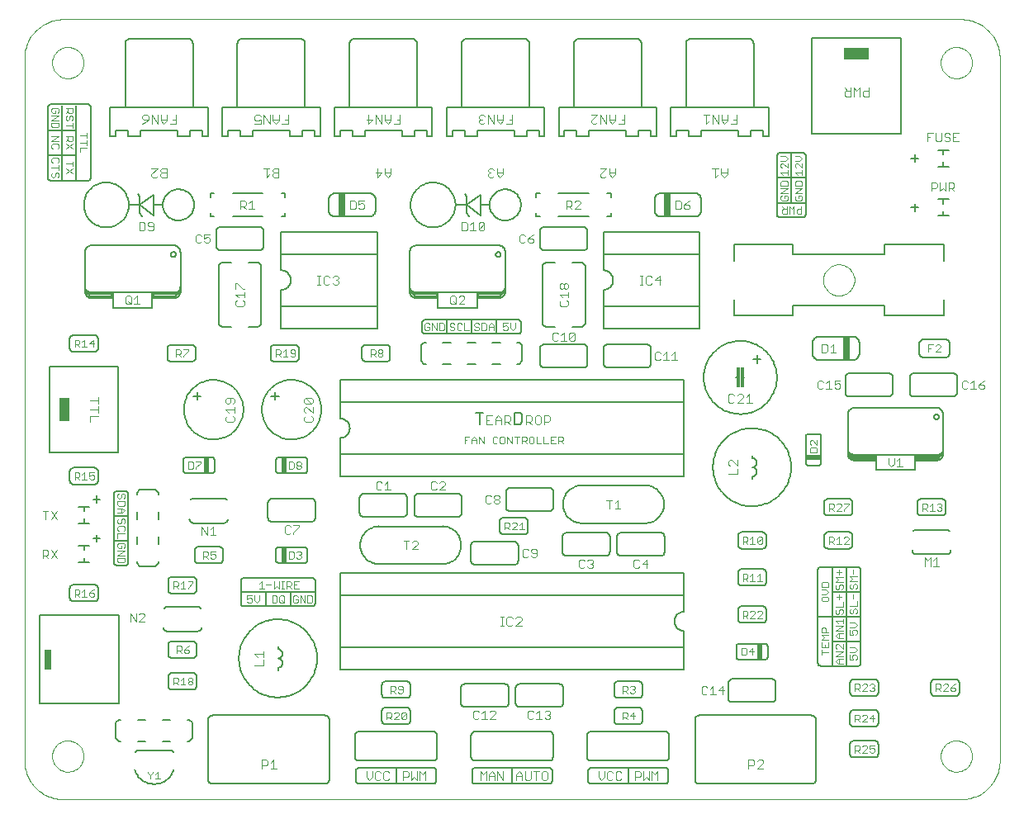
<source format=gto>
G75*
%MOIN*%
%OFA0B0*%
%FSLAX24Y24*%
%IPPOS*%
%LPD*%
%AMOC8*
5,1,8,0,0,1.08239X$1,22.5*
%
%ADD10C,0.0000*%
%ADD11C,0.0080*%
%ADD12C,0.0040*%
%ADD13C,0.0030*%
%ADD14R,0.0197X0.0630*%
%ADD15R,0.0276X0.0945*%
%ADD16C,0.0060*%
%ADD17R,0.1000X0.0500*%
%ADD18R,0.0118X0.0787*%
%ADD19R,0.0394X0.0945*%
%ADD20R,0.0630X0.0197*%
%ADD21R,0.0276X0.0787*%
D10*
X002390Y008440D02*
X038610Y008440D01*
X038610Y008444D02*
X038687Y008446D01*
X038764Y008452D01*
X038841Y008461D01*
X038917Y008474D01*
X038993Y008491D01*
X039067Y008512D01*
X039141Y008536D01*
X039213Y008564D01*
X039283Y008595D01*
X039352Y008630D01*
X039420Y008668D01*
X039485Y008709D01*
X039548Y008754D01*
X039609Y008802D01*
X039668Y008852D01*
X039724Y008905D01*
X039777Y008961D01*
X039827Y009020D01*
X039875Y009081D01*
X039920Y009144D01*
X039961Y009209D01*
X039999Y009277D01*
X040034Y009346D01*
X040065Y009416D01*
X040093Y009488D01*
X040117Y009562D01*
X040138Y009636D01*
X040155Y009712D01*
X040168Y009788D01*
X040177Y009865D01*
X040183Y009942D01*
X040185Y010019D01*
X040185Y038365D01*
X040183Y038442D01*
X040177Y038519D01*
X040168Y038596D01*
X040155Y038672D01*
X040138Y038748D01*
X040117Y038822D01*
X040093Y038896D01*
X040065Y038968D01*
X040034Y039038D01*
X039999Y039107D01*
X039961Y039175D01*
X039920Y039240D01*
X039875Y039303D01*
X039827Y039364D01*
X039777Y039423D01*
X039724Y039479D01*
X039668Y039532D01*
X039609Y039582D01*
X039548Y039630D01*
X039485Y039675D01*
X039420Y039716D01*
X039352Y039754D01*
X039283Y039789D01*
X039213Y039820D01*
X039141Y039848D01*
X039067Y039872D01*
X038993Y039893D01*
X038917Y039910D01*
X038841Y039923D01*
X038764Y039932D01*
X038687Y039938D01*
X038610Y039940D01*
X002390Y039940D01*
X002313Y039938D01*
X002236Y039932D01*
X002159Y039923D01*
X002083Y039910D01*
X002007Y039893D01*
X001933Y039872D01*
X001859Y039848D01*
X001787Y039820D01*
X001717Y039789D01*
X001648Y039754D01*
X001580Y039716D01*
X001515Y039675D01*
X001452Y039630D01*
X001391Y039582D01*
X001332Y039532D01*
X001276Y039479D01*
X001223Y039423D01*
X001173Y039364D01*
X001125Y039303D01*
X001080Y039240D01*
X001039Y039175D01*
X001001Y039107D01*
X000966Y039038D01*
X000935Y038968D01*
X000907Y038896D01*
X000883Y038822D01*
X000862Y038748D01*
X000845Y038672D01*
X000832Y038596D01*
X000823Y038519D01*
X000817Y038442D01*
X000815Y038365D01*
X000815Y010019D01*
X000817Y009942D01*
X000823Y009865D01*
X000832Y009788D01*
X000845Y009712D01*
X000862Y009636D01*
X000883Y009562D01*
X000907Y009488D01*
X000935Y009416D01*
X000966Y009346D01*
X001001Y009277D01*
X001039Y009209D01*
X001080Y009144D01*
X001125Y009081D01*
X001173Y009020D01*
X001223Y008961D01*
X001276Y008905D01*
X001332Y008852D01*
X001391Y008802D01*
X001452Y008754D01*
X001515Y008709D01*
X001580Y008668D01*
X001648Y008630D01*
X001717Y008595D01*
X001787Y008564D01*
X001859Y008536D01*
X001933Y008512D01*
X002007Y008491D01*
X002083Y008474D01*
X002159Y008461D01*
X002236Y008452D01*
X002313Y008446D01*
X002390Y008444D01*
X001937Y010192D02*
X001939Y010242D01*
X001945Y010292D01*
X001955Y010341D01*
X001969Y010389D01*
X001986Y010436D01*
X002007Y010481D01*
X002032Y010525D01*
X002060Y010566D01*
X002092Y010605D01*
X002126Y010642D01*
X002163Y010676D01*
X002203Y010706D01*
X002245Y010733D01*
X002289Y010757D01*
X002335Y010778D01*
X002382Y010794D01*
X002430Y010807D01*
X002480Y010816D01*
X002529Y010821D01*
X002580Y010822D01*
X002630Y010819D01*
X002679Y010812D01*
X002728Y010801D01*
X002776Y010786D01*
X002822Y010768D01*
X002867Y010746D01*
X002910Y010720D01*
X002951Y010691D01*
X002990Y010659D01*
X003026Y010624D01*
X003058Y010586D01*
X003088Y010546D01*
X003115Y010503D01*
X003138Y010459D01*
X003157Y010413D01*
X003173Y010365D01*
X003185Y010316D01*
X003193Y010267D01*
X003197Y010217D01*
X003197Y010167D01*
X003193Y010117D01*
X003185Y010068D01*
X003173Y010019D01*
X003157Y009971D01*
X003138Y009925D01*
X003115Y009881D01*
X003088Y009838D01*
X003058Y009798D01*
X003026Y009760D01*
X002990Y009725D01*
X002951Y009693D01*
X002910Y009664D01*
X002867Y009638D01*
X002822Y009616D01*
X002776Y009598D01*
X002728Y009583D01*
X002679Y009572D01*
X002630Y009565D01*
X002580Y009562D01*
X002529Y009563D01*
X002480Y009568D01*
X002430Y009577D01*
X002382Y009590D01*
X002335Y009606D01*
X002289Y009627D01*
X002245Y009651D01*
X002203Y009678D01*
X002163Y009708D01*
X002126Y009742D01*
X002092Y009779D01*
X002060Y009818D01*
X002032Y009859D01*
X002007Y009903D01*
X001986Y009948D01*
X001969Y009995D01*
X001955Y010043D01*
X001945Y010092D01*
X001939Y010142D01*
X001937Y010192D01*
X001937Y038188D02*
X001939Y038238D01*
X001945Y038288D01*
X001955Y038337D01*
X001969Y038385D01*
X001986Y038432D01*
X002007Y038477D01*
X002032Y038521D01*
X002060Y038562D01*
X002092Y038601D01*
X002126Y038638D01*
X002163Y038672D01*
X002203Y038702D01*
X002245Y038729D01*
X002289Y038753D01*
X002335Y038774D01*
X002382Y038790D01*
X002430Y038803D01*
X002480Y038812D01*
X002529Y038817D01*
X002580Y038818D01*
X002630Y038815D01*
X002679Y038808D01*
X002728Y038797D01*
X002776Y038782D01*
X002822Y038764D01*
X002867Y038742D01*
X002910Y038716D01*
X002951Y038687D01*
X002990Y038655D01*
X003026Y038620D01*
X003058Y038582D01*
X003088Y038542D01*
X003115Y038499D01*
X003138Y038455D01*
X003157Y038409D01*
X003173Y038361D01*
X003185Y038312D01*
X003193Y038263D01*
X003197Y038213D01*
X003197Y038163D01*
X003193Y038113D01*
X003185Y038064D01*
X003173Y038015D01*
X003157Y037967D01*
X003138Y037921D01*
X003115Y037877D01*
X003088Y037834D01*
X003058Y037794D01*
X003026Y037756D01*
X002990Y037721D01*
X002951Y037689D01*
X002910Y037660D01*
X002867Y037634D01*
X002822Y037612D01*
X002776Y037594D01*
X002728Y037579D01*
X002679Y037568D01*
X002630Y037561D01*
X002580Y037558D01*
X002529Y037559D01*
X002480Y037564D01*
X002430Y037573D01*
X002382Y037586D01*
X002335Y037602D01*
X002289Y037623D01*
X002245Y037647D01*
X002203Y037674D01*
X002163Y037704D01*
X002126Y037738D01*
X002092Y037775D01*
X002060Y037814D01*
X002032Y037855D01*
X002007Y037899D01*
X001986Y037944D01*
X001969Y037991D01*
X001955Y038039D01*
X001945Y038088D01*
X001939Y038138D01*
X001937Y038188D01*
X033059Y029414D02*
X033061Y029464D01*
X033067Y029514D01*
X033077Y029563D01*
X033091Y029611D01*
X033108Y029658D01*
X033129Y029703D01*
X033154Y029747D01*
X033182Y029788D01*
X033214Y029827D01*
X033248Y029864D01*
X033285Y029898D01*
X033325Y029928D01*
X033367Y029955D01*
X033411Y029979D01*
X033457Y030000D01*
X033504Y030016D01*
X033552Y030029D01*
X033602Y030038D01*
X033651Y030043D01*
X033702Y030044D01*
X033752Y030041D01*
X033801Y030034D01*
X033850Y030023D01*
X033898Y030008D01*
X033944Y029990D01*
X033989Y029968D01*
X034032Y029942D01*
X034073Y029913D01*
X034112Y029881D01*
X034148Y029846D01*
X034180Y029808D01*
X034210Y029768D01*
X034237Y029725D01*
X034260Y029681D01*
X034279Y029635D01*
X034295Y029587D01*
X034307Y029538D01*
X034315Y029489D01*
X034319Y029439D01*
X034319Y029389D01*
X034315Y029339D01*
X034307Y029290D01*
X034295Y029241D01*
X034279Y029193D01*
X034260Y029147D01*
X034237Y029103D01*
X034210Y029060D01*
X034180Y029020D01*
X034148Y028982D01*
X034112Y028947D01*
X034073Y028915D01*
X034032Y028886D01*
X033989Y028860D01*
X033944Y028838D01*
X033898Y028820D01*
X033850Y028805D01*
X033801Y028794D01*
X033752Y028787D01*
X033702Y028784D01*
X033651Y028785D01*
X033602Y028790D01*
X033552Y028799D01*
X033504Y028812D01*
X033457Y028828D01*
X033411Y028849D01*
X033367Y028873D01*
X033325Y028900D01*
X033285Y028930D01*
X033248Y028964D01*
X033214Y029001D01*
X033182Y029040D01*
X033154Y029081D01*
X033129Y029125D01*
X033108Y029170D01*
X033091Y029217D01*
X033077Y029265D01*
X033067Y029314D01*
X033061Y029364D01*
X033059Y029414D01*
X037803Y038188D02*
X037805Y038238D01*
X037811Y038288D01*
X037821Y038337D01*
X037835Y038385D01*
X037852Y038432D01*
X037873Y038477D01*
X037898Y038521D01*
X037926Y038562D01*
X037958Y038601D01*
X037992Y038638D01*
X038029Y038672D01*
X038069Y038702D01*
X038111Y038729D01*
X038155Y038753D01*
X038201Y038774D01*
X038248Y038790D01*
X038296Y038803D01*
X038346Y038812D01*
X038395Y038817D01*
X038446Y038818D01*
X038496Y038815D01*
X038545Y038808D01*
X038594Y038797D01*
X038642Y038782D01*
X038688Y038764D01*
X038733Y038742D01*
X038776Y038716D01*
X038817Y038687D01*
X038856Y038655D01*
X038892Y038620D01*
X038924Y038582D01*
X038954Y038542D01*
X038981Y038499D01*
X039004Y038455D01*
X039023Y038409D01*
X039039Y038361D01*
X039051Y038312D01*
X039059Y038263D01*
X039063Y038213D01*
X039063Y038163D01*
X039059Y038113D01*
X039051Y038064D01*
X039039Y038015D01*
X039023Y037967D01*
X039004Y037921D01*
X038981Y037877D01*
X038954Y037834D01*
X038924Y037794D01*
X038892Y037756D01*
X038856Y037721D01*
X038817Y037689D01*
X038776Y037660D01*
X038733Y037634D01*
X038688Y037612D01*
X038642Y037594D01*
X038594Y037579D01*
X038545Y037568D01*
X038496Y037561D01*
X038446Y037558D01*
X038395Y037559D01*
X038346Y037564D01*
X038296Y037573D01*
X038248Y037586D01*
X038201Y037602D01*
X038155Y037623D01*
X038111Y037647D01*
X038069Y037674D01*
X038029Y037704D01*
X037992Y037738D01*
X037958Y037775D01*
X037926Y037814D01*
X037898Y037855D01*
X037873Y037899D01*
X037852Y037944D01*
X037835Y037991D01*
X037821Y038039D01*
X037811Y038088D01*
X037805Y038138D01*
X037803Y038188D01*
X037803Y010192D02*
X037805Y010242D01*
X037811Y010292D01*
X037821Y010341D01*
X037835Y010389D01*
X037852Y010436D01*
X037873Y010481D01*
X037898Y010525D01*
X037926Y010566D01*
X037958Y010605D01*
X037992Y010642D01*
X038029Y010676D01*
X038069Y010706D01*
X038111Y010733D01*
X038155Y010757D01*
X038201Y010778D01*
X038248Y010794D01*
X038296Y010807D01*
X038346Y010816D01*
X038395Y010821D01*
X038446Y010822D01*
X038496Y010819D01*
X038545Y010812D01*
X038594Y010801D01*
X038642Y010786D01*
X038688Y010768D01*
X038733Y010746D01*
X038776Y010720D01*
X038817Y010691D01*
X038856Y010659D01*
X038892Y010624D01*
X038924Y010586D01*
X038954Y010546D01*
X038981Y010503D01*
X039004Y010459D01*
X039023Y010413D01*
X039039Y010365D01*
X039051Y010316D01*
X039059Y010267D01*
X039063Y010217D01*
X039063Y010167D01*
X039059Y010117D01*
X039051Y010068D01*
X039039Y010019D01*
X039023Y009971D01*
X039004Y009925D01*
X038981Y009881D01*
X038954Y009838D01*
X038924Y009798D01*
X038892Y009760D01*
X038856Y009725D01*
X038817Y009693D01*
X038776Y009664D01*
X038733Y009638D01*
X038688Y009616D01*
X038642Y009598D01*
X038594Y009583D01*
X038545Y009572D01*
X038496Y009565D01*
X038446Y009562D01*
X038395Y009563D01*
X038346Y009568D01*
X038296Y009577D01*
X038248Y009590D01*
X038201Y009606D01*
X038155Y009627D01*
X038111Y009651D01*
X038069Y009678D01*
X038029Y009708D01*
X037992Y009742D01*
X037958Y009779D01*
X037926Y009818D01*
X037898Y009859D01*
X037873Y009903D01*
X037852Y009948D01*
X037835Y009995D01*
X037821Y010043D01*
X037811Y010092D01*
X037805Y010142D01*
X037803Y010192D01*
D11*
X037567Y012623D02*
X038394Y012623D01*
X038417Y012624D01*
X038440Y012628D01*
X038462Y012635D01*
X038483Y012646D01*
X038501Y012660D01*
X038518Y012676D01*
X038531Y012695D01*
X038541Y012716D01*
X038548Y012738D01*
X038552Y012761D01*
X038551Y012761D02*
X038551Y013155D01*
X038552Y013155D02*
X038548Y013178D01*
X038541Y013200D01*
X038531Y013221D01*
X038518Y013240D01*
X038501Y013256D01*
X038483Y013270D01*
X038462Y013281D01*
X038440Y013288D01*
X038417Y013292D01*
X038394Y013293D01*
X038394Y013292D02*
X037567Y013292D01*
X037567Y013293D02*
X037544Y013292D01*
X037521Y013288D01*
X037499Y013281D01*
X037478Y013270D01*
X037460Y013256D01*
X037443Y013240D01*
X037430Y013221D01*
X037420Y013200D01*
X037413Y013178D01*
X037409Y013155D01*
X037409Y012761D01*
X037413Y012738D01*
X037420Y012716D01*
X037430Y012695D01*
X037443Y012676D01*
X037460Y012660D01*
X037478Y012646D01*
X037499Y012635D01*
X037521Y012628D01*
X037544Y012624D01*
X037567Y012623D01*
X035283Y012761D02*
X035283Y013155D01*
X035284Y013155D02*
X035280Y013178D01*
X035273Y013200D01*
X035263Y013221D01*
X035250Y013240D01*
X035233Y013256D01*
X035215Y013270D01*
X035194Y013281D01*
X035172Y013288D01*
X035149Y013292D01*
X035126Y013293D01*
X035126Y013292D02*
X034299Y013292D01*
X034299Y013293D02*
X034276Y013292D01*
X034253Y013288D01*
X034231Y013281D01*
X034210Y013270D01*
X034192Y013256D01*
X034175Y013240D01*
X034162Y013221D01*
X034152Y013200D01*
X034145Y013178D01*
X034141Y013155D01*
X034142Y013155D02*
X034142Y012761D01*
X034141Y012761D02*
X034145Y012738D01*
X034152Y012716D01*
X034162Y012695D01*
X034175Y012676D01*
X034192Y012660D01*
X034210Y012646D01*
X034231Y012635D01*
X034253Y012628D01*
X034276Y012624D01*
X034299Y012623D01*
X035126Y012623D01*
X035149Y012624D01*
X035172Y012628D01*
X035194Y012635D01*
X035215Y012646D01*
X035233Y012660D01*
X035250Y012676D01*
X035263Y012695D01*
X035273Y012716D01*
X035280Y012738D01*
X035284Y012761D01*
X035126Y012052D02*
X034299Y012052D01*
X034299Y012053D02*
X034276Y012052D01*
X034253Y012048D01*
X034231Y012041D01*
X034210Y012030D01*
X034192Y012016D01*
X034175Y012000D01*
X034162Y011981D01*
X034152Y011960D01*
X034145Y011938D01*
X034141Y011915D01*
X034142Y011914D02*
X034142Y011521D01*
X034141Y011521D02*
X034145Y011498D01*
X034152Y011476D01*
X034162Y011455D01*
X034175Y011436D01*
X034192Y011420D01*
X034210Y011406D01*
X034231Y011395D01*
X034253Y011388D01*
X034276Y011384D01*
X034299Y011383D01*
X035126Y011383D01*
X035149Y011384D01*
X035172Y011388D01*
X035194Y011395D01*
X035215Y011406D01*
X035233Y011420D01*
X035250Y011436D01*
X035263Y011455D01*
X035273Y011476D01*
X035280Y011498D01*
X035284Y011521D01*
X035283Y011521D02*
X035283Y011914D01*
X035284Y011915D02*
X035280Y011938D01*
X035273Y011960D01*
X035263Y011981D01*
X035250Y012000D01*
X035233Y012016D01*
X035215Y012030D01*
X035194Y012041D01*
X035172Y012048D01*
X035149Y012052D01*
X035126Y012053D01*
X035126Y010812D02*
X034299Y010812D01*
X034276Y010811D01*
X034253Y010807D01*
X034231Y010800D01*
X034210Y010789D01*
X034192Y010775D01*
X034175Y010759D01*
X034162Y010740D01*
X034152Y010719D01*
X034145Y010697D01*
X034141Y010674D01*
X034142Y010674D02*
X034142Y010281D01*
X034141Y010280D02*
X034145Y010257D01*
X034152Y010235D01*
X034162Y010214D01*
X034175Y010195D01*
X034192Y010179D01*
X034210Y010165D01*
X034231Y010154D01*
X034253Y010147D01*
X034276Y010143D01*
X034299Y010142D01*
X034299Y010143D02*
X035126Y010143D01*
X035126Y010142D02*
X035149Y010143D01*
X035172Y010147D01*
X035194Y010154D01*
X035215Y010165D01*
X035233Y010179D01*
X035250Y010195D01*
X035263Y010214D01*
X035273Y010235D01*
X035280Y010257D01*
X035284Y010280D01*
X035283Y010281D02*
X035283Y010674D01*
X035284Y010674D02*
X035280Y010697D01*
X035273Y010719D01*
X035263Y010740D01*
X035250Y010759D01*
X035233Y010775D01*
X035215Y010789D01*
X035194Y010800D01*
X035172Y010807D01*
X035149Y010811D01*
X035126Y010812D01*
X032764Y011678D02*
X032764Y009237D01*
X032763Y009237D02*
X032761Y009215D01*
X032757Y009193D01*
X032749Y009172D01*
X032738Y009152D01*
X032725Y009134D01*
X032709Y009118D01*
X032691Y009105D01*
X032671Y009094D01*
X032650Y009086D01*
X032628Y009082D01*
X032606Y009080D01*
X028039Y009080D01*
X028017Y009082D01*
X027995Y009086D01*
X027974Y009094D01*
X027954Y009105D01*
X027936Y009118D01*
X027920Y009134D01*
X027907Y009152D01*
X027896Y009172D01*
X027888Y009193D01*
X027884Y009215D01*
X027882Y009237D01*
X027882Y011678D01*
X027884Y011700D01*
X027888Y011722D01*
X027896Y011743D01*
X027907Y011763D01*
X027920Y011781D01*
X027936Y011797D01*
X027954Y011810D01*
X027974Y011821D01*
X027995Y011829D01*
X028017Y011833D01*
X028039Y011835D01*
X028039Y011836D02*
X032606Y011836D01*
X032606Y011835D02*
X032628Y011833D01*
X032650Y011829D01*
X032671Y011821D01*
X032691Y011810D01*
X032709Y011797D01*
X032725Y011781D01*
X032738Y011763D01*
X032749Y011743D01*
X032757Y011722D01*
X032761Y011700D01*
X032763Y011678D01*
X031142Y012531D02*
X031142Y013148D01*
X031141Y013148D02*
X031139Y013170D01*
X031135Y013192D01*
X031127Y013213D01*
X031116Y013233D01*
X031103Y013251D01*
X031087Y013267D01*
X031069Y013280D01*
X031049Y013291D01*
X031028Y013299D01*
X031006Y013303D01*
X030984Y013305D01*
X029386Y013305D01*
X029364Y013303D01*
X029342Y013299D01*
X029321Y013291D01*
X029301Y013280D01*
X029283Y013267D01*
X029267Y013251D01*
X029254Y013233D01*
X029243Y013213D01*
X029235Y013192D01*
X029231Y013170D01*
X029229Y013148D01*
X029228Y013148D02*
X029228Y012531D01*
X029229Y012531D02*
X029231Y012509D01*
X029235Y012487D01*
X029243Y012466D01*
X029254Y012446D01*
X029267Y012428D01*
X029283Y012412D01*
X029301Y012399D01*
X029321Y012388D01*
X029342Y012380D01*
X029364Y012376D01*
X029386Y012374D01*
X030984Y012374D01*
X031006Y012376D01*
X031028Y012380D01*
X031049Y012388D01*
X031069Y012399D01*
X031087Y012412D01*
X031103Y012428D01*
X031116Y012446D01*
X031127Y012466D01*
X031135Y012487D01*
X031139Y012509D01*
X031141Y012531D01*
X030717Y014099D02*
X029654Y014099D01*
X029654Y014100D02*
X029637Y014101D01*
X029620Y014106D01*
X029605Y014113D01*
X029591Y014123D01*
X029579Y014135D01*
X029569Y014149D01*
X029562Y014164D01*
X029557Y014181D01*
X029556Y014198D01*
X029555Y014198D02*
X029555Y014631D01*
X029556Y014631D02*
X029557Y014648D01*
X029562Y014665D01*
X029569Y014680D01*
X029579Y014694D01*
X029591Y014706D01*
X029605Y014716D01*
X029620Y014723D01*
X029637Y014728D01*
X029654Y014729D01*
X030717Y014729D01*
X030734Y014728D01*
X030751Y014723D01*
X030766Y014716D01*
X030780Y014706D01*
X030792Y014694D01*
X030802Y014680D01*
X030809Y014665D01*
X030814Y014648D01*
X030815Y014631D01*
X030815Y014198D01*
X030814Y014181D01*
X030809Y014164D01*
X030802Y014149D01*
X030792Y014135D01*
X030780Y014123D01*
X030766Y014113D01*
X030751Y014106D01*
X030734Y014101D01*
X030717Y014100D01*
X030598Y015576D02*
X029772Y015576D01*
X029772Y015575D02*
X029749Y015576D01*
X029726Y015580D01*
X029704Y015587D01*
X029683Y015598D01*
X029665Y015612D01*
X029648Y015628D01*
X029635Y015647D01*
X029625Y015668D01*
X029618Y015690D01*
X029614Y015713D01*
X029614Y015714D02*
X029614Y016107D01*
X029618Y016130D01*
X029625Y016152D01*
X029635Y016173D01*
X029648Y016192D01*
X029665Y016208D01*
X029683Y016222D01*
X029704Y016233D01*
X029726Y016240D01*
X029749Y016244D01*
X029772Y016245D01*
X030598Y016245D01*
X030621Y016244D01*
X030644Y016240D01*
X030666Y016233D01*
X030687Y016222D01*
X030705Y016208D01*
X030722Y016192D01*
X030735Y016173D01*
X030745Y016152D01*
X030752Y016130D01*
X030756Y016107D01*
X030756Y015714D01*
X030756Y015713D02*
X030752Y015690D01*
X030745Y015668D01*
X030735Y015647D01*
X030722Y015628D01*
X030705Y015612D01*
X030687Y015598D01*
X030666Y015587D01*
X030644Y015580D01*
X030621Y015576D01*
X030598Y015575D01*
X030598Y017072D02*
X029772Y017072D01*
X029772Y017071D02*
X029749Y017072D01*
X029726Y017076D01*
X029704Y017083D01*
X029683Y017094D01*
X029665Y017108D01*
X029648Y017124D01*
X029635Y017143D01*
X029625Y017164D01*
X029618Y017186D01*
X029614Y017209D01*
X029614Y017210D02*
X029614Y017603D01*
X029618Y017626D01*
X029625Y017648D01*
X029635Y017669D01*
X029648Y017688D01*
X029665Y017704D01*
X029683Y017718D01*
X029704Y017729D01*
X029726Y017736D01*
X029749Y017740D01*
X029772Y017741D01*
X030598Y017741D01*
X030621Y017740D01*
X030644Y017736D01*
X030666Y017729D01*
X030687Y017718D01*
X030705Y017704D01*
X030722Y017688D01*
X030735Y017669D01*
X030745Y017648D01*
X030752Y017626D01*
X030756Y017603D01*
X030756Y017210D01*
X030756Y017209D02*
X030752Y017186D01*
X030745Y017164D01*
X030735Y017143D01*
X030722Y017124D01*
X030705Y017108D01*
X030687Y017094D01*
X030666Y017083D01*
X030644Y017076D01*
X030621Y017072D01*
X030598Y017071D01*
X030598Y018568D02*
X029772Y018568D01*
X029749Y018569D01*
X029726Y018573D01*
X029704Y018580D01*
X029683Y018591D01*
X029665Y018605D01*
X029648Y018621D01*
X029635Y018640D01*
X029625Y018661D01*
X029618Y018683D01*
X029614Y018706D01*
X029614Y019099D01*
X029614Y019100D02*
X029618Y019123D01*
X029625Y019145D01*
X029635Y019166D01*
X029648Y019185D01*
X029665Y019201D01*
X029683Y019215D01*
X029704Y019226D01*
X029726Y019233D01*
X029749Y019237D01*
X029772Y019238D01*
X029772Y019237D02*
X030598Y019237D01*
X030598Y019238D02*
X030621Y019237D01*
X030644Y019233D01*
X030666Y019226D01*
X030687Y019215D01*
X030705Y019201D01*
X030722Y019185D01*
X030735Y019166D01*
X030745Y019145D01*
X030752Y019123D01*
X030756Y019100D01*
X030756Y019099D02*
X030756Y018706D01*
X030752Y018683D01*
X030745Y018661D01*
X030735Y018640D01*
X030722Y018621D01*
X030705Y018605D01*
X030687Y018591D01*
X030666Y018580D01*
X030644Y018573D01*
X030621Y018569D01*
X030598Y018568D01*
X033098Y018706D02*
X033098Y019099D01*
X033098Y019100D02*
X033102Y019123D01*
X033109Y019145D01*
X033119Y019166D01*
X033132Y019185D01*
X033149Y019201D01*
X033167Y019215D01*
X033188Y019226D01*
X033210Y019233D01*
X033233Y019237D01*
X033256Y019238D01*
X033256Y019237D02*
X034083Y019237D01*
X034083Y019238D02*
X034106Y019237D01*
X034129Y019233D01*
X034151Y019226D01*
X034172Y019215D01*
X034190Y019201D01*
X034207Y019185D01*
X034220Y019166D01*
X034230Y019145D01*
X034237Y019123D01*
X034241Y019100D01*
X034240Y019099D02*
X034240Y018706D01*
X034241Y018706D02*
X034237Y018683D01*
X034230Y018661D01*
X034220Y018640D01*
X034207Y018621D01*
X034190Y018605D01*
X034172Y018591D01*
X034151Y018580D01*
X034129Y018573D01*
X034106Y018569D01*
X034083Y018568D01*
X033256Y018568D01*
X033233Y018569D01*
X033210Y018573D01*
X033188Y018580D01*
X033167Y018591D01*
X033149Y018605D01*
X033132Y018621D01*
X033119Y018640D01*
X033109Y018661D01*
X033102Y018683D01*
X033098Y018706D01*
X033256Y019906D02*
X034083Y019906D01*
X034106Y019907D01*
X034129Y019911D01*
X034151Y019918D01*
X034172Y019929D01*
X034190Y019943D01*
X034207Y019959D01*
X034220Y019978D01*
X034230Y019999D01*
X034237Y020021D01*
X034241Y020044D01*
X034240Y020044D02*
X034240Y020438D01*
X034241Y020438D02*
X034237Y020461D01*
X034230Y020483D01*
X034220Y020504D01*
X034207Y020523D01*
X034190Y020539D01*
X034172Y020553D01*
X034151Y020564D01*
X034129Y020571D01*
X034106Y020575D01*
X034083Y020576D01*
X033256Y020576D01*
X033233Y020575D01*
X033210Y020571D01*
X033188Y020564D01*
X033167Y020553D01*
X033149Y020539D01*
X033132Y020523D01*
X033119Y020504D01*
X033109Y020483D01*
X033102Y020461D01*
X033098Y020438D01*
X033098Y020044D01*
X033102Y020021D01*
X033109Y019999D01*
X033119Y019978D01*
X033132Y019959D01*
X033149Y019943D01*
X033167Y019929D01*
X033188Y019918D01*
X033210Y019911D01*
X033233Y019907D01*
X033256Y019906D01*
X032882Y021934D02*
X032449Y021934D01*
X032432Y021935D01*
X032415Y021940D01*
X032400Y021947D01*
X032386Y021957D01*
X032374Y021969D01*
X032364Y021983D01*
X032357Y021998D01*
X032352Y022015D01*
X032351Y022032D01*
X032350Y022032D02*
X032350Y023095D01*
X032351Y023095D02*
X032352Y023112D01*
X032357Y023129D01*
X032364Y023144D01*
X032374Y023158D01*
X032386Y023170D01*
X032400Y023180D01*
X032415Y023187D01*
X032432Y023192D01*
X032449Y023193D01*
X032449Y023194D02*
X032882Y023194D01*
X032882Y023193D02*
X032899Y023192D01*
X032916Y023187D01*
X032931Y023180D01*
X032945Y023170D01*
X032957Y023158D01*
X032967Y023144D01*
X032974Y023129D01*
X032979Y023112D01*
X032980Y023095D01*
X032980Y022032D01*
X032979Y022015D01*
X032974Y021998D01*
X032967Y021983D01*
X032957Y021969D01*
X032945Y021957D01*
X032931Y021947D01*
X032916Y021940D01*
X032899Y021935D01*
X032882Y021934D01*
X034048Y022367D02*
X034265Y022367D01*
X037690Y022367D01*
X037906Y022367D01*
X037906Y022406D02*
X037906Y022584D01*
X037906Y023981D01*
X037907Y023981D02*
X037905Y024012D01*
X037900Y024042D01*
X037892Y024072D01*
X037880Y024101D01*
X037865Y024128D01*
X037847Y024153D01*
X037826Y024176D01*
X037803Y024197D01*
X037778Y024215D01*
X037751Y024230D01*
X037722Y024242D01*
X037692Y024250D01*
X037662Y024255D01*
X037631Y024257D01*
X034324Y024257D01*
X034293Y024255D01*
X034263Y024250D01*
X034233Y024242D01*
X034204Y024230D01*
X034177Y024215D01*
X034152Y024197D01*
X034129Y024176D01*
X034108Y024153D01*
X034090Y024128D01*
X034075Y024101D01*
X034063Y024072D01*
X034055Y024042D01*
X034050Y024012D01*
X034048Y023981D01*
X034048Y022584D01*
X034048Y022406D01*
X034107Y022347D02*
X034265Y022190D01*
X035131Y022190D01*
X035131Y022347D01*
X034107Y022347D01*
X034131Y022324D02*
X035131Y022324D01*
X035190Y022367D02*
X035190Y022131D01*
X035190Y021737D01*
X036765Y021737D01*
X036765Y022131D01*
X036765Y022367D01*
X036824Y022347D02*
X036824Y022190D01*
X037690Y022190D01*
X037847Y022347D01*
X036824Y022347D01*
X036824Y022324D02*
X037824Y022324D01*
X037745Y022245D02*
X036824Y022245D01*
X036765Y022131D02*
X037631Y022131D01*
X037631Y022130D02*
X037662Y022132D01*
X037692Y022137D01*
X037722Y022145D01*
X037751Y022157D01*
X037778Y022172D01*
X037803Y022190D01*
X037826Y022211D01*
X037847Y022234D01*
X037865Y022259D01*
X037880Y022286D01*
X037892Y022315D01*
X037900Y022345D01*
X037905Y022375D01*
X037907Y022406D01*
X037907Y022584D02*
X037905Y022556D01*
X037900Y022528D01*
X037890Y022501D01*
X037878Y022476D01*
X037862Y022452D01*
X037843Y022431D01*
X037822Y022412D01*
X037799Y022396D01*
X037773Y022384D01*
X037746Y022374D01*
X037718Y022369D01*
X037690Y022367D01*
X037522Y023892D02*
X037524Y023912D01*
X037530Y023930D01*
X037539Y023948D01*
X037551Y023963D01*
X037566Y023975D01*
X037584Y023984D01*
X037602Y023990D01*
X037622Y023992D01*
X037642Y023990D01*
X037660Y023984D01*
X037678Y023975D01*
X037693Y023963D01*
X037705Y023948D01*
X037714Y023930D01*
X037720Y023912D01*
X037722Y023892D01*
X037720Y023872D01*
X037714Y023854D01*
X037705Y023836D01*
X037693Y023821D01*
X037678Y023809D01*
X037660Y023800D01*
X037642Y023794D01*
X037622Y023792D01*
X037602Y023794D01*
X037584Y023800D01*
X037566Y023809D01*
X037551Y023821D01*
X037539Y023836D01*
X037530Y023854D01*
X037524Y023872D01*
X037522Y023892D01*
X038307Y024717D02*
X036709Y024717D01*
X036687Y024719D01*
X036665Y024723D01*
X036644Y024731D01*
X036624Y024742D01*
X036606Y024755D01*
X036590Y024771D01*
X036577Y024789D01*
X036566Y024809D01*
X036558Y024830D01*
X036554Y024852D01*
X036552Y024874D01*
X036551Y024874D02*
X036551Y025490D01*
X036552Y025490D02*
X036554Y025512D01*
X036558Y025534D01*
X036566Y025555D01*
X036577Y025575D01*
X036590Y025593D01*
X036606Y025609D01*
X036624Y025622D01*
X036644Y025633D01*
X036665Y025641D01*
X036687Y025645D01*
X036709Y025647D01*
X036709Y025648D02*
X038307Y025648D01*
X038307Y025647D02*
X038329Y025645D01*
X038351Y025641D01*
X038372Y025633D01*
X038392Y025622D01*
X038410Y025609D01*
X038426Y025593D01*
X038439Y025575D01*
X038450Y025555D01*
X038458Y025534D01*
X038462Y025512D01*
X038464Y025490D01*
X038465Y025490D02*
X038465Y024874D01*
X038464Y024874D02*
X038462Y024852D01*
X038458Y024830D01*
X038450Y024809D01*
X038439Y024789D01*
X038426Y024771D01*
X038410Y024755D01*
X038392Y024742D01*
X038372Y024731D01*
X038351Y024723D01*
X038329Y024719D01*
X038307Y024717D01*
X037995Y026295D02*
X037100Y026295D01*
X037078Y026297D01*
X037056Y026301D01*
X037035Y026309D01*
X037015Y026320D01*
X036997Y026333D01*
X036981Y026349D01*
X036968Y026367D01*
X036957Y026387D01*
X036949Y026408D01*
X036945Y026430D01*
X036943Y026452D01*
X036942Y026452D02*
X036942Y026865D01*
X036943Y026865D02*
X036945Y026887D01*
X036949Y026909D01*
X036957Y026930D01*
X036968Y026950D01*
X036981Y026968D01*
X036997Y026984D01*
X037015Y026997D01*
X037035Y027008D01*
X037056Y027016D01*
X037078Y027020D01*
X037100Y027022D01*
X037995Y027022D01*
X038017Y027020D01*
X038039Y027016D01*
X038060Y027008D01*
X038080Y026997D01*
X038098Y026984D01*
X038114Y026968D01*
X038127Y026950D01*
X038138Y026930D01*
X038146Y026909D01*
X038150Y026887D01*
X038152Y026865D01*
X038152Y026452D01*
X038150Y026430D01*
X038146Y026408D01*
X038138Y026387D01*
X038127Y026367D01*
X038114Y026349D01*
X038098Y026333D01*
X038080Y026320D01*
X038060Y026309D01*
X038039Y026301D01*
X038017Y026297D01*
X037995Y026295D01*
X035866Y025490D02*
X035866Y024874D01*
X035864Y024852D01*
X035860Y024830D01*
X035852Y024809D01*
X035841Y024789D01*
X035828Y024771D01*
X035812Y024755D01*
X035794Y024742D01*
X035774Y024731D01*
X035753Y024723D01*
X035731Y024719D01*
X035709Y024717D01*
X034110Y024717D01*
X034088Y024719D01*
X034066Y024723D01*
X034045Y024731D01*
X034025Y024742D01*
X034007Y024755D01*
X033991Y024771D01*
X033978Y024789D01*
X033967Y024809D01*
X033959Y024830D01*
X033955Y024852D01*
X033953Y024874D01*
X033953Y025490D01*
X033955Y025512D01*
X033959Y025534D01*
X033967Y025555D01*
X033978Y025575D01*
X033991Y025593D01*
X034007Y025609D01*
X034025Y025622D01*
X034045Y025633D01*
X034066Y025641D01*
X034088Y025645D01*
X034110Y025647D01*
X034110Y025648D02*
X035709Y025648D01*
X035709Y025647D02*
X035731Y025645D01*
X035753Y025641D01*
X035774Y025633D01*
X035794Y025622D01*
X035812Y025609D01*
X035828Y025593D01*
X035841Y025575D01*
X035852Y025555D01*
X035860Y025534D01*
X035864Y025512D01*
X035866Y025490D01*
X034516Y026422D02*
X034516Y026895D01*
X034515Y026894D02*
X034510Y026924D01*
X034502Y026953D01*
X034491Y026980D01*
X034476Y027007D01*
X034459Y027031D01*
X034439Y027054D01*
X034417Y027073D01*
X034392Y027091D01*
X034366Y027105D01*
X034339Y027117D01*
X034310Y027125D01*
X034280Y027130D01*
X034250Y027132D01*
X034221Y027130D01*
X034220Y027131D02*
X032921Y027131D01*
X032921Y027130D02*
X032892Y027132D01*
X032862Y027130D01*
X032832Y027125D01*
X032803Y027117D01*
X032776Y027105D01*
X032750Y027091D01*
X032725Y027073D01*
X032703Y027054D01*
X032683Y027031D01*
X032666Y027007D01*
X032651Y026980D01*
X032640Y026953D01*
X032632Y026924D01*
X032627Y026894D01*
X032626Y026895D02*
X032626Y026422D01*
X032627Y026423D02*
X032632Y026393D01*
X032640Y026364D01*
X032651Y026337D01*
X032666Y026310D01*
X032683Y026286D01*
X032703Y026263D01*
X032725Y026244D01*
X032750Y026226D01*
X032776Y026212D01*
X032803Y026200D01*
X032832Y026192D01*
X032862Y026187D01*
X032892Y026185D01*
X032921Y026187D01*
X032921Y026186D02*
X034220Y026186D01*
X034221Y026187D02*
X034250Y026185D01*
X034280Y026187D01*
X034310Y026192D01*
X034339Y026200D01*
X034366Y026212D01*
X034392Y026226D01*
X034417Y026244D01*
X034439Y026263D01*
X034459Y026286D01*
X034476Y026310D01*
X034491Y026337D01*
X034502Y026364D01*
X034510Y026393D01*
X034515Y026423D01*
X034048Y022584D02*
X034050Y022556D01*
X034055Y022528D01*
X034065Y022501D01*
X034077Y022476D01*
X034093Y022452D01*
X034112Y022431D01*
X034133Y022412D01*
X034157Y022396D01*
X034182Y022384D01*
X034209Y022374D01*
X034237Y022369D01*
X034265Y022367D01*
X034048Y022406D02*
X034050Y022375D01*
X034055Y022345D01*
X034063Y022315D01*
X034075Y022286D01*
X034090Y022259D01*
X034108Y022234D01*
X034129Y022211D01*
X034152Y022190D01*
X034177Y022172D01*
X034204Y022157D01*
X034233Y022145D01*
X034263Y022137D01*
X034293Y022132D01*
X034324Y022130D01*
X034324Y022131D02*
X035190Y022131D01*
X035131Y022245D02*
X034209Y022245D01*
X036858Y020438D02*
X036858Y020044D01*
X036862Y020021D01*
X036869Y019999D01*
X036879Y019978D01*
X036892Y019959D01*
X036909Y019943D01*
X036927Y019929D01*
X036948Y019918D01*
X036970Y019911D01*
X036993Y019907D01*
X037016Y019906D01*
X037843Y019906D01*
X037842Y019906D02*
X037865Y019907D01*
X037888Y019911D01*
X037910Y019918D01*
X037931Y019929D01*
X037949Y019943D01*
X037966Y019959D01*
X037979Y019978D01*
X037989Y019999D01*
X037996Y020021D01*
X038000Y020044D01*
X038000Y020438D01*
X037996Y020461D01*
X037989Y020483D01*
X037979Y020504D01*
X037966Y020523D01*
X037949Y020539D01*
X037931Y020553D01*
X037910Y020564D01*
X037888Y020571D01*
X037865Y020575D01*
X037842Y020576D01*
X037843Y020576D02*
X037016Y020576D01*
X036993Y020575D01*
X036970Y020571D01*
X036948Y020564D01*
X036927Y020553D01*
X036909Y020539D01*
X036892Y020523D01*
X036879Y020504D01*
X036869Y020483D01*
X036862Y020461D01*
X036858Y020438D01*
X036760Y019316D02*
X038098Y019316D01*
X038111Y019317D01*
X038124Y019314D01*
X038136Y019309D01*
X038146Y019300D01*
X038153Y019289D01*
X038157Y019277D01*
X038206Y018506D02*
X038202Y018482D01*
X038195Y018458D01*
X038184Y018435D01*
X038171Y018414D01*
X038155Y018395D01*
X038136Y018378D01*
X038115Y018364D01*
X038093Y018353D01*
X038069Y018346D01*
X038045Y018341D01*
X036813Y018341D01*
X036789Y018346D01*
X036765Y018353D01*
X036743Y018364D01*
X036722Y018378D01*
X036703Y018395D01*
X036687Y018414D01*
X036674Y018435D01*
X036663Y018458D01*
X036656Y018482D01*
X036652Y018506D01*
X036701Y019277D02*
X036705Y019289D01*
X036712Y019300D01*
X036722Y019309D01*
X036734Y019314D01*
X036747Y019317D01*
X036760Y019316D01*
X030185Y021383D02*
X030185Y021480D01*
X030212Y021482D01*
X030238Y021488D01*
X030263Y021497D01*
X030287Y021510D01*
X030308Y021526D01*
X030327Y021545D01*
X030343Y021566D01*
X030356Y021590D01*
X030365Y021615D01*
X030371Y021641D01*
X030373Y021668D01*
X030371Y021695D01*
X030365Y021721D01*
X030356Y021746D01*
X030343Y021770D01*
X030327Y021791D01*
X030308Y021810D01*
X030287Y021826D01*
X030263Y021839D01*
X030238Y021848D01*
X030212Y021854D01*
X030185Y021856D01*
X028610Y021855D02*
X028612Y021934D01*
X028618Y022013D01*
X028628Y022092D01*
X028642Y022170D01*
X028659Y022247D01*
X028681Y022323D01*
X028706Y022398D01*
X028736Y022471D01*
X028768Y022543D01*
X028805Y022614D01*
X028845Y022682D01*
X028888Y022748D01*
X028934Y022812D01*
X028984Y022874D01*
X029037Y022933D01*
X029092Y022989D01*
X029151Y023043D01*
X029212Y023093D01*
X029275Y023141D01*
X029341Y023185D01*
X029409Y023226D01*
X029479Y023263D01*
X029550Y023297D01*
X029624Y023327D01*
X029698Y023353D01*
X029774Y023375D01*
X029851Y023394D01*
X029929Y023409D01*
X030007Y023420D01*
X030086Y023427D01*
X030165Y023430D01*
X030244Y023429D01*
X030323Y023424D01*
X030402Y023415D01*
X030480Y023402D01*
X030557Y023385D01*
X030634Y023365D01*
X030709Y023340D01*
X030783Y023312D01*
X030856Y023280D01*
X030926Y023245D01*
X030995Y023206D01*
X031062Y023163D01*
X031127Y023117D01*
X031189Y023069D01*
X031249Y023017D01*
X031306Y022962D01*
X031360Y022904D01*
X031411Y022844D01*
X031459Y022781D01*
X031504Y022716D01*
X031546Y022648D01*
X031584Y022579D01*
X031618Y022508D01*
X031649Y022435D01*
X031677Y022360D01*
X031700Y022285D01*
X031720Y022208D01*
X031736Y022131D01*
X031748Y022052D01*
X031756Y021974D01*
X031760Y021895D01*
X031760Y021815D01*
X031756Y021736D01*
X031748Y021658D01*
X031736Y021579D01*
X031720Y021502D01*
X031700Y021425D01*
X031677Y021350D01*
X031649Y021275D01*
X031618Y021202D01*
X031584Y021131D01*
X031546Y021062D01*
X031504Y020994D01*
X031459Y020929D01*
X031411Y020866D01*
X031360Y020806D01*
X031306Y020748D01*
X031249Y020693D01*
X031189Y020641D01*
X031127Y020593D01*
X031062Y020547D01*
X030995Y020504D01*
X030926Y020465D01*
X030856Y020430D01*
X030783Y020398D01*
X030709Y020370D01*
X030634Y020345D01*
X030557Y020325D01*
X030480Y020308D01*
X030402Y020295D01*
X030323Y020286D01*
X030244Y020281D01*
X030165Y020280D01*
X030086Y020283D01*
X030007Y020290D01*
X029929Y020301D01*
X029851Y020316D01*
X029774Y020335D01*
X029698Y020357D01*
X029624Y020383D01*
X029550Y020413D01*
X029479Y020447D01*
X029409Y020484D01*
X029341Y020525D01*
X029275Y020569D01*
X029212Y020617D01*
X029151Y020667D01*
X029092Y020721D01*
X029037Y020777D01*
X028984Y020836D01*
X028934Y020898D01*
X028888Y020962D01*
X028845Y021028D01*
X028805Y021096D01*
X028768Y021167D01*
X028736Y021239D01*
X028706Y021312D01*
X028681Y021387D01*
X028659Y021463D01*
X028642Y021540D01*
X028628Y021618D01*
X028618Y021697D01*
X028612Y021776D01*
X028610Y021855D01*
X027445Y021481D02*
X027445Y022379D01*
X013555Y022379D01*
X013555Y023036D01*
X013594Y023038D01*
X013632Y023044D01*
X013669Y023053D01*
X013706Y023066D01*
X013741Y023083D01*
X013774Y023102D01*
X013805Y023125D01*
X013834Y023151D01*
X013860Y023180D01*
X013883Y023211D01*
X013902Y023244D01*
X013919Y023279D01*
X013932Y023316D01*
X013941Y023353D01*
X013947Y023391D01*
X013949Y023430D01*
X013947Y023469D01*
X013941Y023507D01*
X013932Y023544D01*
X013919Y023581D01*
X013902Y023616D01*
X013883Y023649D01*
X013860Y023680D01*
X013834Y023709D01*
X013805Y023735D01*
X013774Y023758D01*
X013741Y023777D01*
X013706Y023794D01*
X013669Y023807D01*
X013632Y023816D01*
X013594Y023822D01*
X013555Y023824D01*
X013555Y024481D01*
X027445Y024481D01*
X027445Y022379D01*
X027445Y021481D02*
X013555Y021481D01*
X013555Y022379D01*
X012232Y022151D02*
X012232Y021718D01*
X012231Y021701D01*
X012226Y021684D01*
X012219Y021669D01*
X012209Y021655D01*
X012197Y021643D01*
X012183Y021633D01*
X012168Y021626D01*
X012151Y021621D01*
X012134Y021620D01*
X012134Y021619D02*
X011071Y021619D01*
X011071Y021620D02*
X011054Y021621D01*
X011037Y021626D01*
X011022Y021633D01*
X011008Y021643D01*
X010996Y021655D01*
X010986Y021669D01*
X010979Y021684D01*
X010974Y021701D01*
X010973Y021718D01*
X010972Y021718D02*
X010972Y022151D01*
X010973Y022151D02*
X010974Y022168D01*
X010979Y022185D01*
X010986Y022200D01*
X010996Y022214D01*
X011008Y022226D01*
X011022Y022236D01*
X011037Y022243D01*
X011054Y022248D01*
X011071Y022249D01*
X012134Y022249D01*
X012151Y022248D01*
X012168Y022243D01*
X012183Y022236D01*
X012197Y022226D01*
X012209Y022214D01*
X012219Y022200D01*
X012226Y022185D01*
X012231Y022168D01*
X012232Y022151D01*
X012402Y020589D02*
X010803Y020589D01*
X010803Y020588D02*
X010781Y020586D01*
X010759Y020582D01*
X010738Y020574D01*
X010718Y020563D01*
X010700Y020550D01*
X010684Y020534D01*
X010671Y020516D01*
X010660Y020496D01*
X010652Y020475D01*
X010648Y020453D01*
X010646Y020431D01*
X010646Y019815D01*
X010648Y019793D01*
X010652Y019771D01*
X010660Y019750D01*
X010671Y019730D01*
X010684Y019712D01*
X010700Y019696D01*
X010718Y019683D01*
X010738Y019672D01*
X010759Y019664D01*
X010781Y019660D01*
X010803Y019658D01*
X010803Y019657D02*
X012402Y019657D01*
X012402Y019658D02*
X012424Y019660D01*
X012446Y019664D01*
X012467Y019672D01*
X012487Y019683D01*
X012505Y019696D01*
X012521Y019712D01*
X012534Y019730D01*
X012545Y019750D01*
X012553Y019771D01*
X012557Y019793D01*
X012559Y019815D01*
X012559Y020431D01*
X012557Y020453D01*
X012553Y020475D01*
X012545Y020496D01*
X012534Y020516D01*
X012521Y020534D01*
X012505Y020550D01*
X012487Y020563D01*
X012467Y020574D01*
X012446Y020582D01*
X012424Y020586D01*
X012402Y020588D01*
X014346Y020628D02*
X014346Y020012D01*
X014347Y020012D02*
X014349Y019990D01*
X014353Y019968D01*
X014361Y019947D01*
X014372Y019927D01*
X014385Y019909D01*
X014401Y019893D01*
X014419Y019880D01*
X014439Y019869D01*
X014460Y019861D01*
X014482Y019857D01*
X014504Y019855D01*
X014504Y019854D02*
X016102Y019854D01*
X016102Y019855D02*
X016124Y019857D01*
X016146Y019861D01*
X016167Y019869D01*
X016187Y019880D01*
X016205Y019893D01*
X016221Y019909D01*
X016234Y019927D01*
X016245Y019947D01*
X016253Y019968D01*
X016257Y019990D01*
X016259Y020012D01*
X016260Y020012D02*
X016260Y020628D01*
X016259Y020628D02*
X016257Y020650D01*
X016253Y020672D01*
X016245Y020693D01*
X016234Y020713D01*
X016221Y020731D01*
X016205Y020747D01*
X016187Y020760D01*
X016167Y020771D01*
X016146Y020779D01*
X016124Y020783D01*
X016102Y020785D01*
X014504Y020785D01*
X014482Y020783D01*
X014460Y020779D01*
X014439Y020771D01*
X014419Y020760D01*
X014401Y020747D01*
X014385Y020731D01*
X014372Y020713D01*
X014361Y020693D01*
X014353Y020672D01*
X014349Y020650D01*
X014347Y020628D01*
X015131Y019468D02*
X017681Y019468D01*
X018307Y019854D02*
X016709Y019854D01*
X016709Y019855D02*
X016687Y019857D01*
X016665Y019861D01*
X016644Y019869D01*
X016624Y019880D01*
X016606Y019893D01*
X016590Y019909D01*
X016577Y019927D01*
X016566Y019947D01*
X016558Y019968D01*
X016554Y019990D01*
X016552Y020012D01*
X016551Y020012D02*
X016551Y020628D01*
X016552Y020628D02*
X016554Y020650D01*
X016558Y020672D01*
X016566Y020693D01*
X016577Y020713D01*
X016590Y020731D01*
X016606Y020747D01*
X016624Y020760D01*
X016644Y020771D01*
X016665Y020779D01*
X016687Y020783D01*
X016709Y020785D01*
X018307Y020785D01*
X018329Y020783D01*
X018351Y020779D01*
X018372Y020771D01*
X018392Y020760D01*
X018410Y020747D01*
X018426Y020731D01*
X018439Y020713D01*
X018450Y020693D01*
X018458Y020672D01*
X018462Y020650D01*
X018464Y020628D01*
X018465Y020628D02*
X018465Y020012D01*
X018464Y020012D02*
X018462Y019990D01*
X018458Y019968D01*
X018450Y019947D01*
X018439Y019927D01*
X018426Y019909D01*
X018410Y019893D01*
X018392Y019880D01*
X018372Y019869D01*
X018351Y019861D01*
X018329Y019857D01*
X018307Y019855D01*
X018992Y018856D02*
X020591Y018856D01*
X020613Y018854D01*
X020635Y018850D01*
X020656Y018842D01*
X020676Y018831D01*
X020694Y018818D01*
X020710Y018802D01*
X020723Y018784D01*
X020734Y018764D01*
X020742Y018743D01*
X020746Y018721D01*
X020748Y018699D01*
X020748Y018083D01*
X020746Y018061D01*
X020742Y018039D01*
X020734Y018018D01*
X020723Y017998D01*
X020710Y017980D01*
X020694Y017964D01*
X020676Y017951D01*
X020656Y017940D01*
X020635Y017932D01*
X020613Y017928D01*
X020591Y017926D01*
X020591Y017925D02*
X018992Y017925D01*
X018992Y017926D02*
X018970Y017928D01*
X018948Y017932D01*
X018927Y017940D01*
X018907Y017951D01*
X018889Y017964D01*
X018873Y017980D01*
X018860Y017998D01*
X018849Y018018D01*
X018841Y018039D01*
X018837Y018061D01*
X018835Y018083D01*
X018835Y018699D01*
X018837Y018721D01*
X018841Y018743D01*
X018849Y018764D01*
X018860Y018784D01*
X018873Y018802D01*
X018889Y018818D01*
X018907Y018831D01*
X018927Y018842D01*
X018948Y018850D01*
X018970Y018854D01*
X018992Y018856D01*
X019996Y019284D02*
X019996Y019678D01*
X020000Y019701D01*
X020007Y019723D01*
X020017Y019744D01*
X020030Y019763D01*
X020047Y019779D01*
X020065Y019793D01*
X020086Y019804D01*
X020108Y019811D01*
X020131Y019815D01*
X020154Y019816D01*
X020981Y019816D01*
X021004Y019815D01*
X021027Y019811D01*
X021049Y019804D01*
X021070Y019793D01*
X021088Y019779D01*
X021105Y019763D01*
X021118Y019744D01*
X021128Y019723D01*
X021135Y019701D01*
X021139Y019678D01*
X021138Y019678D02*
X021138Y019284D01*
X021139Y019284D02*
X021135Y019261D01*
X021128Y019239D01*
X021118Y019218D01*
X021105Y019199D01*
X021088Y019183D01*
X021070Y019169D01*
X021049Y019158D01*
X021027Y019151D01*
X021004Y019147D01*
X020981Y019146D01*
X020154Y019146D01*
X020131Y019147D01*
X020108Y019151D01*
X020086Y019158D01*
X020065Y019169D01*
X020047Y019183D01*
X020030Y019199D01*
X020017Y019218D01*
X020007Y019239D01*
X020000Y019261D01*
X019996Y019284D01*
X020409Y020091D02*
X022008Y020091D01*
X022030Y020093D01*
X022052Y020097D01*
X022073Y020105D01*
X022093Y020116D01*
X022111Y020129D01*
X022127Y020145D01*
X022140Y020163D01*
X022151Y020183D01*
X022159Y020204D01*
X022163Y020226D01*
X022165Y020248D01*
X022165Y020864D01*
X022163Y020886D01*
X022159Y020908D01*
X022151Y020929D01*
X022140Y020949D01*
X022127Y020967D01*
X022111Y020983D01*
X022093Y020996D01*
X022073Y021007D01*
X022052Y021015D01*
X022030Y021019D01*
X022008Y021021D01*
X022008Y021022D02*
X020409Y021022D01*
X020409Y021021D02*
X020387Y021019D01*
X020365Y021015D01*
X020344Y021007D01*
X020324Y020996D01*
X020306Y020983D01*
X020290Y020967D01*
X020277Y020949D01*
X020266Y020929D01*
X020258Y020908D01*
X020254Y020886D01*
X020252Y020864D01*
X020252Y020248D01*
X020254Y020226D01*
X020258Y020204D01*
X020266Y020183D01*
X020277Y020163D01*
X020290Y020145D01*
X020306Y020129D01*
X020324Y020116D01*
X020344Y020105D01*
X020365Y020097D01*
X020387Y020093D01*
X020409Y020091D01*
X022535Y019053D02*
X022535Y018437D01*
X022536Y018437D02*
X022538Y018415D01*
X022542Y018393D01*
X022550Y018372D01*
X022561Y018352D01*
X022574Y018334D01*
X022590Y018318D01*
X022608Y018305D01*
X022628Y018294D01*
X022649Y018286D01*
X022671Y018282D01*
X022693Y018280D01*
X024291Y018280D01*
X024313Y018282D01*
X024335Y018286D01*
X024356Y018294D01*
X024376Y018305D01*
X024394Y018318D01*
X024410Y018334D01*
X024423Y018352D01*
X024434Y018372D01*
X024442Y018393D01*
X024446Y018415D01*
X024448Y018437D01*
X024449Y018437D02*
X024449Y019053D01*
X024448Y019053D02*
X024446Y019075D01*
X024442Y019097D01*
X024434Y019118D01*
X024423Y019138D01*
X024410Y019156D01*
X024394Y019172D01*
X024376Y019185D01*
X024356Y019196D01*
X024335Y019204D01*
X024313Y019208D01*
X024291Y019210D01*
X024291Y019211D02*
X022693Y019211D01*
X022693Y019210D02*
X022671Y019208D01*
X022649Y019204D01*
X022628Y019196D01*
X022608Y019185D01*
X022590Y019172D01*
X022574Y019156D01*
X022561Y019138D01*
X022550Y019118D01*
X022542Y019097D01*
X022538Y019075D01*
X022536Y019053D01*
X023319Y019597D02*
X025869Y019597D01*
X026496Y019211D02*
X024898Y019211D01*
X024898Y019210D02*
X024876Y019208D01*
X024854Y019204D01*
X024833Y019196D01*
X024813Y019185D01*
X024795Y019172D01*
X024779Y019156D01*
X024766Y019138D01*
X024755Y019118D01*
X024747Y019097D01*
X024743Y019075D01*
X024741Y019053D01*
X024740Y019053D02*
X024740Y018437D01*
X024741Y018437D02*
X024743Y018415D01*
X024747Y018393D01*
X024755Y018372D01*
X024766Y018352D01*
X024779Y018334D01*
X024795Y018318D01*
X024813Y018305D01*
X024833Y018294D01*
X024854Y018286D01*
X024876Y018282D01*
X024898Y018280D01*
X026496Y018280D01*
X026518Y018282D01*
X026540Y018286D01*
X026561Y018294D01*
X026581Y018305D01*
X026599Y018318D01*
X026615Y018334D01*
X026628Y018352D01*
X026639Y018372D01*
X026647Y018393D01*
X026651Y018415D01*
X026653Y018437D01*
X026654Y018437D02*
X026654Y019053D01*
X026653Y019053D02*
X026651Y019075D01*
X026647Y019097D01*
X026639Y019118D01*
X026628Y019138D01*
X026615Y019156D01*
X026599Y019172D01*
X026581Y019185D01*
X026561Y019196D01*
X026540Y019204D01*
X026518Y019208D01*
X026496Y019210D01*
X025869Y019596D02*
X025923Y019598D01*
X025978Y019604D01*
X026031Y019613D01*
X026084Y019627D01*
X026136Y019644D01*
X026186Y019665D01*
X026235Y019689D01*
X026282Y019717D01*
X026326Y019748D01*
X026369Y019782D01*
X026409Y019819D01*
X026446Y019859D01*
X026480Y019902D01*
X026511Y019946D01*
X026539Y019993D01*
X026563Y020042D01*
X026584Y020092D01*
X026601Y020144D01*
X026615Y020197D01*
X026624Y020250D01*
X026630Y020305D01*
X026632Y020359D01*
X026630Y020413D01*
X026624Y020468D01*
X026615Y020521D01*
X026601Y020574D01*
X026584Y020626D01*
X026563Y020676D01*
X026539Y020725D01*
X026511Y020772D01*
X026480Y020816D01*
X026446Y020859D01*
X026409Y020899D01*
X026369Y020936D01*
X026326Y020970D01*
X026282Y021001D01*
X026235Y021029D01*
X026186Y021053D01*
X026136Y021074D01*
X026084Y021091D01*
X026031Y021105D01*
X025978Y021114D01*
X025923Y021120D01*
X025869Y021122D01*
X023319Y021122D01*
X023265Y021120D01*
X023210Y021114D01*
X023157Y021105D01*
X023104Y021091D01*
X023052Y021074D01*
X023002Y021053D01*
X022953Y021029D01*
X022906Y021001D01*
X022862Y020970D01*
X022819Y020936D01*
X022779Y020899D01*
X022742Y020859D01*
X022708Y020816D01*
X022677Y020772D01*
X022649Y020725D01*
X022625Y020676D01*
X022604Y020626D01*
X022587Y020574D01*
X022573Y020521D01*
X022564Y020468D01*
X022558Y020413D01*
X022556Y020359D01*
X022558Y020305D01*
X022564Y020250D01*
X022573Y020197D01*
X022587Y020144D01*
X022604Y020092D01*
X022625Y020042D01*
X022649Y019993D01*
X022677Y019946D01*
X022708Y019902D01*
X022742Y019859D01*
X022779Y019819D01*
X022819Y019782D01*
X022862Y019748D01*
X022906Y019717D01*
X022953Y019689D01*
X023002Y019665D01*
X023052Y019644D01*
X023104Y019627D01*
X023157Y019613D01*
X023210Y019604D01*
X023265Y019598D01*
X023319Y019596D01*
X027445Y017584D02*
X027445Y016686D01*
X027445Y016029D01*
X027406Y016027D01*
X027368Y016021D01*
X027331Y016012D01*
X027294Y015999D01*
X027259Y015982D01*
X027226Y015963D01*
X027195Y015940D01*
X027166Y015914D01*
X027140Y015885D01*
X027117Y015854D01*
X027098Y015821D01*
X027081Y015786D01*
X027068Y015749D01*
X027059Y015712D01*
X027053Y015674D01*
X027051Y015635D01*
X027053Y015596D01*
X027059Y015558D01*
X027068Y015521D01*
X027081Y015484D01*
X027098Y015449D01*
X027117Y015416D01*
X027140Y015385D01*
X027166Y015356D01*
X027195Y015330D01*
X027226Y015307D01*
X027259Y015288D01*
X027294Y015271D01*
X027331Y015258D01*
X027368Y015249D01*
X027406Y015243D01*
X027445Y015241D01*
X027445Y014584D01*
X013555Y014584D01*
X013555Y016686D01*
X013555Y017584D01*
X027445Y017584D01*
X027445Y016686D02*
X013555Y016686D01*
X012134Y017997D02*
X011071Y017997D01*
X011054Y017998D01*
X011037Y018003D01*
X011022Y018010D01*
X011008Y018020D01*
X010996Y018032D01*
X010986Y018046D01*
X010979Y018061D01*
X010974Y018078D01*
X010973Y018095D01*
X010972Y018095D02*
X010972Y018529D01*
X010973Y018529D02*
X010974Y018546D01*
X010979Y018563D01*
X010986Y018578D01*
X010996Y018592D01*
X011008Y018604D01*
X011022Y018614D01*
X011037Y018621D01*
X011054Y018626D01*
X011071Y018627D01*
X012134Y018627D01*
X012151Y018626D01*
X012168Y018621D01*
X012183Y018614D01*
X012197Y018604D01*
X012209Y018592D01*
X012219Y018578D01*
X012226Y018563D01*
X012231Y018546D01*
X012232Y018529D01*
X012232Y018095D01*
X012231Y018078D01*
X012226Y018061D01*
X012219Y018046D01*
X012209Y018032D01*
X012197Y018020D01*
X012183Y018010D01*
X012168Y018003D01*
X012151Y017998D01*
X012134Y017997D01*
X015131Y017943D02*
X017681Y017943D01*
X017735Y017945D01*
X017790Y017951D01*
X017843Y017960D01*
X017896Y017974D01*
X017948Y017991D01*
X017998Y018012D01*
X018047Y018036D01*
X018094Y018064D01*
X018138Y018095D01*
X018181Y018129D01*
X018221Y018166D01*
X018258Y018206D01*
X018292Y018249D01*
X018323Y018293D01*
X018351Y018340D01*
X018375Y018389D01*
X018396Y018439D01*
X018413Y018491D01*
X018427Y018544D01*
X018436Y018597D01*
X018442Y018652D01*
X018444Y018706D01*
X018442Y018760D01*
X018436Y018815D01*
X018427Y018868D01*
X018413Y018921D01*
X018396Y018973D01*
X018375Y019023D01*
X018351Y019072D01*
X018323Y019119D01*
X018292Y019163D01*
X018258Y019206D01*
X018221Y019246D01*
X018181Y019283D01*
X018138Y019317D01*
X018094Y019348D01*
X018047Y019376D01*
X017998Y019400D01*
X017948Y019421D01*
X017896Y019438D01*
X017843Y019452D01*
X017790Y019461D01*
X017735Y019467D01*
X017681Y019469D01*
X015131Y019469D02*
X015077Y019467D01*
X015022Y019461D01*
X014969Y019452D01*
X014916Y019438D01*
X014864Y019421D01*
X014814Y019400D01*
X014765Y019376D01*
X014718Y019348D01*
X014674Y019317D01*
X014631Y019283D01*
X014591Y019246D01*
X014554Y019206D01*
X014520Y019163D01*
X014489Y019119D01*
X014461Y019072D01*
X014437Y019023D01*
X014416Y018973D01*
X014399Y018921D01*
X014385Y018868D01*
X014376Y018815D01*
X014370Y018760D01*
X014368Y018706D01*
X014370Y018652D01*
X014376Y018597D01*
X014385Y018544D01*
X014399Y018491D01*
X014416Y018439D01*
X014437Y018389D01*
X014461Y018340D01*
X014489Y018293D01*
X014520Y018249D01*
X014554Y018206D01*
X014591Y018166D01*
X014631Y018129D01*
X014674Y018095D01*
X014718Y018064D01*
X014765Y018036D01*
X014814Y018012D01*
X014864Y017991D01*
X014916Y017974D01*
X014969Y017960D01*
X015022Y017951D01*
X015077Y017945D01*
X015131Y017943D01*
X013555Y014584D02*
X013555Y013686D01*
X027445Y013686D01*
X027445Y014584D01*
X025756Y013076D02*
X025756Y012682D01*
X025752Y012659D01*
X025745Y012637D01*
X025735Y012616D01*
X025722Y012597D01*
X025705Y012581D01*
X025687Y012567D01*
X025666Y012556D01*
X025644Y012549D01*
X025621Y012545D01*
X025598Y012544D01*
X024772Y012544D01*
X024749Y012545D01*
X024726Y012549D01*
X024704Y012556D01*
X024683Y012567D01*
X024665Y012581D01*
X024648Y012597D01*
X024635Y012616D01*
X024625Y012637D01*
X024618Y012659D01*
X024614Y012682D01*
X024614Y013076D01*
X024618Y013099D01*
X024625Y013121D01*
X024635Y013142D01*
X024648Y013161D01*
X024665Y013177D01*
X024683Y013191D01*
X024704Y013202D01*
X024726Y013209D01*
X024749Y013213D01*
X024772Y013214D01*
X025598Y013214D01*
X025621Y013213D01*
X025644Y013209D01*
X025666Y013202D01*
X025687Y013191D01*
X025705Y013177D01*
X025722Y013161D01*
X025735Y013142D01*
X025745Y013121D01*
X025752Y013099D01*
X025756Y013076D01*
X025598Y012151D02*
X024772Y012151D01*
X024749Y012150D01*
X024726Y012146D01*
X024704Y012139D01*
X024683Y012128D01*
X024665Y012114D01*
X024648Y012098D01*
X024635Y012079D01*
X024625Y012058D01*
X024618Y012036D01*
X024614Y012013D01*
X024614Y011619D01*
X024618Y011596D01*
X024625Y011574D01*
X024635Y011553D01*
X024648Y011534D01*
X024665Y011518D01*
X024683Y011504D01*
X024704Y011493D01*
X024726Y011486D01*
X024749Y011482D01*
X024772Y011481D01*
X025598Y011481D01*
X025621Y011482D01*
X025644Y011486D01*
X025666Y011493D01*
X025687Y011504D01*
X025705Y011518D01*
X025722Y011534D01*
X025735Y011553D01*
X025745Y011574D01*
X025752Y011596D01*
X025756Y011619D01*
X025756Y012013D01*
X025752Y012036D01*
X025745Y012058D01*
X025735Y012079D01*
X025722Y012098D01*
X025705Y012114D01*
X025687Y012128D01*
X025666Y012139D01*
X025644Y012146D01*
X025621Y012150D01*
X025598Y012151D01*
X026681Y011186D02*
X023689Y011186D01*
X023667Y011184D01*
X023645Y011180D01*
X023624Y011172D01*
X023604Y011161D01*
X023586Y011148D01*
X023570Y011132D01*
X023557Y011114D01*
X023546Y011094D01*
X023538Y011073D01*
X023534Y011051D01*
X023532Y011029D01*
X023531Y011029D02*
X023531Y010162D01*
X023532Y010162D02*
X023534Y010140D01*
X023538Y010118D01*
X023546Y010097D01*
X023557Y010077D01*
X023570Y010059D01*
X023586Y010043D01*
X023604Y010030D01*
X023624Y010019D01*
X023645Y010011D01*
X023667Y010007D01*
X023689Y010005D01*
X026681Y010005D01*
X026703Y010007D01*
X026725Y010011D01*
X026746Y010019D01*
X026766Y010030D01*
X026784Y010043D01*
X026800Y010059D01*
X026813Y010077D01*
X026824Y010097D01*
X026832Y010118D01*
X026836Y010140D01*
X026838Y010162D01*
X026839Y010162D02*
X026839Y011029D01*
X026838Y011029D02*
X026836Y011051D01*
X026832Y011073D01*
X026824Y011094D01*
X026813Y011114D01*
X026800Y011132D01*
X026784Y011148D01*
X026766Y011161D01*
X026746Y011172D01*
X026725Y011180D01*
X026703Y011184D01*
X026681Y011186D01*
X022559Y012335D02*
X022559Y012951D01*
X022557Y012973D01*
X022553Y012995D01*
X022545Y013016D01*
X022534Y013036D01*
X022521Y013054D01*
X022505Y013070D01*
X022487Y013083D01*
X022467Y013094D01*
X022446Y013102D01*
X022424Y013106D01*
X022402Y013108D01*
X020803Y013108D01*
X020781Y013106D01*
X020759Y013102D01*
X020738Y013094D01*
X020718Y013083D01*
X020700Y013070D01*
X020684Y013054D01*
X020671Y013036D01*
X020660Y013016D01*
X020652Y012995D01*
X020648Y012973D01*
X020646Y012951D01*
X020646Y012335D01*
X020648Y012313D01*
X020652Y012291D01*
X020660Y012270D01*
X020671Y012250D01*
X020684Y012232D01*
X020700Y012216D01*
X020718Y012203D01*
X020738Y012192D01*
X020759Y012184D01*
X020781Y012180D01*
X020803Y012178D01*
X020803Y012177D02*
X022402Y012177D01*
X022402Y012178D02*
X022424Y012180D01*
X022446Y012184D01*
X022467Y012192D01*
X022487Y012203D01*
X022505Y012216D01*
X022521Y012232D01*
X022534Y012250D01*
X022545Y012270D01*
X022553Y012291D01*
X022557Y012313D01*
X022559Y012335D01*
X021996Y011186D02*
X019004Y011186D01*
X018982Y011184D01*
X018960Y011180D01*
X018939Y011172D01*
X018919Y011161D01*
X018901Y011148D01*
X018885Y011132D01*
X018872Y011114D01*
X018861Y011094D01*
X018853Y011073D01*
X018849Y011051D01*
X018847Y011029D01*
X018846Y011029D02*
X018846Y010162D01*
X018847Y010162D02*
X018849Y010140D01*
X018853Y010118D01*
X018861Y010097D01*
X018872Y010077D01*
X018885Y010059D01*
X018901Y010043D01*
X018919Y010030D01*
X018939Y010019D01*
X018960Y010011D01*
X018982Y010007D01*
X019004Y010005D01*
X021996Y010005D01*
X022018Y010007D01*
X022040Y010011D01*
X022061Y010019D01*
X022081Y010030D01*
X022099Y010043D01*
X022115Y010059D01*
X022128Y010077D01*
X022139Y010097D01*
X022147Y010118D01*
X022151Y010140D01*
X022153Y010162D01*
X022154Y010162D02*
X022154Y011029D01*
X022153Y011029D02*
X022151Y011051D01*
X022147Y011073D01*
X022139Y011094D01*
X022128Y011114D01*
X022115Y011132D01*
X022099Y011148D01*
X022081Y011161D01*
X022061Y011172D01*
X022040Y011180D01*
X022018Y011184D01*
X021996Y011186D01*
X020354Y012335D02*
X020354Y012951D01*
X020352Y012973D01*
X020348Y012995D01*
X020340Y013016D01*
X020329Y013036D01*
X020316Y013054D01*
X020300Y013070D01*
X020282Y013083D01*
X020262Y013094D01*
X020241Y013102D01*
X020219Y013106D01*
X020197Y013108D01*
X018598Y013108D01*
X018576Y013106D01*
X018554Y013102D01*
X018533Y013094D01*
X018513Y013083D01*
X018495Y013070D01*
X018479Y013054D01*
X018466Y013036D01*
X018455Y013016D01*
X018447Y012995D01*
X018443Y012973D01*
X018441Y012951D01*
X018441Y012335D01*
X018443Y012313D01*
X018447Y012291D01*
X018455Y012270D01*
X018466Y012250D01*
X018479Y012232D01*
X018495Y012216D01*
X018513Y012203D01*
X018533Y012192D01*
X018554Y012184D01*
X018576Y012180D01*
X018598Y012178D01*
X018598Y012177D02*
X020197Y012177D01*
X020197Y012178D02*
X020219Y012180D01*
X020241Y012184D01*
X020262Y012192D01*
X020282Y012203D01*
X020300Y012216D01*
X020316Y012232D01*
X020329Y012250D01*
X020340Y012270D01*
X020348Y012291D01*
X020352Y012313D01*
X020354Y012335D01*
X017469Y011029D02*
X017469Y010162D01*
X017468Y010162D02*
X017466Y010140D01*
X017462Y010118D01*
X017454Y010097D01*
X017443Y010077D01*
X017430Y010059D01*
X017414Y010043D01*
X017396Y010030D01*
X017376Y010019D01*
X017355Y010011D01*
X017333Y010007D01*
X017311Y010005D01*
X014319Y010005D01*
X014297Y010007D01*
X014275Y010011D01*
X014254Y010019D01*
X014234Y010030D01*
X014216Y010043D01*
X014200Y010059D01*
X014187Y010077D01*
X014176Y010097D01*
X014168Y010118D01*
X014164Y010140D01*
X014162Y010162D01*
X014161Y010162D02*
X014161Y011029D01*
X014162Y011029D02*
X014164Y011051D01*
X014168Y011073D01*
X014176Y011094D01*
X014187Y011114D01*
X014200Y011132D01*
X014216Y011148D01*
X014234Y011161D01*
X014254Y011172D01*
X014275Y011180D01*
X014297Y011184D01*
X014319Y011186D01*
X017311Y011186D01*
X017333Y011184D01*
X017355Y011180D01*
X017376Y011172D01*
X017396Y011161D01*
X017414Y011148D01*
X017430Y011132D01*
X017443Y011114D01*
X017454Y011094D01*
X017462Y011073D01*
X017466Y011051D01*
X017468Y011029D01*
X016386Y011619D02*
X016386Y012013D01*
X016382Y012036D01*
X016375Y012058D01*
X016365Y012079D01*
X016352Y012098D01*
X016335Y012114D01*
X016317Y012128D01*
X016296Y012139D01*
X016274Y012146D01*
X016251Y012150D01*
X016228Y012151D01*
X015402Y012151D01*
X015379Y012150D01*
X015356Y012146D01*
X015334Y012139D01*
X015313Y012128D01*
X015295Y012114D01*
X015278Y012098D01*
X015265Y012079D01*
X015255Y012058D01*
X015248Y012036D01*
X015244Y012013D01*
X015244Y011619D01*
X015248Y011596D01*
X015255Y011574D01*
X015265Y011553D01*
X015278Y011534D01*
X015295Y011518D01*
X015313Y011504D01*
X015334Y011493D01*
X015356Y011486D01*
X015379Y011482D01*
X015402Y011481D01*
X016228Y011481D01*
X016251Y011482D01*
X016274Y011486D01*
X016296Y011493D01*
X016317Y011504D01*
X016335Y011518D01*
X016352Y011534D01*
X016365Y011553D01*
X016375Y011574D01*
X016382Y011596D01*
X016386Y011619D01*
X016228Y012544D02*
X015402Y012544D01*
X015379Y012545D01*
X015356Y012549D01*
X015334Y012556D01*
X015313Y012567D01*
X015295Y012581D01*
X015278Y012597D01*
X015265Y012616D01*
X015255Y012637D01*
X015248Y012659D01*
X015244Y012682D01*
X015244Y013076D01*
X015248Y013099D01*
X015255Y013121D01*
X015265Y013142D01*
X015278Y013161D01*
X015295Y013177D01*
X015313Y013191D01*
X015334Y013202D01*
X015356Y013209D01*
X015379Y013213D01*
X015402Y013214D01*
X016228Y013214D01*
X016251Y013213D01*
X016274Y013209D01*
X016296Y013202D01*
X016317Y013191D01*
X016335Y013177D01*
X016352Y013161D01*
X016365Y013142D01*
X016375Y013121D01*
X016382Y013099D01*
X016386Y013076D01*
X016386Y012682D01*
X016382Y012659D01*
X016375Y012637D01*
X016365Y012616D01*
X016352Y012597D01*
X016335Y012581D01*
X016317Y012567D01*
X016296Y012556D01*
X016274Y012549D01*
X016251Y012545D01*
X016228Y012544D01*
X013118Y011678D02*
X013118Y009237D01*
X013116Y009215D01*
X013112Y009193D01*
X013104Y009172D01*
X013093Y009152D01*
X013080Y009134D01*
X013064Y009118D01*
X013046Y009105D01*
X013026Y009094D01*
X013005Y009086D01*
X012983Y009082D01*
X012961Y009080D01*
X008394Y009080D01*
X008372Y009082D01*
X008350Y009086D01*
X008329Y009094D01*
X008309Y009105D01*
X008291Y009118D01*
X008275Y009134D01*
X008262Y009152D01*
X008251Y009172D01*
X008243Y009193D01*
X008239Y009215D01*
X008237Y009237D01*
X008236Y009237D02*
X008236Y011678D01*
X008237Y011678D02*
X008239Y011700D01*
X008243Y011722D01*
X008251Y011743D01*
X008262Y011763D01*
X008275Y011781D01*
X008291Y011797D01*
X008309Y011810D01*
X008329Y011821D01*
X008350Y011829D01*
X008372Y011833D01*
X008394Y011835D01*
X008394Y011836D02*
X012961Y011836D01*
X012961Y011835D02*
X012983Y011833D01*
X013005Y011829D01*
X013026Y011821D01*
X013046Y011810D01*
X013064Y011797D01*
X013080Y011781D01*
X013093Y011763D01*
X013104Y011743D01*
X013112Y011722D01*
X013116Y011700D01*
X013118Y011678D01*
X011051Y013666D02*
X011051Y013764D01*
X011051Y013763D02*
X011078Y013765D01*
X011104Y013771D01*
X011129Y013780D01*
X011153Y013793D01*
X011174Y013809D01*
X011193Y013828D01*
X011209Y013849D01*
X011222Y013873D01*
X011231Y013898D01*
X011237Y013924D01*
X011239Y013951D01*
X011237Y013978D01*
X011231Y014004D01*
X011222Y014029D01*
X011209Y014053D01*
X011193Y014074D01*
X011174Y014093D01*
X011153Y014109D01*
X011129Y014122D01*
X011104Y014131D01*
X011078Y014137D01*
X011051Y014139D01*
X009476Y014139D02*
X009478Y014218D01*
X009484Y014297D01*
X009494Y014376D01*
X009508Y014454D01*
X009525Y014531D01*
X009547Y014607D01*
X009572Y014682D01*
X009602Y014755D01*
X009634Y014827D01*
X009671Y014898D01*
X009711Y014966D01*
X009754Y015032D01*
X009800Y015096D01*
X009850Y015158D01*
X009903Y015217D01*
X009958Y015273D01*
X010017Y015327D01*
X010078Y015377D01*
X010141Y015425D01*
X010207Y015469D01*
X010275Y015510D01*
X010345Y015547D01*
X010416Y015581D01*
X010490Y015611D01*
X010564Y015637D01*
X010640Y015659D01*
X010717Y015678D01*
X010795Y015693D01*
X010873Y015704D01*
X010952Y015711D01*
X011031Y015714D01*
X011110Y015713D01*
X011189Y015708D01*
X011268Y015699D01*
X011346Y015686D01*
X011423Y015669D01*
X011500Y015649D01*
X011575Y015624D01*
X011649Y015596D01*
X011722Y015564D01*
X011792Y015529D01*
X011861Y015490D01*
X011928Y015447D01*
X011993Y015401D01*
X012055Y015353D01*
X012115Y015301D01*
X012172Y015246D01*
X012226Y015188D01*
X012277Y015128D01*
X012325Y015065D01*
X012370Y015000D01*
X012412Y014932D01*
X012450Y014863D01*
X012484Y014792D01*
X012515Y014719D01*
X012543Y014644D01*
X012566Y014569D01*
X012586Y014492D01*
X012602Y014415D01*
X012614Y014336D01*
X012622Y014258D01*
X012626Y014179D01*
X012626Y014099D01*
X012622Y014020D01*
X012614Y013942D01*
X012602Y013863D01*
X012586Y013786D01*
X012566Y013709D01*
X012543Y013634D01*
X012515Y013559D01*
X012484Y013486D01*
X012450Y013415D01*
X012412Y013346D01*
X012370Y013278D01*
X012325Y013213D01*
X012277Y013150D01*
X012226Y013090D01*
X012172Y013032D01*
X012115Y012977D01*
X012055Y012925D01*
X011993Y012877D01*
X011928Y012831D01*
X011861Y012788D01*
X011792Y012749D01*
X011722Y012714D01*
X011649Y012682D01*
X011575Y012654D01*
X011500Y012629D01*
X011423Y012609D01*
X011346Y012592D01*
X011268Y012579D01*
X011189Y012570D01*
X011110Y012565D01*
X011031Y012564D01*
X010952Y012567D01*
X010873Y012574D01*
X010795Y012585D01*
X010717Y012600D01*
X010640Y012619D01*
X010564Y012641D01*
X010490Y012667D01*
X010416Y012697D01*
X010345Y012731D01*
X010275Y012768D01*
X010207Y012809D01*
X010141Y012853D01*
X010078Y012901D01*
X010017Y012951D01*
X009958Y013005D01*
X009903Y013061D01*
X009850Y013120D01*
X009800Y013182D01*
X009754Y013246D01*
X009711Y013312D01*
X009671Y013380D01*
X009634Y013451D01*
X009602Y013523D01*
X009572Y013596D01*
X009547Y013671D01*
X009525Y013747D01*
X009508Y013824D01*
X009494Y013902D01*
X009484Y013981D01*
X009478Y014060D01*
X009476Y014139D01*
X011051Y014138D02*
X011078Y014140D01*
X011104Y014146D01*
X011129Y014155D01*
X011153Y014168D01*
X011174Y014184D01*
X011193Y014203D01*
X011209Y014224D01*
X011222Y014248D01*
X011231Y014273D01*
X011237Y014299D01*
X011239Y014326D01*
X011237Y014353D01*
X011231Y014379D01*
X011222Y014404D01*
X011209Y014428D01*
X011193Y014449D01*
X011174Y014468D01*
X011153Y014484D01*
X011129Y014497D01*
X011104Y014506D01*
X011078Y014512D01*
X011051Y014514D01*
X011051Y014611D01*
X007764Y014690D02*
X007764Y014296D01*
X007760Y014273D01*
X007753Y014251D01*
X007743Y014230D01*
X007730Y014211D01*
X007713Y014195D01*
X007695Y014181D01*
X007674Y014170D01*
X007652Y014163D01*
X007629Y014159D01*
X007606Y014158D01*
X006780Y014158D01*
X006757Y014159D01*
X006734Y014163D01*
X006712Y014170D01*
X006691Y014181D01*
X006673Y014195D01*
X006656Y014211D01*
X006643Y014230D01*
X006633Y014251D01*
X006626Y014273D01*
X006622Y014296D01*
X006622Y014690D01*
X006626Y014713D01*
X006633Y014735D01*
X006643Y014756D01*
X006656Y014775D01*
X006673Y014791D01*
X006691Y014805D01*
X006712Y014816D01*
X006734Y014823D01*
X006757Y014827D01*
X006780Y014828D01*
X007606Y014828D01*
X007629Y014827D01*
X007652Y014823D01*
X007674Y014816D01*
X007695Y014805D01*
X007713Y014791D01*
X007730Y014775D01*
X007743Y014756D01*
X007753Y014735D01*
X007760Y014713D01*
X007764Y014690D01*
X007809Y015231D02*
X006577Y015231D01*
X006553Y015236D01*
X006529Y015243D01*
X006507Y015254D01*
X006486Y015268D01*
X006467Y015285D01*
X006451Y015304D01*
X006438Y015325D01*
X006427Y015348D01*
X006420Y015372D01*
X006416Y015396D01*
X006465Y016166D02*
X006469Y016178D01*
X006476Y016189D01*
X006486Y016198D01*
X006498Y016203D01*
X006511Y016206D01*
X006524Y016205D01*
X006524Y016206D02*
X007862Y016206D01*
X007862Y016205D02*
X007875Y016206D01*
X007888Y016203D01*
X007900Y016198D01*
X007910Y016189D01*
X007917Y016178D01*
X007921Y016166D01*
X007606Y016757D02*
X006780Y016757D01*
X006757Y016758D01*
X006734Y016762D01*
X006712Y016769D01*
X006691Y016780D01*
X006673Y016794D01*
X006656Y016810D01*
X006643Y016829D01*
X006633Y016850D01*
X006626Y016872D01*
X006622Y016895D01*
X006622Y017288D01*
X006622Y017289D02*
X006626Y017312D01*
X006633Y017334D01*
X006643Y017355D01*
X006656Y017374D01*
X006673Y017390D01*
X006691Y017404D01*
X006712Y017415D01*
X006734Y017422D01*
X006757Y017426D01*
X006780Y017427D01*
X006780Y017426D02*
X007606Y017426D01*
X007606Y017427D02*
X007629Y017426D01*
X007652Y017422D01*
X007674Y017415D01*
X007695Y017404D01*
X007713Y017390D01*
X007730Y017374D01*
X007743Y017355D01*
X007753Y017334D01*
X007760Y017312D01*
X007764Y017289D01*
X007764Y017288D02*
X007764Y016895D01*
X007760Y016872D01*
X007753Y016850D01*
X007743Y016829D01*
X007730Y016810D01*
X007713Y016794D01*
X007695Y016780D01*
X007674Y016769D01*
X007652Y016762D01*
X007629Y016758D01*
X007606Y016757D01*
X007843Y017977D02*
X008669Y017977D01*
X008692Y017978D01*
X008715Y017982D01*
X008737Y017989D01*
X008758Y018000D01*
X008776Y018014D01*
X008793Y018030D01*
X008806Y018049D01*
X008816Y018070D01*
X008823Y018092D01*
X008827Y018115D01*
X008827Y018509D01*
X008823Y018532D01*
X008816Y018554D01*
X008806Y018575D01*
X008793Y018594D01*
X008776Y018610D01*
X008758Y018624D01*
X008737Y018635D01*
X008715Y018642D01*
X008692Y018646D01*
X008669Y018647D01*
X007843Y018647D01*
X007820Y018646D01*
X007797Y018642D01*
X007775Y018635D01*
X007754Y018624D01*
X007736Y018610D01*
X007719Y018594D01*
X007706Y018575D01*
X007696Y018554D01*
X007689Y018532D01*
X007685Y018509D01*
X007685Y018115D01*
X007689Y018092D01*
X007696Y018070D01*
X007706Y018049D01*
X007719Y018030D01*
X007736Y018014D01*
X007754Y018000D01*
X007775Y017989D01*
X007797Y017982D01*
X007820Y017978D01*
X007843Y017977D01*
X006215Y017969D02*
X006215Y018048D01*
X006215Y017969D02*
X006096Y017851D01*
X005467Y017851D01*
X005348Y017969D01*
X005348Y018048D01*
X005348Y018737D02*
X005348Y019052D01*
X005348Y019737D02*
X005348Y020052D01*
X005348Y020741D02*
X005348Y020820D01*
X005467Y020938D01*
X006096Y020938D01*
X006215Y020820D01*
X006215Y020741D01*
X006215Y020052D02*
X006215Y019737D01*
X006215Y019052D02*
X006215Y018737D01*
X007640Y019601D02*
X008872Y019601D01*
X008896Y019606D01*
X008920Y019613D01*
X008942Y019624D01*
X008963Y019638D01*
X008982Y019655D01*
X008998Y019674D01*
X009011Y019695D01*
X009022Y019718D01*
X009029Y019742D01*
X009033Y019766D01*
X008984Y020537D02*
X008980Y020549D01*
X008973Y020560D01*
X008963Y020569D01*
X008951Y020574D01*
X008938Y020577D01*
X008925Y020576D01*
X007587Y020576D01*
X007574Y020577D01*
X007561Y020574D01*
X007549Y020569D01*
X007539Y020560D01*
X007532Y020549D01*
X007528Y020537D01*
X007479Y019766D02*
X007483Y019742D01*
X007490Y019718D01*
X007501Y019695D01*
X007514Y019674D01*
X007530Y019655D01*
X007549Y019638D01*
X007570Y019624D01*
X007592Y019613D01*
X007616Y019606D01*
X007640Y019601D01*
X007331Y021619D02*
X008394Y021619D01*
X008394Y021620D02*
X008411Y021621D01*
X008428Y021626D01*
X008443Y021633D01*
X008457Y021643D01*
X008469Y021655D01*
X008479Y021669D01*
X008486Y021684D01*
X008491Y021701D01*
X008492Y021718D01*
X008492Y022151D01*
X008491Y022168D01*
X008486Y022185D01*
X008479Y022200D01*
X008469Y022214D01*
X008457Y022226D01*
X008443Y022236D01*
X008428Y022243D01*
X008411Y022248D01*
X008394Y022249D01*
X007331Y022249D01*
X007314Y022248D01*
X007297Y022243D01*
X007282Y022236D01*
X007268Y022226D01*
X007256Y022214D01*
X007246Y022200D01*
X007239Y022185D01*
X007234Y022168D01*
X007233Y022151D01*
X007232Y022151D02*
X007232Y021718D01*
X007233Y021718D02*
X007234Y021701D01*
X007239Y021684D01*
X007246Y021669D01*
X007256Y021655D01*
X007268Y021643D01*
X007282Y021633D01*
X007297Y021626D01*
X007314Y021621D01*
X007331Y021620D01*
X007252Y024178D02*
X007254Y024247D01*
X007260Y024316D01*
X007270Y024385D01*
X007284Y024452D01*
X007302Y024519D01*
X007323Y024585D01*
X007348Y024650D01*
X007377Y024712D01*
X007410Y024773D01*
X007446Y024833D01*
X007485Y024890D01*
X007528Y024944D01*
X007574Y024996D01*
X007622Y025045D01*
X007674Y025092D01*
X007728Y025135D01*
X007784Y025175D01*
X007843Y025212D01*
X007903Y025246D01*
X007966Y025276D01*
X008030Y025302D01*
X008095Y025324D01*
X008162Y025343D01*
X008229Y025358D01*
X008298Y025369D01*
X008367Y025376D01*
X008436Y025379D01*
X008505Y025378D01*
X008574Y025373D01*
X008643Y025364D01*
X008711Y025351D01*
X008778Y025334D01*
X008844Y025314D01*
X008909Y025289D01*
X008972Y025261D01*
X009033Y025229D01*
X009093Y025194D01*
X009151Y025156D01*
X009206Y025114D01*
X009258Y025069D01*
X009308Y025021D01*
X009355Y024970D01*
X009400Y024917D01*
X009441Y024861D01*
X009478Y024803D01*
X009513Y024743D01*
X009543Y024681D01*
X009571Y024618D01*
X009594Y024552D01*
X009614Y024486D01*
X009630Y024419D01*
X009642Y024350D01*
X009650Y024282D01*
X009654Y024213D01*
X009654Y024143D01*
X009650Y024074D01*
X009642Y024006D01*
X009630Y023937D01*
X009614Y023870D01*
X009594Y023804D01*
X009571Y023738D01*
X009543Y023675D01*
X009513Y023613D01*
X009478Y023553D01*
X009441Y023495D01*
X009400Y023439D01*
X009355Y023386D01*
X009308Y023335D01*
X009258Y023287D01*
X009206Y023242D01*
X009151Y023200D01*
X009093Y023162D01*
X009033Y023127D01*
X008972Y023095D01*
X008909Y023067D01*
X008844Y023042D01*
X008778Y023022D01*
X008711Y023005D01*
X008643Y022992D01*
X008574Y022983D01*
X008505Y022978D01*
X008436Y022977D01*
X008367Y022980D01*
X008298Y022987D01*
X008229Y022998D01*
X008162Y023013D01*
X008095Y023032D01*
X008030Y023054D01*
X007966Y023080D01*
X007903Y023110D01*
X007843Y023144D01*
X007784Y023181D01*
X007728Y023221D01*
X007674Y023264D01*
X007622Y023311D01*
X007574Y023360D01*
X007528Y023412D01*
X007485Y023466D01*
X007446Y023523D01*
X007410Y023583D01*
X007377Y023644D01*
X007348Y023706D01*
X007323Y023771D01*
X007302Y023837D01*
X007284Y023904D01*
X007270Y023971D01*
X007260Y024040D01*
X007254Y024109D01*
X007252Y024178D01*
X007783Y024572D02*
X007783Y024887D01*
X007626Y024729D02*
X007941Y024729D01*
X007567Y026127D02*
X006740Y026127D01*
X006717Y026128D01*
X006694Y026132D01*
X006672Y026139D01*
X006651Y026150D01*
X006633Y026164D01*
X006616Y026180D01*
X006603Y026199D01*
X006593Y026220D01*
X006586Y026242D01*
X006582Y026265D01*
X006583Y026265D02*
X006583Y026658D01*
X006582Y026659D02*
X006586Y026682D01*
X006593Y026704D01*
X006603Y026725D01*
X006616Y026744D01*
X006633Y026760D01*
X006651Y026774D01*
X006672Y026785D01*
X006694Y026792D01*
X006717Y026796D01*
X006740Y026797D01*
X006740Y026796D02*
X007567Y026796D01*
X007567Y026797D02*
X007590Y026796D01*
X007613Y026792D01*
X007635Y026785D01*
X007656Y026774D01*
X007674Y026760D01*
X007691Y026744D01*
X007704Y026725D01*
X007714Y026704D01*
X007721Y026682D01*
X007725Y026659D01*
X007724Y026658D02*
X007724Y026265D01*
X007725Y026265D02*
X007721Y026242D01*
X007714Y026220D01*
X007704Y026199D01*
X007691Y026180D01*
X007674Y026164D01*
X007656Y026150D01*
X007635Y026139D01*
X007613Y026132D01*
X007590Y026128D01*
X007567Y026127D01*
X008810Y027531D02*
X009161Y027531D01*
X008810Y027532D02*
X008788Y027534D01*
X008766Y027538D01*
X008745Y027546D01*
X008725Y027557D01*
X008707Y027570D01*
X008691Y027586D01*
X008678Y027604D01*
X008667Y027624D01*
X008659Y027645D01*
X008655Y027667D01*
X008653Y027689D01*
X008652Y027689D02*
X008652Y029959D01*
X008653Y029959D02*
X008655Y029981D01*
X008659Y030003D01*
X008667Y030024D01*
X008678Y030044D01*
X008691Y030062D01*
X008707Y030078D01*
X008725Y030091D01*
X008745Y030102D01*
X008766Y030110D01*
X008788Y030114D01*
X008810Y030116D01*
X009161Y030116D01*
X008717Y030622D02*
X010315Y030622D01*
X010315Y030623D02*
X010337Y030625D01*
X010359Y030629D01*
X010380Y030637D01*
X010400Y030648D01*
X010418Y030661D01*
X010434Y030677D01*
X010447Y030695D01*
X010458Y030715D01*
X010466Y030736D01*
X010470Y030758D01*
X010472Y030780D01*
X010472Y031396D01*
X010470Y031418D01*
X010466Y031440D01*
X010458Y031461D01*
X010447Y031481D01*
X010434Y031499D01*
X010418Y031515D01*
X010400Y031528D01*
X010380Y031539D01*
X010359Y031547D01*
X010337Y031551D01*
X010315Y031553D01*
X008717Y031553D01*
X008695Y031551D01*
X008673Y031547D01*
X008652Y031539D01*
X008632Y031528D01*
X008614Y031515D01*
X008598Y031499D01*
X008585Y031481D01*
X008574Y031461D01*
X008566Y031440D01*
X008562Y031418D01*
X008560Y031396D01*
X008559Y031396D02*
X008559Y030780D01*
X008560Y030780D02*
X008562Y030758D01*
X008566Y030736D01*
X008574Y030715D01*
X008585Y030695D01*
X008598Y030677D01*
X008614Y030661D01*
X008632Y030648D01*
X008652Y030637D01*
X008673Y030629D01*
X008695Y030625D01*
X008717Y030623D01*
X009870Y030116D02*
X010222Y030116D01*
X010244Y030114D01*
X010266Y030110D01*
X010287Y030102D01*
X010307Y030091D01*
X010325Y030078D01*
X010341Y030062D01*
X010354Y030044D01*
X010365Y030024D01*
X010373Y030003D01*
X010377Y029981D01*
X010379Y029959D01*
X010379Y027689D01*
X010377Y027667D01*
X010373Y027645D01*
X010365Y027624D01*
X010354Y027604D01*
X010341Y027586D01*
X010325Y027570D01*
X010307Y027557D01*
X010287Y027546D01*
X010266Y027538D01*
X010244Y027534D01*
X010222Y027532D01*
X010222Y027531D02*
X009870Y027531D01*
X010756Y026658D02*
X010756Y026265D01*
X010760Y026242D01*
X010767Y026220D01*
X010777Y026199D01*
X010790Y026180D01*
X010807Y026164D01*
X010825Y026150D01*
X010846Y026139D01*
X010868Y026132D01*
X010891Y026128D01*
X010914Y026127D01*
X010913Y026127D02*
X011740Y026127D01*
X011763Y026128D01*
X011786Y026132D01*
X011808Y026139D01*
X011829Y026150D01*
X011847Y026164D01*
X011864Y026180D01*
X011877Y026199D01*
X011887Y026220D01*
X011894Y026242D01*
X011898Y026265D01*
X011898Y026658D01*
X011898Y026659D02*
X011894Y026682D01*
X011887Y026704D01*
X011877Y026725D01*
X011864Y026744D01*
X011847Y026760D01*
X011829Y026774D01*
X011808Y026785D01*
X011786Y026792D01*
X011763Y026796D01*
X011740Y026797D01*
X011740Y026796D02*
X010913Y026796D01*
X010914Y026797D02*
X010891Y026796D01*
X010868Y026792D01*
X010846Y026785D01*
X010825Y026774D01*
X010807Y026760D01*
X010790Y026744D01*
X010777Y026725D01*
X010767Y026704D01*
X010760Y026682D01*
X010756Y026659D01*
X011173Y027466D02*
X011173Y028363D01*
X011173Y029021D01*
X011173Y029020D02*
X011212Y029022D01*
X011250Y029028D01*
X011287Y029037D01*
X011324Y029050D01*
X011359Y029067D01*
X011392Y029086D01*
X011423Y029109D01*
X011452Y029135D01*
X011478Y029164D01*
X011501Y029195D01*
X011520Y029228D01*
X011537Y029263D01*
X011550Y029300D01*
X011559Y029337D01*
X011565Y029375D01*
X011567Y029414D01*
X011565Y029453D01*
X011559Y029491D01*
X011550Y029528D01*
X011537Y029565D01*
X011520Y029600D01*
X011501Y029633D01*
X011478Y029664D01*
X011452Y029693D01*
X011423Y029719D01*
X011392Y029742D01*
X011359Y029761D01*
X011324Y029778D01*
X011287Y029791D01*
X011250Y029800D01*
X011212Y029806D01*
X011173Y029808D01*
X011173Y030466D01*
X015063Y030466D01*
X015063Y028363D01*
X015063Y027466D01*
X011173Y027466D01*
X011173Y028363D02*
X015063Y028363D01*
X016366Y028922D02*
X016583Y028922D01*
X020008Y028922D01*
X020224Y028922D01*
X020224Y028962D02*
X020224Y029139D01*
X020224Y030536D01*
X020225Y030536D02*
X020223Y030567D01*
X020218Y030597D01*
X020210Y030627D01*
X020198Y030656D01*
X020183Y030683D01*
X020165Y030708D01*
X020144Y030731D01*
X020121Y030752D01*
X020096Y030770D01*
X020069Y030785D01*
X020040Y030797D01*
X020010Y030805D01*
X019980Y030810D01*
X019949Y030812D01*
X016642Y030812D01*
X016611Y030810D01*
X016581Y030805D01*
X016551Y030797D01*
X016522Y030785D01*
X016495Y030770D01*
X016470Y030752D01*
X016447Y030731D01*
X016426Y030708D01*
X016408Y030683D01*
X016393Y030656D01*
X016381Y030627D01*
X016373Y030597D01*
X016368Y030567D01*
X016366Y030536D01*
X016366Y029139D01*
X016366Y028962D01*
X016425Y028903D02*
X016583Y028745D01*
X017449Y028745D01*
X017449Y028903D01*
X016425Y028903D01*
X016488Y028839D02*
X017449Y028839D01*
X017449Y028761D02*
X016567Y028761D01*
X016642Y028686D02*
X017508Y028686D01*
X017508Y028922D01*
X017508Y028686D02*
X017508Y028292D01*
X019083Y028292D01*
X019083Y028686D01*
X019083Y028922D01*
X019142Y028903D02*
X019142Y028745D01*
X020008Y028745D01*
X020165Y028903D01*
X019142Y028903D01*
X019142Y028839D02*
X020102Y028839D01*
X020024Y028761D02*
X019142Y028761D01*
X019083Y028686D02*
X019949Y028686D01*
X019980Y028688D01*
X020010Y028693D01*
X020040Y028701D01*
X020069Y028713D01*
X020096Y028728D01*
X020121Y028746D01*
X020144Y028767D01*
X020165Y028790D01*
X020183Y028815D01*
X020198Y028842D01*
X020210Y028871D01*
X020218Y028901D01*
X020223Y028931D01*
X020225Y028962D01*
X020225Y029139D02*
X020223Y029111D01*
X020218Y029083D01*
X020208Y029056D01*
X020196Y029031D01*
X020180Y029007D01*
X020161Y028986D01*
X020140Y028967D01*
X020117Y028951D01*
X020091Y028939D01*
X020064Y028929D01*
X020036Y028924D01*
X020008Y028922D01*
X019840Y030447D02*
X019842Y030467D01*
X019848Y030485D01*
X019857Y030503D01*
X019869Y030518D01*
X019884Y030530D01*
X019902Y030539D01*
X019920Y030545D01*
X019940Y030547D01*
X019960Y030545D01*
X019978Y030539D01*
X019996Y030530D01*
X020011Y030518D01*
X020023Y030503D01*
X020032Y030485D01*
X020038Y030467D01*
X020040Y030447D01*
X020038Y030427D01*
X020032Y030409D01*
X020023Y030391D01*
X020011Y030376D01*
X019996Y030364D01*
X019978Y030355D01*
X019960Y030349D01*
X019940Y030347D01*
X019920Y030349D01*
X019902Y030355D01*
X019884Y030364D01*
X019869Y030376D01*
X019857Y030391D01*
X019848Y030409D01*
X019842Y030427D01*
X019840Y030447D01*
X018754Y031993D02*
X018669Y032111D01*
X018669Y032446D01*
X018669Y032781D01*
X018596Y032899D01*
X018669Y032446D02*
X018256Y032446D01*
X018669Y032446D02*
X019226Y032859D01*
X019226Y032446D01*
X019575Y032446D01*
X019226Y032446D02*
X019226Y032032D01*
X018669Y032446D01*
X016405Y032446D02*
X016407Y032506D01*
X016413Y032565D01*
X016423Y032625D01*
X016437Y032683D01*
X016454Y032740D01*
X016475Y032796D01*
X016500Y032851D01*
X016529Y032903D01*
X016561Y032954D01*
X016596Y033002D01*
X016634Y033049D01*
X016676Y033092D01*
X016720Y033132D01*
X016766Y033170D01*
X016815Y033204D01*
X016867Y033236D01*
X016920Y033263D01*
X016975Y033287D01*
X017031Y033308D01*
X017089Y033324D01*
X017147Y033337D01*
X017206Y033346D01*
X017266Y033351D01*
X017326Y033352D01*
X017386Y033349D01*
X017445Y033342D01*
X017504Y033331D01*
X017562Y033316D01*
X017619Y033298D01*
X017675Y033276D01*
X017729Y033250D01*
X017781Y033220D01*
X017831Y033188D01*
X017879Y033152D01*
X017925Y033113D01*
X017967Y033071D01*
X018007Y033026D01*
X018044Y032979D01*
X018078Y032929D01*
X018108Y032877D01*
X018135Y032824D01*
X018158Y032768D01*
X018177Y032712D01*
X018193Y032654D01*
X018205Y032595D01*
X018213Y032536D01*
X018217Y032476D01*
X018217Y032416D01*
X018213Y032356D01*
X018205Y032297D01*
X018193Y032238D01*
X018177Y032180D01*
X018158Y032124D01*
X018135Y032068D01*
X018108Y032015D01*
X018078Y031963D01*
X018044Y031913D01*
X018007Y031866D01*
X017967Y031821D01*
X017925Y031779D01*
X017879Y031740D01*
X017831Y031704D01*
X017781Y031672D01*
X017729Y031642D01*
X017675Y031616D01*
X017619Y031594D01*
X017562Y031576D01*
X017504Y031561D01*
X017445Y031550D01*
X017386Y031543D01*
X017326Y031540D01*
X017266Y031541D01*
X017206Y031546D01*
X017147Y031555D01*
X017089Y031568D01*
X017031Y031584D01*
X016975Y031605D01*
X016920Y031629D01*
X016867Y031656D01*
X016815Y031688D01*
X016766Y031722D01*
X016720Y031760D01*
X016676Y031800D01*
X016634Y031843D01*
X016596Y031890D01*
X016561Y031938D01*
X016529Y031989D01*
X016500Y032041D01*
X016475Y032096D01*
X016454Y032152D01*
X016437Y032209D01*
X016423Y032267D01*
X016413Y032327D01*
X016407Y032386D01*
X016405Y032446D01*
X014988Y032682D02*
X014988Y032210D01*
X014987Y032210D02*
X014982Y032180D01*
X014974Y032151D01*
X014963Y032124D01*
X014948Y032097D01*
X014931Y032073D01*
X014911Y032050D01*
X014889Y032031D01*
X014864Y032013D01*
X014838Y031999D01*
X014811Y031987D01*
X014782Y031979D01*
X014752Y031974D01*
X014722Y031972D01*
X014693Y031974D01*
X014693Y031973D02*
X013394Y031973D01*
X013393Y031974D02*
X013364Y031972D01*
X013334Y031974D01*
X013304Y031979D01*
X013275Y031987D01*
X013248Y031999D01*
X013222Y032013D01*
X013197Y032031D01*
X013175Y032050D01*
X013155Y032073D01*
X013138Y032097D01*
X013123Y032124D01*
X013112Y032151D01*
X013104Y032180D01*
X013099Y032210D01*
X013098Y032210D02*
X013098Y032682D01*
X013099Y032682D02*
X013104Y032712D01*
X013112Y032741D01*
X013123Y032768D01*
X013138Y032795D01*
X013155Y032819D01*
X013175Y032842D01*
X013197Y032861D01*
X013222Y032879D01*
X013248Y032893D01*
X013275Y032905D01*
X013304Y032913D01*
X013334Y032918D01*
X013364Y032920D01*
X013393Y032918D01*
X013394Y032918D02*
X014693Y032918D01*
X014722Y032920D01*
X014752Y032918D01*
X014782Y032913D01*
X014811Y032905D01*
X014838Y032893D01*
X014864Y032879D01*
X014889Y032861D01*
X014911Y032842D01*
X014931Y032819D01*
X014948Y032795D01*
X014963Y032768D01*
X014974Y032741D01*
X014982Y032712D01*
X014987Y032682D01*
X015063Y031363D02*
X015063Y030466D01*
X015063Y031363D02*
X011173Y031363D01*
X011173Y030466D01*
X011189Y031985D02*
X011335Y031985D01*
X011335Y032131D01*
X011335Y032761D02*
X011335Y032906D01*
X011189Y032906D01*
X010441Y032906D02*
X009220Y032906D01*
X008472Y032906D02*
X008327Y032906D01*
X008327Y032761D01*
X008327Y032131D02*
X008327Y031985D01*
X008472Y031985D01*
X009220Y031985D02*
X010441Y031985D01*
X010026Y035210D02*
X009526Y035210D01*
X009526Y035438D01*
X009026Y035438D01*
X009026Y035210D01*
X008799Y035210D01*
X008799Y036371D01*
X009409Y036371D01*
X009409Y038969D01*
X009410Y038970D02*
X009414Y038998D01*
X009422Y039025D01*
X009434Y039051D01*
X009449Y039075D01*
X009467Y039097D01*
X009487Y039117D01*
X009510Y039133D01*
X009535Y039147D01*
X009561Y039157D01*
X009589Y039164D01*
X009617Y039167D01*
X009646Y039166D01*
X011906Y039166D01*
X011905Y039166D02*
X011934Y039167D01*
X011962Y039164D01*
X011990Y039157D01*
X012016Y039147D01*
X012041Y039133D01*
X012064Y039117D01*
X012084Y039097D01*
X012102Y039075D01*
X012117Y039051D01*
X012129Y039025D01*
X012137Y038998D01*
X012141Y038970D01*
X012142Y038969D02*
X012142Y036371D01*
X009409Y036371D01*
X010026Y035438D02*
X011526Y035438D01*
X011526Y035210D01*
X012026Y035210D01*
X012026Y035438D01*
X012526Y035438D01*
X012526Y035210D01*
X012752Y035210D01*
X012752Y036371D01*
X012142Y036371D01*
X013327Y036371D02*
X013327Y035210D01*
X013553Y035210D01*
X013553Y035438D01*
X014053Y035438D01*
X014053Y035210D01*
X014553Y035210D01*
X014553Y035438D01*
X016053Y035438D01*
X016053Y035210D01*
X016553Y035210D01*
X016553Y035438D01*
X017053Y035438D01*
X017053Y035210D01*
X017280Y035210D01*
X017280Y036371D01*
X016669Y036371D01*
X016669Y038969D01*
X016669Y038970D02*
X016665Y038998D01*
X016657Y039025D01*
X016645Y039051D01*
X016630Y039075D01*
X016612Y039097D01*
X016592Y039117D01*
X016569Y039133D01*
X016544Y039147D01*
X016518Y039157D01*
X016490Y039164D01*
X016462Y039167D01*
X016433Y039166D01*
X014173Y039166D01*
X014174Y039166D02*
X014145Y039167D01*
X014117Y039164D01*
X014089Y039157D01*
X014063Y039147D01*
X014038Y039133D01*
X014015Y039117D01*
X013995Y039097D01*
X013977Y039075D01*
X013962Y039051D01*
X013950Y039025D01*
X013942Y038998D01*
X013938Y038970D01*
X013937Y038969D02*
X013937Y036371D01*
X013327Y036371D01*
X013937Y036371D02*
X016669Y036371D01*
X017854Y036371D02*
X017854Y035210D01*
X018081Y035210D01*
X018081Y035438D01*
X018581Y035438D01*
X018581Y035210D01*
X019081Y035210D01*
X019081Y035438D01*
X020581Y035438D01*
X020581Y035210D01*
X021081Y035210D01*
X021081Y035438D01*
X021581Y035438D01*
X021581Y035210D01*
X021807Y035210D01*
X021807Y036371D01*
X021197Y036371D01*
X021197Y038969D01*
X021196Y038970D02*
X021192Y038998D01*
X021184Y039025D01*
X021172Y039051D01*
X021157Y039075D01*
X021139Y039097D01*
X021119Y039117D01*
X021096Y039133D01*
X021071Y039147D01*
X021045Y039157D01*
X021017Y039164D01*
X020989Y039167D01*
X020960Y039166D01*
X020961Y039166D02*
X018701Y039166D01*
X018672Y039167D01*
X018644Y039164D01*
X018616Y039157D01*
X018590Y039147D01*
X018565Y039133D01*
X018542Y039117D01*
X018522Y039097D01*
X018504Y039075D01*
X018489Y039051D01*
X018477Y039025D01*
X018469Y038998D01*
X018465Y038970D01*
X018465Y038969D02*
X018465Y036371D01*
X017854Y036371D01*
X018465Y036371D02*
X021197Y036371D01*
X022382Y036371D02*
X022382Y035210D01*
X022608Y035210D01*
X022608Y035438D01*
X023108Y035438D01*
X023108Y035210D01*
X023608Y035210D01*
X023608Y035438D01*
X025108Y035438D01*
X025108Y035210D01*
X025608Y035210D01*
X025608Y035438D01*
X026108Y035438D01*
X026108Y035210D01*
X026335Y035210D01*
X026335Y036371D01*
X025724Y036371D01*
X025724Y038969D01*
X025724Y038970D02*
X025720Y038998D01*
X025712Y039025D01*
X025700Y039051D01*
X025685Y039075D01*
X025667Y039097D01*
X025647Y039117D01*
X025624Y039133D01*
X025599Y039147D01*
X025573Y039157D01*
X025545Y039164D01*
X025517Y039167D01*
X025488Y039166D01*
X023228Y039166D01*
X023229Y039166D02*
X023200Y039167D01*
X023172Y039164D01*
X023144Y039157D01*
X023118Y039147D01*
X023093Y039133D01*
X023070Y039117D01*
X023050Y039097D01*
X023032Y039075D01*
X023017Y039051D01*
X023005Y039025D01*
X022997Y038998D01*
X022993Y038970D01*
X022992Y038969D02*
X022992Y036371D01*
X022382Y036371D01*
X022992Y036371D02*
X025724Y036371D01*
X026909Y036371D02*
X026909Y035210D01*
X027136Y035210D01*
X027136Y035438D01*
X027636Y035438D01*
X027636Y035210D01*
X028136Y035210D01*
X028136Y035438D01*
X029636Y035438D01*
X029636Y035210D01*
X030136Y035210D01*
X030136Y035438D01*
X030636Y035438D01*
X030636Y035210D01*
X030862Y035210D01*
X030862Y036371D01*
X030252Y036371D01*
X030252Y038969D01*
X030251Y038970D02*
X030247Y038998D01*
X030239Y039025D01*
X030227Y039051D01*
X030212Y039075D01*
X030194Y039097D01*
X030174Y039117D01*
X030151Y039133D01*
X030126Y039147D01*
X030100Y039157D01*
X030072Y039164D01*
X030044Y039167D01*
X030015Y039166D01*
X030016Y039166D02*
X027756Y039166D01*
X027727Y039167D01*
X027699Y039164D01*
X027671Y039157D01*
X027645Y039147D01*
X027620Y039133D01*
X027597Y039117D01*
X027577Y039097D01*
X027559Y039075D01*
X027544Y039051D01*
X027532Y039025D01*
X027524Y038998D01*
X027520Y038970D01*
X027520Y038969D02*
X027520Y036371D01*
X026909Y036371D01*
X027520Y036371D02*
X030252Y036371D01*
X032606Y035332D02*
X036189Y035332D01*
X036189Y039194D01*
X032606Y039194D01*
X032606Y035332D01*
X036610Y034330D02*
X036894Y034330D01*
X036752Y034188D02*
X036752Y034471D01*
X037685Y034664D02*
X037902Y034664D01*
X037902Y034487D01*
X037902Y034664D02*
X038118Y034664D01*
X037902Y034172D02*
X037902Y033995D01*
X037685Y033995D01*
X037902Y033995D02*
X038118Y033995D01*
X038118Y032672D02*
X037902Y032672D01*
X037902Y032495D01*
X037902Y032672D02*
X037685Y032672D01*
X037902Y032180D02*
X037902Y032003D01*
X037685Y032003D01*
X037902Y032003D02*
X038118Y032003D01*
X036894Y032338D02*
X036610Y032338D01*
X036752Y032196D02*
X036752Y032479D01*
X030539Y026225D02*
X030224Y026225D01*
X030382Y026068D02*
X030382Y026383D01*
X029878Y025477D02*
X029835Y025477D01*
X028237Y025477D02*
X028239Y025554D01*
X028245Y025630D01*
X028255Y025706D01*
X028269Y025781D01*
X028286Y025856D01*
X028308Y025929D01*
X028333Y026002D01*
X028363Y026073D01*
X028395Y026142D01*
X028432Y026209D01*
X028471Y026275D01*
X028514Y026338D01*
X028561Y026399D01*
X028610Y026458D01*
X028663Y026514D01*
X028718Y026567D01*
X028776Y026617D01*
X028836Y026664D01*
X028899Y026708D01*
X028964Y026749D01*
X029031Y026786D01*
X029100Y026820D01*
X029170Y026850D01*
X029242Y026876D01*
X029316Y026898D01*
X029390Y026917D01*
X029465Y026932D01*
X029541Y026943D01*
X029617Y026950D01*
X029694Y026953D01*
X029770Y026952D01*
X029847Y026947D01*
X029923Y026938D01*
X029999Y026925D01*
X030073Y026908D01*
X030147Y026888D01*
X030220Y026863D01*
X030291Y026835D01*
X030361Y026803D01*
X030429Y026768D01*
X030495Y026729D01*
X030559Y026687D01*
X030620Y026641D01*
X030680Y026592D01*
X030736Y026541D01*
X030790Y026486D01*
X030841Y026429D01*
X030889Y026369D01*
X030934Y026307D01*
X030975Y026242D01*
X031013Y026176D01*
X031048Y026108D01*
X031078Y026037D01*
X031106Y025966D01*
X031129Y025893D01*
X031149Y025819D01*
X031165Y025744D01*
X031177Y025668D01*
X031185Y025592D01*
X031189Y025515D01*
X031189Y025439D01*
X031185Y025362D01*
X031177Y025286D01*
X031165Y025210D01*
X031149Y025135D01*
X031129Y025061D01*
X031106Y024988D01*
X031078Y024917D01*
X031048Y024846D01*
X031013Y024778D01*
X030975Y024712D01*
X030934Y024647D01*
X030889Y024585D01*
X030841Y024525D01*
X030790Y024468D01*
X030736Y024413D01*
X030680Y024362D01*
X030620Y024313D01*
X030559Y024267D01*
X030495Y024225D01*
X030429Y024186D01*
X030361Y024151D01*
X030291Y024119D01*
X030220Y024091D01*
X030147Y024066D01*
X030073Y024046D01*
X029999Y024029D01*
X029923Y024016D01*
X029847Y024007D01*
X029770Y024002D01*
X029694Y024001D01*
X029617Y024004D01*
X029541Y024011D01*
X029465Y024022D01*
X029390Y024037D01*
X029316Y024056D01*
X029242Y024078D01*
X029170Y024104D01*
X029100Y024134D01*
X029031Y024168D01*
X028964Y024205D01*
X028899Y024246D01*
X028836Y024290D01*
X028776Y024337D01*
X028718Y024387D01*
X028663Y024440D01*
X028610Y024496D01*
X028561Y024555D01*
X028514Y024616D01*
X028471Y024679D01*
X028432Y024745D01*
X028395Y024812D01*
X028363Y024881D01*
X028333Y024952D01*
X028308Y025025D01*
X028286Y025098D01*
X028269Y025173D01*
X028255Y025248D01*
X028245Y025324D01*
X028239Y025400D01*
X028237Y025477D01*
X027445Y025379D02*
X027445Y024481D01*
X027445Y025379D02*
X013555Y025379D01*
X013555Y024481D01*
X014594Y026127D02*
X015421Y026127D01*
X015444Y026128D01*
X015467Y026132D01*
X015489Y026139D01*
X015510Y026150D01*
X015528Y026164D01*
X015545Y026180D01*
X015558Y026199D01*
X015568Y026220D01*
X015575Y026242D01*
X015579Y026265D01*
X015579Y026658D01*
X015579Y026659D02*
X015575Y026682D01*
X015568Y026704D01*
X015558Y026725D01*
X015545Y026744D01*
X015528Y026760D01*
X015510Y026774D01*
X015489Y026785D01*
X015467Y026792D01*
X015444Y026796D01*
X015421Y026797D01*
X015421Y026796D02*
X014594Y026796D01*
X014595Y026797D02*
X014572Y026796D01*
X014549Y026792D01*
X014527Y026785D01*
X014506Y026774D01*
X014488Y026760D01*
X014471Y026744D01*
X014458Y026725D01*
X014448Y026704D01*
X014441Y026682D01*
X014437Y026659D01*
X014437Y026658D02*
X014437Y026265D01*
X014441Y026242D01*
X014448Y026220D01*
X014458Y026199D01*
X014471Y026180D01*
X014488Y026164D01*
X014506Y026150D01*
X014527Y026139D01*
X014549Y026132D01*
X014572Y026128D01*
X014595Y026127D01*
X016823Y026147D02*
X016941Y026029D01*
X017020Y026029D01*
X016823Y026147D02*
X016823Y026777D01*
X016941Y026895D01*
X017020Y026895D01*
X017709Y026895D02*
X018024Y026895D01*
X018709Y026895D02*
X019024Y026895D01*
X019709Y026895D02*
X020024Y026895D01*
X020713Y026895D02*
X020791Y026895D01*
X020909Y026777D01*
X020909Y026147D01*
X020791Y026029D01*
X020713Y026029D01*
X020024Y026029D02*
X019709Y026029D01*
X019024Y026029D02*
X018709Y026029D01*
X018024Y026029D02*
X017709Y026029D01*
X016642Y028686D02*
X016611Y028688D01*
X016581Y028693D01*
X016551Y028701D01*
X016522Y028713D01*
X016495Y028728D01*
X016470Y028746D01*
X016447Y028767D01*
X016426Y028790D01*
X016408Y028815D01*
X016393Y028842D01*
X016381Y028871D01*
X016373Y028901D01*
X016368Y028931D01*
X016366Y028962D01*
X016366Y029139D02*
X016368Y029111D01*
X016373Y029083D01*
X016383Y029056D01*
X016395Y029031D01*
X016411Y029007D01*
X016430Y028986D01*
X016451Y028967D01*
X016475Y028951D01*
X016500Y028939D01*
X016527Y028929D01*
X016555Y028924D01*
X016583Y028922D01*
X019594Y032446D02*
X019596Y032496D01*
X019602Y032546D01*
X019612Y032595D01*
X019626Y032643D01*
X019643Y032690D01*
X019664Y032735D01*
X019689Y032779D01*
X019717Y032820D01*
X019749Y032859D01*
X019783Y032896D01*
X019820Y032930D01*
X019860Y032960D01*
X019902Y032987D01*
X019946Y033011D01*
X019992Y033032D01*
X020039Y033048D01*
X020087Y033061D01*
X020137Y033070D01*
X020186Y033075D01*
X020237Y033076D01*
X020287Y033073D01*
X020336Y033066D01*
X020385Y033055D01*
X020433Y033040D01*
X020479Y033022D01*
X020524Y033000D01*
X020567Y032974D01*
X020608Y032945D01*
X020647Y032913D01*
X020683Y032878D01*
X020715Y032840D01*
X020745Y032800D01*
X020772Y032757D01*
X020795Y032713D01*
X020814Y032667D01*
X020830Y032619D01*
X020842Y032570D01*
X020850Y032521D01*
X020854Y032471D01*
X020854Y032421D01*
X020850Y032371D01*
X020842Y032322D01*
X020830Y032273D01*
X020814Y032225D01*
X020795Y032179D01*
X020772Y032135D01*
X020745Y032092D01*
X020715Y032052D01*
X020683Y032014D01*
X020647Y031979D01*
X020608Y031947D01*
X020567Y031918D01*
X020524Y031892D01*
X020479Y031870D01*
X020433Y031852D01*
X020385Y031837D01*
X020336Y031826D01*
X020287Y031819D01*
X020237Y031816D01*
X020186Y031817D01*
X020137Y031822D01*
X020087Y031831D01*
X020039Y031844D01*
X019992Y031860D01*
X019946Y031881D01*
X019902Y031905D01*
X019860Y031932D01*
X019820Y031962D01*
X019783Y031996D01*
X019749Y032033D01*
X019717Y032072D01*
X019689Y032113D01*
X019664Y032157D01*
X019643Y032202D01*
X019626Y032249D01*
X019612Y032297D01*
X019602Y032346D01*
X019596Y032396D01*
X019594Y032446D01*
X021476Y032761D02*
X021476Y032906D01*
X021622Y032906D01*
X022370Y032906D02*
X023591Y032906D01*
X024339Y032906D02*
X024484Y032906D01*
X024484Y032761D01*
X024484Y032131D02*
X024484Y031985D01*
X024339Y031985D01*
X024185Y031363D02*
X024185Y030466D01*
X024185Y029808D01*
X024224Y029806D01*
X024262Y029800D01*
X024299Y029791D01*
X024336Y029778D01*
X024371Y029761D01*
X024404Y029742D01*
X024435Y029719D01*
X024464Y029693D01*
X024490Y029664D01*
X024513Y029633D01*
X024532Y029600D01*
X024549Y029565D01*
X024562Y029528D01*
X024571Y029491D01*
X024577Y029453D01*
X024579Y029414D01*
X024577Y029375D01*
X024571Y029337D01*
X024562Y029300D01*
X024549Y029263D01*
X024532Y029228D01*
X024513Y029195D01*
X024490Y029164D01*
X024464Y029135D01*
X024435Y029109D01*
X024404Y029086D01*
X024371Y029067D01*
X024336Y029050D01*
X024299Y029037D01*
X024262Y029028D01*
X024224Y029022D01*
X024185Y029020D01*
X024185Y029021D02*
X024185Y028363D01*
X028075Y028363D01*
X028075Y027466D01*
X024185Y027466D01*
X024185Y028363D01*
X023450Y027689D02*
X023450Y029959D01*
X023448Y029981D01*
X023444Y030003D01*
X023436Y030024D01*
X023425Y030044D01*
X023412Y030062D01*
X023396Y030078D01*
X023378Y030091D01*
X023358Y030102D01*
X023337Y030110D01*
X023315Y030114D01*
X023293Y030116D01*
X022941Y030116D01*
X022232Y030116D02*
X021880Y030116D01*
X021858Y030114D01*
X021836Y030110D01*
X021815Y030102D01*
X021795Y030091D01*
X021777Y030078D01*
X021761Y030062D01*
X021748Y030044D01*
X021737Y030024D01*
X021729Y030003D01*
X021725Y029981D01*
X021723Y029959D01*
X021723Y027689D01*
X021725Y027667D01*
X021729Y027645D01*
X021737Y027624D01*
X021748Y027604D01*
X021761Y027586D01*
X021777Y027570D01*
X021795Y027557D01*
X021815Y027546D01*
X021836Y027538D01*
X021858Y027534D01*
X021880Y027532D01*
X021880Y027531D02*
X022232Y027531D01*
X022941Y027531D02*
X023293Y027531D01*
X023293Y027532D02*
X023315Y027534D01*
X023337Y027538D01*
X023358Y027546D01*
X023378Y027557D01*
X023396Y027570D01*
X023412Y027586D01*
X023425Y027604D01*
X023436Y027624D01*
X023444Y027645D01*
X023448Y027667D01*
X023450Y027689D01*
X023386Y026809D02*
X021787Y026809D01*
X021765Y026807D01*
X021743Y026803D01*
X021722Y026795D01*
X021702Y026784D01*
X021684Y026771D01*
X021668Y026755D01*
X021655Y026737D01*
X021644Y026717D01*
X021636Y026696D01*
X021632Y026674D01*
X021630Y026652D01*
X021630Y026035D01*
X021632Y026013D01*
X021636Y025991D01*
X021644Y025970D01*
X021655Y025950D01*
X021668Y025932D01*
X021684Y025916D01*
X021702Y025903D01*
X021722Y025892D01*
X021743Y025884D01*
X021765Y025880D01*
X021787Y025878D01*
X023386Y025878D01*
X023408Y025880D01*
X023430Y025884D01*
X023451Y025892D01*
X023471Y025903D01*
X023489Y025916D01*
X023505Y025932D01*
X023518Y025950D01*
X023529Y025970D01*
X023537Y025991D01*
X023541Y026013D01*
X023543Y026035D01*
X023543Y026652D01*
X023541Y026674D01*
X023537Y026696D01*
X023529Y026717D01*
X023518Y026737D01*
X023505Y026755D01*
X023489Y026771D01*
X023471Y026784D01*
X023451Y026795D01*
X023430Y026803D01*
X023408Y026807D01*
X023386Y026809D01*
X024189Y026652D02*
X024189Y026035D01*
X024191Y026013D01*
X024195Y025991D01*
X024203Y025970D01*
X024214Y025950D01*
X024227Y025932D01*
X024243Y025916D01*
X024261Y025903D01*
X024281Y025892D01*
X024302Y025884D01*
X024324Y025880D01*
X024346Y025878D01*
X025945Y025878D01*
X025967Y025880D01*
X025989Y025884D01*
X026010Y025892D01*
X026030Y025903D01*
X026048Y025916D01*
X026064Y025932D01*
X026077Y025950D01*
X026088Y025970D01*
X026096Y025991D01*
X026100Y026013D01*
X026102Y026035D01*
X026102Y026652D01*
X026100Y026674D01*
X026096Y026696D01*
X026088Y026717D01*
X026077Y026737D01*
X026064Y026755D01*
X026048Y026771D01*
X026030Y026784D01*
X026010Y026795D01*
X025989Y026803D01*
X025967Y026807D01*
X025945Y026809D01*
X024346Y026809D01*
X024324Y026807D01*
X024302Y026803D01*
X024281Y026795D01*
X024261Y026784D01*
X024243Y026771D01*
X024227Y026755D01*
X024214Y026737D01*
X024203Y026717D01*
X024195Y026696D01*
X024191Y026674D01*
X024189Y026652D01*
X028075Y028363D02*
X028075Y030466D01*
X024185Y030466D01*
X023543Y030780D02*
X023543Y031396D01*
X023541Y031418D01*
X023537Y031440D01*
X023529Y031461D01*
X023518Y031481D01*
X023505Y031499D01*
X023489Y031515D01*
X023471Y031528D01*
X023451Y031539D01*
X023430Y031547D01*
X023408Y031551D01*
X023386Y031553D01*
X021787Y031553D01*
X021765Y031551D01*
X021743Y031547D01*
X021722Y031539D01*
X021702Y031528D01*
X021684Y031515D01*
X021668Y031499D01*
X021655Y031481D01*
X021644Y031461D01*
X021636Y031440D01*
X021632Y031418D01*
X021630Y031396D01*
X021630Y030780D01*
X021632Y030758D01*
X021636Y030736D01*
X021644Y030715D01*
X021655Y030695D01*
X021668Y030677D01*
X021684Y030661D01*
X021702Y030648D01*
X021722Y030637D01*
X021743Y030629D01*
X021765Y030625D01*
X021787Y030623D01*
X021787Y030622D02*
X023386Y030622D01*
X023386Y030623D02*
X023408Y030625D01*
X023430Y030629D01*
X023451Y030637D01*
X023471Y030648D01*
X023489Y030661D01*
X023505Y030677D01*
X023518Y030695D01*
X023529Y030715D01*
X023537Y030736D01*
X023541Y030758D01*
X023543Y030780D01*
X024185Y031363D02*
X028075Y031363D01*
X028075Y030466D01*
X027843Y031973D02*
X026543Y031973D01*
X026543Y031974D02*
X026514Y031972D01*
X026484Y031974D01*
X026454Y031979D01*
X026425Y031987D01*
X026398Y031999D01*
X026372Y032013D01*
X026347Y032031D01*
X026325Y032050D01*
X026305Y032073D01*
X026288Y032097D01*
X026273Y032124D01*
X026262Y032151D01*
X026254Y032180D01*
X026249Y032210D01*
X026248Y032210D02*
X026248Y032682D01*
X026249Y032682D02*
X026254Y032712D01*
X026262Y032741D01*
X026273Y032768D01*
X026288Y032795D01*
X026305Y032819D01*
X026325Y032842D01*
X026347Y032861D01*
X026372Y032879D01*
X026398Y032893D01*
X026425Y032905D01*
X026454Y032913D01*
X026484Y032918D01*
X026514Y032920D01*
X026543Y032918D01*
X027843Y032918D01*
X027872Y032920D01*
X027902Y032918D01*
X027932Y032913D01*
X027961Y032905D01*
X027988Y032893D01*
X028014Y032879D01*
X028039Y032861D01*
X028061Y032842D01*
X028081Y032819D01*
X028098Y032795D01*
X028113Y032768D01*
X028124Y032741D01*
X028132Y032712D01*
X028137Y032682D01*
X028138Y032682D02*
X028138Y032210D01*
X028137Y032210D02*
X028132Y032180D01*
X028124Y032151D01*
X028113Y032124D01*
X028098Y032097D01*
X028081Y032073D01*
X028061Y032050D01*
X028039Y032031D01*
X028014Y032013D01*
X027988Y031999D01*
X027961Y031987D01*
X027932Y031979D01*
X027902Y031974D01*
X027872Y031972D01*
X027843Y031974D01*
X023591Y031985D02*
X022370Y031985D01*
X021622Y031985D02*
X021476Y031985D01*
X021476Y032131D01*
X029547Y025477D02*
X029591Y025477D01*
X030185Y022328D02*
X030185Y022230D01*
X030185Y022231D02*
X030212Y022229D01*
X030238Y022223D01*
X030263Y022214D01*
X030287Y022201D01*
X030308Y022185D01*
X030327Y022166D01*
X030343Y022145D01*
X030356Y022121D01*
X030365Y022096D01*
X030371Y022070D01*
X030373Y022043D01*
X030371Y022016D01*
X030365Y021990D01*
X030356Y021965D01*
X030343Y021941D01*
X030327Y021920D01*
X030308Y021901D01*
X030287Y021885D01*
X030263Y021872D01*
X030238Y021863D01*
X030212Y021857D01*
X030185Y021855D01*
X010401Y024178D02*
X010403Y024247D01*
X010409Y024316D01*
X010419Y024385D01*
X010433Y024452D01*
X010451Y024519D01*
X010472Y024585D01*
X010497Y024650D01*
X010526Y024712D01*
X010559Y024773D01*
X010595Y024833D01*
X010634Y024890D01*
X010677Y024944D01*
X010723Y024996D01*
X010771Y025045D01*
X010823Y025092D01*
X010877Y025135D01*
X010933Y025175D01*
X010992Y025212D01*
X011052Y025246D01*
X011115Y025276D01*
X011179Y025302D01*
X011244Y025324D01*
X011311Y025343D01*
X011378Y025358D01*
X011447Y025369D01*
X011516Y025376D01*
X011585Y025379D01*
X011654Y025378D01*
X011723Y025373D01*
X011792Y025364D01*
X011860Y025351D01*
X011927Y025334D01*
X011993Y025314D01*
X012058Y025289D01*
X012121Y025261D01*
X012182Y025229D01*
X012242Y025194D01*
X012300Y025156D01*
X012355Y025114D01*
X012407Y025069D01*
X012457Y025021D01*
X012504Y024970D01*
X012549Y024917D01*
X012590Y024861D01*
X012627Y024803D01*
X012662Y024743D01*
X012692Y024681D01*
X012720Y024618D01*
X012743Y024552D01*
X012763Y024486D01*
X012779Y024419D01*
X012791Y024350D01*
X012799Y024282D01*
X012803Y024213D01*
X012803Y024143D01*
X012799Y024074D01*
X012791Y024006D01*
X012779Y023937D01*
X012763Y023870D01*
X012743Y023804D01*
X012720Y023738D01*
X012692Y023675D01*
X012662Y023613D01*
X012627Y023553D01*
X012590Y023495D01*
X012549Y023439D01*
X012504Y023386D01*
X012457Y023335D01*
X012407Y023287D01*
X012355Y023242D01*
X012300Y023200D01*
X012242Y023162D01*
X012182Y023127D01*
X012121Y023095D01*
X012058Y023067D01*
X011993Y023042D01*
X011927Y023022D01*
X011860Y023005D01*
X011792Y022992D01*
X011723Y022983D01*
X011654Y022978D01*
X011585Y022977D01*
X011516Y022980D01*
X011447Y022987D01*
X011378Y022998D01*
X011311Y023013D01*
X011244Y023032D01*
X011179Y023054D01*
X011115Y023080D01*
X011052Y023110D01*
X010992Y023144D01*
X010933Y023181D01*
X010877Y023221D01*
X010823Y023264D01*
X010771Y023311D01*
X010723Y023360D01*
X010677Y023412D01*
X010634Y023466D01*
X010595Y023523D01*
X010559Y023583D01*
X010526Y023644D01*
X010497Y023706D01*
X010472Y023771D01*
X010451Y023837D01*
X010433Y023904D01*
X010419Y023971D01*
X010409Y024040D01*
X010403Y024109D01*
X010401Y024178D01*
X010776Y024729D02*
X011091Y024729D01*
X010933Y024572D02*
X010933Y024887D01*
X007114Y028922D02*
X006898Y028922D01*
X003472Y028922D01*
X003256Y028922D01*
X003256Y028962D02*
X003256Y029139D01*
X003256Y030536D01*
X003255Y030536D02*
X003257Y030567D01*
X003262Y030597D01*
X003270Y030627D01*
X003282Y030656D01*
X003297Y030683D01*
X003315Y030708D01*
X003336Y030731D01*
X003359Y030752D01*
X003384Y030770D01*
X003411Y030785D01*
X003440Y030797D01*
X003470Y030805D01*
X003500Y030810D01*
X003531Y030812D01*
X006839Y030812D01*
X006870Y030810D01*
X006900Y030805D01*
X006930Y030797D01*
X006959Y030785D01*
X006986Y030770D01*
X007011Y030752D01*
X007034Y030731D01*
X007055Y030708D01*
X007073Y030683D01*
X007088Y030656D01*
X007100Y030627D01*
X007108Y030597D01*
X007113Y030567D01*
X007115Y030536D01*
X007114Y030536D02*
X007114Y029139D01*
X007114Y028962D01*
X007055Y028903D02*
X006898Y028745D01*
X006031Y028745D01*
X006031Y028903D01*
X007055Y028903D01*
X006992Y028839D02*
X006031Y028839D01*
X006031Y028761D02*
X006914Y028761D01*
X006839Y028686D02*
X005972Y028686D01*
X005972Y028922D01*
X005972Y028686D02*
X005972Y028292D01*
X004398Y028292D01*
X004398Y028686D01*
X004398Y028922D01*
X004339Y028903D02*
X004339Y028745D01*
X003472Y028745D01*
X003315Y028903D01*
X004339Y028903D01*
X004339Y028839D02*
X003378Y028839D01*
X003457Y028761D02*
X004339Y028761D01*
X004398Y028686D02*
X003531Y028686D01*
X003500Y028688D01*
X003470Y028693D01*
X003440Y028701D01*
X003411Y028713D01*
X003384Y028728D01*
X003359Y028746D01*
X003336Y028767D01*
X003315Y028790D01*
X003297Y028815D01*
X003282Y028842D01*
X003270Y028871D01*
X003262Y028901D01*
X003257Y028931D01*
X003255Y028962D01*
X003255Y029139D02*
X003257Y029111D01*
X003262Y029083D01*
X003272Y029056D01*
X003284Y029031D01*
X003300Y029007D01*
X003319Y028986D01*
X003340Y028967D01*
X003363Y028951D01*
X003389Y028939D01*
X003416Y028929D01*
X003444Y028924D01*
X003472Y028922D01*
X003630Y027190D02*
X002803Y027190D01*
X002780Y027189D01*
X002757Y027185D01*
X002735Y027178D01*
X002714Y027167D01*
X002696Y027153D01*
X002679Y027137D01*
X002666Y027118D01*
X002656Y027097D01*
X002649Y027075D01*
X002645Y027052D01*
X002646Y027052D02*
X002646Y026658D01*
X002645Y026658D02*
X002649Y026635D01*
X002656Y026613D01*
X002666Y026592D01*
X002679Y026573D01*
X002696Y026557D01*
X002714Y026543D01*
X002735Y026532D01*
X002757Y026525D01*
X002780Y026521D01*
X002803Y026520D01*
X002803Y026521D02*
X003630Y026521D01*
X003630Y026520D02*
X003653Y026521D01*
X003676Y026525D01*
X003698Y026532D01*
X003719Y026543D01*
X003737Y026557D01*
X003754Y026573D01*
X003767Y026592D01*
X003777Y026613D01*
X003784Y026635D01*
X003788Y026658D01*
X003787Y026658D02*
X003787Y027052D01*
X003788Y027052D02*
X003784Y027075D01*
X003777Y027097D01*
X003767Y027118D01*
X003754Y027137D01*
X003737Y027153D01*
X003719Y027167D01*
X003698Y027178D01*
X003676Y027185D01*
X003653Y027189D01*
X003630Y027190D01*
X004587Y025910D02*
X004587Y022446D01*
X001819Y022446D01*
X001819Y025910D01*
X004587Y025910D01*
X006839Y028686D02*
X006870Y028688D01*
X006900Y028693D01*
X006930Y028701D01*
X006959Y028713D01*
X006986Y028728D01*
X007011Y028746D01*
X007034Y028767D01*
X007055Y028790D01*
X007073Y028815D01*
X007088Y028842D01*
X007100Y028871D01*
X007108Y028901D01*
X007113Y028931D01*
X007115Y028962D01*
X007115Y029139D02*
X007113Y029111D01*
X007108Y029083D01*
X007098Y029056D01*
X007086Y029031D01*
X007070Y029007D01*
X007051Y028986D01*
X007030Y028967D01*
X007007Y028951D01*
X006981Y028939D01*
X006954Y028929D01*
X006926Y028924D01*
X006898Y028922D01*
X006730Y030447D02*
X006732Y030467D01*
X006738Y030485D01*
X006747Y030503D01*
X006759Y030518D01*
X006774Y030530D01*
X006792Y030539D01*
X006810Y030545D01*
X006830Y030547D01*
X006850Y030545D01*
X006868Y030539D01*
X006886Y030530D01*
X006901Y030518D01*
X006913Y030503D01*
X006922Y030485D01*
X006928Y030467D01*
X006930Y030447D01*
X006928Y030427D01*
X006922Y030409D01*
X006913Y030391D01*
X006901Y030376D01*
X006886Y030364D01*
X006868Y030355D01*
X006850Y030349D01*
X006830Y030347D01*
X006810Y030349D01*
X006792Y030355D01*
X006774Y030364D01*
X006759Y030376D01*
X006747Y030391D01*
X006738Y030409D01*
X006732Y030427D01*
X006730Y030447D01*
X005565Y031993D02*
X005480Y032111D01*
X005480Y032446D01*
X005480Y032781D01*
X005407Y032899D01*
X005480Y032446D02*
X005067Y032446D01*
X005480Y032446D02*
X006037Y032859D01*
X006037Y032446D01*
X006386Y032446D01*
X006037Y032446D02*
X006037Y032032D01*
X005480Y032446D01*
X003216Y032446D02*
X003218Y032506D01*
X003224Y032565D01*
X003234Y032625D01*
X003248Y032683D01*
X003265Y032740D01*
X003286Y032796D01*
X003311Y032851D01*
X003340Y032903D01*
X003372Y032954D01*
X003407Y033002D01*
X003445Y033049D01*
X003487Y033092D01*
X003531Y033132D01*
X003577Y033170D01*
X003626Y033204D01*
X003678Y033236D01*
X003731Y033263D01*
X003786Y033287D01*
X003842Y033308D01*
X003900Y033324D01*
X003958Y033337D01*
X004017Y033346D01*
X004077Y033351D01*
X004137Y033352D01*
X004197Y033349D01*
X004256Y033342D01*
X004315Y033331D01*
X004373Y033316D01*
X004430Y033298D01*
X004486Y033276D01*
X004540Y033250D01*
X004592Y033220D01*
X004642Y033188D01*
X004690Y033152D01*
X004736Y033113D01*
X004778Y033071D01*
X004818Y033026D01*
X004855Y032979D01*
X004889Y032929D01*
X004919Y032877D01*
X004946Y032824D01*
X004969Y032768D01*
X004988Y032712D01*
X005004Y032654D01*
X005016Y032595D01*
X005024Y032536D01*
X005028Y032476D01*
X005028Y032416D01*
X005024Y032356D01*
X005016Y032297D01*
X005004Y032238D01*
X004988Y032180D01*
X004969Y032124D01*
X004946Y032068D01*
X004919Y032015D01*
X004889Y031963D01*
X004855Y031913D01*
X004818Y031866D01*
X004778Y031821D01*
X004736Y031779D01*
X004690Y031740D01*
X004642Y031704D01*
X004592Y031672D01*
X004540Y031642D01*
X004486Y031616D01*
X004430Y031594D01*
X004373Y031576D01*
X004315Y031561D01*
X004256Y031550D01*
X004197Y031543D01*
X004137Y031540D01*
X004077Y031541D01*
X004017Y031546D01*
X003958Y031555D01*
X003900Y031568D01*
X003842Y031584D01*
X003786Y031605D01*
X003731Y031629D01*
X003678Y031656D01*
X003626Y031688D01*
X003577Y031722D01*
X003531Y031760D01*
X003487Y031800D01*
X003445Y031843D01*
X003407Y031890D01*
X003372Y031938D01*
X003340Y031989D01*
X003311Y032041D01*
X003286Y032096D01*
X003265Y032152D01*
X003248Y032209D01*
X003234Y032267D01*
X003224Y032327D01*
X003218Y032386D01*
X003216Y032446D01*
X004272Y035210D02*
X004498Y035210D01*
X004498Y035438D01*
X004998Y035438D01*
X004998Y035210D01*
X005498Y035210D01*
X005498Y035438D01*
X006998Y035438D01*
X006998Y035210D01*
X007498Y035210D01*
X007498Y035438D01*
X007998Y035438D01*
X007998Y035210D01*
X008224Y035210D01*
X008224Y036371D01*
X007614Y036371D01*
X007614Y038969D01*
X007614Y038970D02*
X007610Y038998D01*
X007602Y039025D01*
X007590Y039051D01*
X007575Y039075D01*
X007557Y039097D01*
X007537Y039117D01*
X007514Y039133D01*
X007489Y039147D01*
X007463Y039157D01*
X007435Y039164D01*
X007407Y039167D01*
X007378Y039166D01*
X005118Y039166D01*
X005089Y039167D01*
X005061Y039164D01*
X005033Y039157D01*
X005007Y039147D01*
X004982Y039133D01*
X004959Y039117D01*
X004939Y039097D01*
X004921Y039075D01*
X004906Y039051D01*
X004894Y039025D01*
X004886Y038998D01*
X004882Y038970D01*
X004882Y038969D02*
X004882Y036371D01*
X004272Y036371D01*
X004272Y035210D01*
X004882Y036371D02*
X007614Y036371D01*
X010026Y035438D02*
X010026Y035210D01*
X006405Y032446D02*
X006407Y032496D01*
X006413Y032546D01*
X006423Y032595D01*
X006437Y032643D01*
X006454Y032690D01*
X006475Y032735D01*
X006500Y032779D01*
X006528Y032820D01*
X006560Y032859D01*
X006594Y032896D01*
X006631Y032930D01*
X006671Y032960D01*
X006713Y032987D01*
X006757Y033011D01*
X006803Y033032D01*
X006850Y033048D01*
X006898Y033061D01*
X006948Y033070D01*
X006997Y033075D01*
X007048Y033076D01*
X007098Y033073D01*
X007147Y033066D01*
X007196Y033055D01*
X007244Y033040D01*
X007290Y033022D01*
X007335Y033000D01*
X007378Y032974D01*
X007419Y032945D01*
X007458Y032913D01*
X007494Y032878D01*
X007526Y032840D01*
X007556Y032800D01*
X007583Y032757D01*
X007606Y032713D01*
X007625Y032667D01*
X007641Y032619D01*
X007653Y032570D01*
X007661Y032521D01*
X007665Y032471D01*
X007665Y032421D01*
X007661Y032371D01*
X007653Y032322D01*
X007641Y032273D01*
X007625Y032225D01*
X007606Y032179D01*
X007583Y032135D01*
X007556Y032092D01*
X007526Y032052D01*
X007494Y032014D01*
X007458Y031979D01*
X007419Y031947D01*
X007378Y031918D01*
X007335Y031892D01*
X007290Y031870D01*
X007244Y031852D01*
X007196Y031837D01*
X007147Y031826D01*
X007098Y031819D01*
X007048Y031816D01*
X006997Y031817D01*
X006948Y031822D01*
X006898Y031831D01*
X006850Y031844D01*
X006803Y031860D01*
X006757Y031881D01*
X006713Y031905D01*
X006671Y031932D01*
X006631Y031962D01*
X006594Y031996D01*
X006560Y032033D01*
X006528Y032072D01*
X006500Y032113D01*
X006475Y032157D01*
X006454Y032202D01*
X006437Y032249D01*
X006423Y032297D01*
X006413Y032346D01*
X006407Y032396D01*
X006405Y032446D01*
X003630Y021836D02*
X002803Y021836D01*
X002780Y021835D01*
X002757Y021831D01*
X002735Y021824D01*
X002714Y021813D01*
X002696Y021799D01*
X002679Y021783D01*
X002666Y021764D01*
X002656Y021743D01*
X002649Y021721D01*
X002645Y021698D01*
X002646Y021698D02*
X002646Y021304D01*
X002645Y021304D02*
X002649Y021281D01*
X002656Y021259D01*
X002666Y021238D01*
X002679Y021219D01*
X002696Y021203D01*
X002714Y021189D01*
X002735Y021178D01*
X002757Y021171D01*
X002780Y021167D01*
X002803Y021166D01*
X003630Y021166D01*
X003653Y021167D01*
X003676Y021171D01*
X003698Y021178D01*
X003719Y021189D01*
X003737Y021203D01*
X003754Y021219D01*
X003767Y021238D01*
X003777Y021259D01*
X003784Y021281D01*
X003788Y021304D01*
X003787Y021304D02*
X003787Y021698D01*
X003788Y021698D02*
X003784Y021721D01*
X003777Y021743D01*
X003767Y021764D01*
X003754Y021783D01*
X003737Y021799D01*
X003719Y021813D01*
X003698Y021824D01*
X003676Y021831D01*
X003653Y021835D01*
X003630Y021836D01*
X003728Y020706D02*
X003728Y020422D01*
X003587Y020564D02*
X003870Y020564D01*
X003433Y020261D02*
X003217Y020261D01*
X003217Y020084D01*
X003217Y020261D02*
X003000Y020261D01*
X003217Y019769D02*
X003217Y019592D01*
X003000Y019592D01*
X003217Y019592D02*
X003433Y019592D01*
X003728Y019131D02*
X003728Y018847D01*
X003587Y018989D02*
X003870Y018989D01*
X003433Y018686D02*
X003217Y018686D01*
X003217Y018509D01*
X003217Y018686D02*
X003000Y018686D01*
X003217Y018194D02*
X003217Y018017D01*
X003000Y018017D01*
X003217Y018017D02*
X003433Y018017D01*
X003630Y017111D02*
X002803Y017111D01*
X002803Y017112D02*
X002780Y017111D01*
X002757Y017107D01*
X002735Y017100D01*
X002714Y017089D01*
X002696Y017075D01*
X002679Y017059D01*
X002666Y017040D01*
X002656Y017019D01*
X002649Y016997D01*
X002645Y016974D01*
X002646Y016973D02*
X002646Y016580D01*
X002645Y016580D02*
X002649Y016557D01*
X002656Y016535D01*
X002666Y016514D01*
X002679Y016495D01*
X002696Y016479D01*
X002714Y016465D01*
X002735Y016454D01*
X002757Y016447D01*
X002780Y016443D01*
X002803Y016442D01*
X003630Y016442D01*
X003653Y016443D01*
X003676Y016447D01*
X003698Y016454D01*
X003719Y016465D01*
X003737Y016479D01*
X003754Y016495D01*
X003767Y016514D01*
X003777Y016535D01*
X003784Y016557D01*
X003788Y016580D01*
X003787Y016580D02*
X003787Y016973D01*
X003788Y016974D02*
X003784Y016997D01*
X003777Y017019D01*
X003767Y017040D01*
X003754Y017059D01*
X003737Y017075D01*
X003719Y017089D01*
X003698Y017100D01*
X003676Y017107D01*
X003653Y017111D01*
X003630Y017112D01*
X004645Y015891D02*
X004645Y012308D01*
X001441Y012308D01*
X001441Y015891D01*
X004645Y015891D01*
X006780Y013548D02*
X007606Y013548D01*
X007606Y013549D02*
X007629Y013548D01*
X007652Y013544D01*
X007674Y013537D01*
X007695Y013526D01*
X007713Y013512D01*
X007730Y013496D01*
X007743Y013477D01*
X007753Y013456D01*
X007760Y013434D01*
X007764Y013411D01*
X007764Y013410D02*
X007764Y013017D01*
X007760Y012994D01*
X007753Y012972D01*
X007743Y012951D01*
X007730Y012932D01*
X007713Y012916D01*
X007695Y012902D01*
X007674Y012891D01*
X007652Y012884D01*
X007629Y012880D01*
X007606Y012879D01*
X006780Y012879D01*
X006757Y012880D01*
X006734Y012884D01*
X006712Y012891D01*
X006691Y012902D01*
X006673Y012916D01*
X006656Y012932D01*
X006643Y012951D01*
X006633Y012972D01*
X006626Y012994D01*
X006622Y013017D01*
X006622Y013410D01*
X006622Y013411D02*
X006626Y013434D01*
X006633Y013456D01*
X006643Y013477D01*
X006656Y013496D01*
X006673Y013512D01*
X006691Y013526D01*
X006712Y013537D01*
X006734Y013544D01*
X006757Y013548D01*
X006780Y013549D01*
X006709Y011658D02*
X006394Y011658D01*
X005709Y011658D02*
X005394Y011658D01*
X004705Y011658D02*
X004626Y011658D01*
X004508Y011540D01*
X004508Y010910D01*
X004626Y010792D01*
X004705Y010792D01*
X005394Y010792D02*
X005709Y010792D01*
X005382Y010418D02*
X006720Y010418D01*
X006738Y010419D01*
X006755Y010415D01*
X006771Y010409D01*
X006786Y010399D01*
X006798Y010387D01*
X006808Y010373D01*
X006815Y010357D01*
X006818Y010340D01*
X006709Y010792D02*
X006394Y010792D01*
X006828Y009648D02*
X006814Y009597D01*
X006795Y009547D01*
X006773Y009499D01*
X006748Y009453D01*
X006720Y009408D01*
X006689Y009365D01*
X006655Y009324D01*
X006619Y009286D01*
X006580Y009251D01*
X006538Y009218D01*
X006494Y009188D01*
X006449Y009161D01*
X006402Y009137D01*
X006353Y009117D01*
X006303Y009100D01*
X006252Y009086D01*
X006200Y009076D01*
X006147Y009070D01*
X006094Y009067D01*
X006041Y009068D01*
X006061Y009068D02*
X006008Y009067D01*
X005955Y009070D01*
X005902Y009076D01*
X005850Y009086D01*
X005799Y009100D01*
X005749Y009117D01*
X005700Y009137D01*
X005653Y009161D01*
X005608Y009188D01*
X005564Y009218D01*
X005522Y009251D01*
X005483Y009286D01*
X005447Y009324D01*
X005413Y009365D01*
X005382Y009408D01*
X005354Y009453D01*
X005329Y009499D01*
X005307Y009547D01*
X005288Y009597D01*
X005274Y009648D01*
X005284Y010340D02*
X005287Y010357D01*
X005294Y010373D01*
X005304Y010387D01*
X005316Y010399D01*
X005331Y010409D01*
X005347Y010415D01*
X005364Y010419D01*
X005382Y010418D01*
X007398Y010792D02*
X007476Y010792D01*
X007594Y010910D01*
X007594Y011540D01*
X007476Y011658D01*
X007398Y011658D01*
X007809Y015231D02*
X007833Y015236D01*
X007857Y015243D01*
X007879Y015254D01*
X007900Y015268D01*
X007919Y015285D01*
X007935Y015304D01*
X007948Y015325D01*
X007959Y015348D01*
X007966Y015372D01*
X007970Y015396D01*
D12*
X010388Y010047D02*
X010568Y010047D01*
X010628Y009987D01*
X010628Y009867D01*
X010568Y009807D01*
X010388Y009807D01*
X010388Y009687D02*
X010388Y010047D01*
X010756Y009927D02*
X010876Y010047D01*
X010876Y009687D01*
X010756Y009687D02*
X010996Y009687D01*
X020029Y015455D02*
X020149Y015455D01*
X020089Y015455D02*
X020089Y015815D01*
X020029Y015815D02*
X020149Y015815D01*
X020274Y015755D02*
X020274Y015515D01*
X020335Y015455D01*
X020455Y015455D01*
X020515Y015515D01*
X020643Y015455D02*
X020883Y015695D01*
X020883Y015755D01*
X020823Y015815D01*
X020703Y015815D01*
X020643Y015755D01*
X020515Y015755D02*
X020455Y015815D01*
X020335Y015815D01*
X020274Y015755D01*
X020643Y015455D02*
X020883Y015455D01*
X020895Y022812D02*
X020895Y023093D01*
X021035Y023093D01*
X021081Y023046D01*
X021081Y022952D01*
X021035Y022906D01*
X020895Y022906D01*
X020988Y022906D02*
X021081Y022812D01*
X021189Y022859D02*
X021236Y022812D01*
X021329Y022812D01*
X021376Y022859D01*
X021376Y023046D01*
X021329Y023093D01*
X021236Y023093D01*
X021189Y023046D01*
X021189Y022859D01*
X021484Y022812D02*
X021671Y022812D01*
X021779Y022812D02*
X021779Y023093D01*
X021779Y022812D02*
X021965Y022812D01*
X022073Y022812D02*
X022260Y022812D01*
X022368Y022812D02*
X022368Y023093D01*
X022508Y023093D01*
X022555Y023046D01*
X022555Y022952D01*
X022508Y022906D01*
X022368Y022906D01*
X022461Y022906D02*
X022555Y022812D01*
X022260Y023093D02*
X022073Y023093D01*
X022073Y022812D01*
X022073Y022952D02*
X022167Y022952D01*
X021795Y023580D02*
X021795Y023940D01*
X021975Y023940D01*
X022035Y023880D01*
X022035Y023760D01*
X021975Y023700D01*
X021795Y023700D01*
X021667Y023640D02*
X021607Y023580D01*
X021486Y023580D01*
X021426Y023640D01*
X021426Y023880D01*
X021486Y023940D01*
X021607Y023940D01*
X021667Y023880D01*
X021667Y023640D01*
X021298Y023580D02*
X021178Y023700D01*
X021238Y023700D02*
X021058Y023700D01*
X021058Y023580D02*
X021058Y023940D01*
X021238Y023940D01*
X021298Y023880D01*
X021298Y023760D01*
X021238Y023700D01*
X021484Y023093D02*
X021484Y022812D01*
X020787Y023093D02*
X020600Y023093D01*
X020693Y023093D02*
X020693Y022812D01*
X020492Y022812D02*
X020492Y023093D01*
X020305Y023093D02*
X020492Y022812D01*
X020305Y022812D02*
X020305Y023093D01*
X020198Y023046D02*
X020151Y023093D01*
X020057Y023093D01*
X020011Y023046D01*
X020011Y022859D01*
X020057Y022812D01*
X020151Y022812D01*
X020198Y022859D01*
X020198Y023046D01*
X019903Y023046D02*
X019856Y023093D01*
X019763Y023093D01*
X019716Y023046D01*
X019716Y022859D01*
X019763Y022812D01*
X019856Y022812D01*
X019903Y022859D01*
X019358Y022812D02*
X019358Y023093D01*
X019171Y023093D02*
X019171Y022812D01*
X019063Y022812D02*
X019063Y022999D01*
X018970Y023093D01*
X018877Y022999D01*
X018877Y022812D01*
X018877Y022952D02*
X019063Y022952D01*
X019171Y023093D02*
X019358Y022812D01*
X018769Y023093D02*
X018582Y023093D01*
X018582Y022812D01*
X018582Y022952D02*
X018675Y022952D01*
X019448Y023580D02*
X019448Y023940D01*
X019688Y023940D01*
X019816Y023820D02*
X019816Y023580D01*
X019688Y023580D02*
X019448Y023580D01*
X019448Y023760D02*
X019568Y023760D01*
X019816Y023760D02*
X020056Y023760D01*
X020056Y023820D02*
X020056Y023580D01*
X020184Y023580D02*
X020184Y023940D01*
X020365Y023940D01*
X020425Y023880D01*
X020425Y023760D01*
X020365Y023700D01*
X020184Y023700D01*
X020305Y023700D02*
X020425Y023580D01*
X020056Y023820D02*
X019936Y023940D01*
X019816Y023820D01*
X025659Y029234D02*
X025779Y029234D01*
X025719Y029234D02*
X025719Y029595D01*
X025659Y029595D02*
X025779Y029595D01*
X025904Y029535D02*
X025904Y029294D01*
X025964Y029234D01*
X026085Y029234D01*
X026145Y029294D01*
X026273Y029415D02*
X026513Y029415D01*
X026453Y029595D02*
X026273Y029415D01*
X026145Y029535D02*
X026085Y029595D01*
X025964Y029595D01*
X025904Y029535D01*
X026453Y029595D02*
X026453Y029234D01*
X024539Y033565D02*
X024419Y033685D01*
X024419Y033925D01*
X024291Y033925D02*
X024051Y033685D01*
X024051Y033625D01*
X024111Y033565D01*
X024231Y033565D01*
X024291Y033625D01*
X024419Y033745D02*
X024659Y033745D01*
X024659Y033685D02*
X024539Y033565D01*
X024659Y033685D02*
X024659Y033925D01*
X024291Y033925D02*
X024051Y033925D01*
X024059Y035718D02*
X024059Y036079D01*
X024299Y035718D01*
X024299Y036079D01*
X024427Y036079D02*
X024427Y035838D01*
X024547Y035718D01*
X024667Y035838D01*
X024667Y036079D01*
X024667Y035898D02*
X024427Y035898D01*
X024795Y035718D02*
X025036Y035718D01*
X025036Y036079D01*
X025036Y035898D02*
X024915Y035898D01*
X023931Y035778D02*
X023871Y035718D01*
X023750Y035718D01*
X023690Y035778D01*
X023690Y035838D01*
X023931Y036079D01*
X023690Y036079D01*
X020508Y036079D02*
X020508Y035718D01*
X020268Y035718D01*
X020140Y035838D02*
X020140Y036079D01*
X020140Y035898D02*
X019899Y035898D01*
X019899Y035838D02*
X019899Y036079D01*
X019771Y036079D02*
X019771Y035718D01*
X019531Y036079D01*
X019531Y035718D01*
X019403Y035778D02*
X019343Y035718D01*
X019223Y035718D01*
X019163Y035778D01*
X019163Y035838D01*
X019223Y035898D01*
X019163Y035959D01*
X019163Y036019D01*
X019223Y036079D01*
X019343Y036079D01*
X019403Y036019D01*
X019283Y035898D02*
X019223Y035898D01*
X019899Y035838D02*
X020020Y035718D01*
X020140Y035838D01*
X020388Y035898D02*
X020508Y035898D01*
X020132Y033925D02*
X020132Y033685D01*
X020012Y033565D01*
X019892Y033685D01*
X019892Y033925D01*
X019763Y033865D02*
X019703Y033925D01*
X019583Y033925D01*
X019523Y033865D01*
X019523Y033805D01*
X019583Y033745D01*
X019643Y033745D01*
X019583Y033745D02*
X019523Y033685D01*
X019523Y033625D01*
X019583Y033565D01*
X019703Y033565D01*
X019763Y033625D01*
X019892Y033745D02*
X020132Y033745D01*
X015980Y035718D02*
X015740Y035718D01*
X015612Y035838D02*
X015612Y036079D01*
X015612Y035898D02*
X015372Y035898D01*
X015372Y035838D02*
X015372Y036079D01*
X015244Y036079D02*
X015244Y035718D01*
X015004Y036079D01*
X015004Y035718D01*
X014875Y035898D02*
X014635Y035898D01*
X014695Y035718D02*
X014875Y035898D01*
X014695Y035718D02*
X014695Y036079D01*
X015372Y035838D02*
X015492Y035718D01*
X015612Y035838D01*
X015860Y035898D02*
X015980Y035898D01*
X015980Y035718D02*
X015980Y036079D01*
X015604Y033925D02*
X015604Y033685D01*
X015484Y033565D01*
X015364Y033685D01*
X015364Y033925D01*
X015364Y033745D02*
X015604Y033745D01*
X015236Y033745D02*
X015056Y033565D01*
X015056Y033925D01*
X014996Y033745D02*
X015236Y033745D01*
X011453Y035718D02*
X011213Y035718D01*
X011085Y035838D02*
X010964Y035718D01*
X010844Y035838D01*
X010844Y036079D01*
X010716Y036079D02*
X010716Y035718D01*
X010476Y036079D01*
X010476Y035718D01*
X010348Y035718D02*
X010348Y035898D01*
X010228Y035838D01*
X010168Y035838D01*
X010108Y035898D01*
X010108Y036019D01*
X010168Y036079D01*
X010288Y036079D01*
X010348Y036019D01*
X010348Y035718D02*
X010108Y035718D01*
X010844Y035898D02*
X011085Y035898D01*
X011085Y035838D02*
X011085Y036079D01*
X011333Y035898D02*
X011453Y035898D01*
X011453Y035718D02*
X011453Y036079D01*
X011077Y033925D02*
X010897Y033925D01*
X010836Y033865D01*
X010836Y033805D01*
X010897Y033745D01*
X011077Y033745D01*
X011077Y033925D02*
X011077Y033565D01*
X010897Y033565D01*
X010836Y033625D01*
X010836Y033685D01*
X010897Y033745D01*
X010708Y033685D02*
X010588Y033565D01*
X010588Y033925D01*
X010708Y033925D02*
X010468Y033925D01*
X006925Y035718D02*
X006685Y035718D01*
X006557Y035838D02*
X006437Y035718D01*
X006317Y035838D01*
X006317Y036079D01*
X006189Y036079D02*
X006189Y035718D01*
X005948Y036079D01*
X005948Y035718D01*
X005820Y035898D02*
X005640Y035898D01*
X005580Y035959D01*
X005580Y036019D01*
X005640Y036079D01*
X005760Y036079D01*
X005820Y036019D01*
X005820Y035898D01*
X005700Y035778D01*
X005580Y035718D01*
X006317Y035898D02*
X006557Y035898D01*
X006557Y035838D02*
X006557Y036079D01*
X006805Y035898D02*
X006925Y035898D01*
X006925Y035718D02*
X006925Y036079D01*
X006549Y033925D02*
X006369Y033925D01*
X006309Y033865D01*
X006309Y033805D01*
X006369Y033745D01*
X006549Y033745D01*
X006369Y033745D02*
X006309Y033685D01*
X006309Y033625D01*
X006369Y033565D01*
X006549Y033565D01*
X006549Y033925D01*
X006181Y033925D02*
X005941Y033685D01*
X005941Y033625D01*
X006001Y033565D01*
X006121Y033565D01*
X006181Y033625D01*
X006181Y033925D02*
X005941Y033925D01*
X012647Y029595D02*
X012767Y029595D01*
X012707Y029595D02*
X012707Y029234D01*
X012647Y029234D02*
X012767Y029234D01*
X012893Y029294D02*
X012953Y029234D01*
X013073Y029234D01*
X013133Y029294D01*
X013261Y029294D02*
X013321Y029234D01*
X013441Y029234D01*
X013501Y029294D01*
X013501Y029354D01*
X013441Y029415D01*
X013381Y029415D01*
X013441Y029415D02*
X013501Y029475D01*
X013501Y029535D01*
X013441Y029595D01*
X013321Y029595D01*
X013261Y029535D01*
X013133Y029535D02*
X013073Y029595D01*
X012953Y029595D01*
X012893Y029535D01*
X012893Y029294D01*
X012392Y024662D02*
X012452Y024602D01*
X012452Y024482D01*
X012392Y024422D01*
X012151Y024662D01*
X012392Y024662D01*
X012392Y024422D02*
X012151Y024422D01*
X012091Y024482D01*
X012091Y024602D01*
X012151Y024662D01*
X012151Y024294D02*
X012091Y024234D01*
X012091Y024113D01*
X012151Y024053D01*
X012151Y023925D02*
X012091Y023865D01*
X012091Y023745D01*
X012151Y023685D01*
X012392Y023685D01*
X012452Y023745D01*
X012452Y023865D01*
X012392Y023925D01*
X012452Y024053D02*
X012211Y024294D01*
X012151Y024294D01*
X012452Y024294D02*
X012452Y024053D01*
X009302Y024053D02*
X009302Y024294D01*
X009302Y024173D02*
X008942Y024173D01*
X009062Y024053D01*
X009002Y023925D02*
X008942Y023865D01*
X008942Y023745D01*
X009002Y023685D01*
X009242Y023685D01*
X009302Y023745D01*
X009302Y023865D01*
X009242Y023925D01*
X009242Y024422D02*
X009302Y024482D01*
X009302Y024602D01*
X009242Y024662D01*
X009002Y024662D01*
X008942Y024602D01*
X008942Y024482D01*
X009002Y024422D01*
X009062Y024422D01*
X009122Y024482D01*
X009122Y024662D01*
X003810Y024671D02*
X003810Y024431D01*
X003810Y024551D02*
X003450Y024551D01*
X003450Y024183D02*
X003810Y024183D01*
X003810Y024303D02*
X003810Y024063D01*
X003810Y023935D02*
X003450Y023935D01*
X003450Y023694D01*
X028578Y033925D02*
X028819Y033925D01*
X028698Y033925D02*
X028698Y033565D01*
X028819Y033685D01*
X028947Y033685D02*
X028947Y033925D01*
X028947Y033745D02*
X029187Y033745D01*
X029187Y033685D02*
X029067Y033565D01*
X028947Y033685D01*
X029187Y033685D02*
X029187Y033925D01*
X029075Y035718D02*
X028955Y035838D01*
X028955Y036079D01*
X028826Y036079D02*
X028826Y035718D01*
X028586Y036079D01*
X028586Y035718D01*
X028458Y035838D02*
X028338Y035718D01*
X028338Y036079D01*
X028458Y036079D02*
X028218Y036079D01*
X028955Y035898D02*
X029195Y035898D01*
X029195Y035838D02*
X029075Y035718D01*
X029195Y035838D02*
X029195Y036079D01*
X029443Y035898D02*
X029563Y035898D01*
X029563Y035718D02*
X029323Y035718D01*
X029563Y035718D02*
X029563Y036079D01*
X033914Y036885D02*
X033974Y036825D01*
X034154Y036825D01*
X034154Y037185D01*
X034154Y037065D02*
X033974Y037065D01*
X033914Y037005D01*
X033914Y036885D01*
X034034Y037065D02*
X033914Y037185D01*
X034282Y037185D02*
X034282Y036825D01*
X034522Y036825D02*
X034522Y037185D01*
X034402Y037065D01*
X034282Y037185D01*
X034651Y037005D02*
X034711Y037065D01*
X034891Y037065D01*
X034891Y037185D02*
X034891Y036825D01*
X034711Y036825D01*
X034651Y036885D01*
X034651Y037005D01*
X030076Y024811D02*
X030076Y024451D01*
X029956Y024451D02*
X030196Y024451D01*
X029956Y024691D02*
X030076Y024811D01*
X029828Y024751D02*
X029768Y024811D01*
X029648Y024811D01*
X029588Y024751D01*
X029460Y024751D02*
X029400Y024811D01*
X029280Y024811D01*
X029219Y024751D01*
X029219Y024511D01*
X029280Y024451D01*
X029400Y024451D01*
X029460Y024511D01*
X029588Y024451D02*
X029828Y024691D01*
X029828Y024751D01*
X029828Y024451D02*
X029588Y024451D01*
X030034Y010047D02*
X030214Y010047D01*
X030274Y009987D01*
X030274Y009867D01*
X030214Y009807D01*
X030034Y009807D01*
X030034Y009687D02*
X030034Y010047D01*
X030402Y009987D02*
X030462Y010047D01*
X030582Y010047D01*
X030642Y009987D01*
X030642Y009927D01*
X030402Y009687D01*
X030642Y009687D01*
D13*
X029005Y012670D02*
X029005Y013010D01*
X028835Y012840D01*
X029062Y012840D01*
X028721Y012670D02*
X028494Y012670D01*
X028608Y012670D02*
X028608Y013010D01*
X028494Y012896D01*
X028380Y012953D02*
X028324Y013010D01*
X028210Y013010D01*
X028154Y012953D01*
X028154Y012726D01*
X028210Y012670D01*
X028324Y012670D01*
X028380Y012726D01*
X029772Y014269D02*
X029917Y014269D01*
X029965Y014318D01*
X029965Y014511D01*
X029917Y014560D01*
X029772Y014560D01*
X029772Y014269D01*
X030066Y014414D02*
X030260Y014414D01*
X030211Y014269D02*
X030211Y014560D01*
X030066Y014414D01*
X030112Y015765D02*
X030305Y015959D01*
X030305Y016007D01*
X030257Y016056D01*
X030160Y016056D01*
X030112Y016007D01*
X030011Y016007D02*
X030011Y015911D01*
X029962Y015862D01*
X029817Y015862D01*
X029817Y015765D02*
X029817Y016056D01*
X029962Y016056D01*
X030011Y016007D01*
X029914Y015862D02*
X030011Y015765D01*
X030112Y015765D02*
X030305Y015765D01*
X030406Y015765D02*
X030600Y015959D01*
X030600Y016007D01*
X030552Y016056D01*
X030455Y016056D01*
X030406Y016007D01*
X030406Y015765D02*
X030600Y015765D01*
X030600Y017261D02*
X030406Y017261D01*
X030503Y017261D02*
X030503Y017552D01*
X030406Y017455D01*
X030305Y017261D02*
X030112Y017261D01*
X030209Y017261D02*
X030209Y017552D01*
X030112Y017455D01*
X030011Y017503D02*
X030011Y017407D01*
X029962Y017358D01*
X029817Y017358D01*
X029817Y017261D02*
X029817Y017552D01*
X029962Y017552D01*
X030011Y017503D01*
X029914Y017358D02*
X030011Y017261D01*
X030011Y018758D02*
X029914Y018854D01*
X029962Y018854D02*
X029817Y018854D01*
X029817Y018758D02*
X029817Y019048D01*
X029962Y019048D01*
X030011Y018999D01*
X030011Y018903D01*
X029962Y018854D01*
X030112Y018758D02*
X030305Y018758D01*
X030209Y018758D02*
X030209Y019048D01*
X030112Y018951D01*
X030406Y018999D02*
X030406Y018806D01*
X030600Y018999D01*
X030600Y018806D01*
X030552Y018758D01*
X030455Y018758D01*
X030406Y018806D01*
X030406Y018999D02*
X030455Y019048D01*
X030552Y019048D01*
X030600Y018999D01*
X029587Y021569D02*
X029247Y021569D01*
X029587Y021569D02*
X029587Y021796D01*
X029587Y021910D02*
X029360Y022137D01*
X029304Y022137D01*
X029247Y022080D01*
X029247Y021966D01*
X029304Y021910D01*
X029587Y021910D02*
X029587Y022137D01*
X032520Y022461D02*
X032520Y022607D01*
X032568Y022655D01*
X032762Y022655D01*
X032810Y022607D01*
X032810Y022461D01*
X032520Y022461D01*
X032568Y022756D02*
X032520Y022805D01*
X032520Y022901D01*
X032568Y022950D01*
X032617Y022950D01*
X032810Y022756D01*
X032810Y022950D01*
X032895Y025012D02*
X033009Y025012D01*
X033065Y025069D01*
X033179Y025012D02*
X033406Y025012D01*
X033293Y025012D02*
X033293Y025352D01*
X033179Y025239D01*
X033065Y025296D02*
X033009Y025352D01*
X032895Y025352D01*
X032839Y025296D01*
X032839Y025069D01*
X032895Y025012D01*
X033520Y025069D02*
X033577Y025012D01*
X033690Y025012D01*
X033747Y025069D01*
X033747Y025182D01*
X033690Y025239D01*
X033633Y025239D01*
X033520Y025182D01*
X033520Y025352D01*
X033747Y025352D01*
X033577Y026488D02*
X033350Y026488D01*
X033463Y026488D02*
X033463Y026829D01*
X033350Y026715D01*
X033236Y026772D02*
X033179Y026829D01*
X033009Y026829D01*
X033009Y026488D01*
X033179Y026488D01*
X033236Y026545D01*
X033236Y026772D01*
X037307Y026804D02*
X037500Y026804D01*
X037602Y026755D02*
X037650Y026804D01*
X037747Y026804D01*
X037795Y026755D01*
X037795Y026707D01*
X037602Y026513D01*
X037795Y026513D01*
X037404Y026659D02*
X037307Y026659D01*
X037307Y026804D02*
X037307Y026513D01*
X038665Y025296D02*
X038665Y025069D01*
X038722Y025012D01*
X038836Y025012D01*
X038892Y025069D01*
X039006Y025012D02*
X039233Y025012D01*
X039120Y025012D02*
X039120Y025352D01*
X039006Y025239D01*
X038892Y025296D02*
X038836Y025352D01*
X038722Y025352D01*
X038665Y025296D01*
X039347Y025182D02*
X039517Y025182D01*
X039574Y025126D01*
X039574Y025069D01*
X039517Y025012D01*
X039403Y025012D01*
X039347Y025069D01*
X039347Y025182D01*
X039460Y025296D01*
X039574Y025352D01*
X036145Y022222D02*
X036145Y021882D01*
X036032Y021882D02*
X036259Y021882D01*
X036032Y022109D02*
X036145Y022222D01*
X035918Y022222D02*
X035918Y021996D01*
X035804Y021882D01*
X035691Y021996D01*
X035691Y022222D01*
X037061Y020386D02*
X037206Y020386D01*
X037255Y020338D01*
X037255Y020241D01*
X037206Y020193D01*
X037061Y020193D01*
X037061Y020096D02*
X037061Y020386D01*
X037158Y020193D02*
X037255Y020096D01*
X037356Y020096D02*
X037549Y020096D01*
X037453Y020096D02*
X037453Y020386D01*
X037356Y020290D01*
X037651Y020338D02*
X037699Y020386D01*
X037796Y020386D01*
X037844Y020338D01*
X037844Y020290D01*
X037796Y020241D01*
X037844Y020193D01*
X037844Y020145D01*
X037796Y020096D01*
X037699Y020096D01*
X037651Y020145D01*
X037747Y020241D02*
X037796Y020241D01*
X037617Y018207D02*
X037617Y017866D01*
X037730Y017866D02*
X037503Y017866D01*
X037389Y017866D02*
X037389Y018207D01*
X037276Y018093D01*
X037162Y018207D01*
X037162Y017866D01*
X037503Y018093D02*
X037617Y018207D01*
X034425Y017440D02*
X034134Y017440D01*
X034231Y017343D01*
X034134Y017247D01*
X034425Y017247D01*
X034376Y017145D02*
X034425Y017097D01*
X034425Y017000D01*
X034376Y016952D01*
X034279Y017000D02*
X034279Y017097D01*
X034328Y017145D01*
X034376Y017145D01*
X034279Y017000D02*
X034231Y016952D01*
X034183Y016952D01*
X034134Y017000D01*
X034134Y017097D01*
X034183Y017145D01*
X033850Y017073D02*
X033850Y016977D01*
X033801Y016928D01*
X033705Y016977D02*
X033705Y017073D01*
X033753Y017122D01*
X033801Y017122D01*
X033850Y017073D01*
X033850Y017223D02*
X033559Y017223D01*
X033656Y017320D01*
X033559Y017416D01*
X033850Y017416D01*
X033705Y017518D02*
X033705Y017711D01*
X033801Y017614D02*
X033608Y017614D01*
X033608Y017122D02*
X033559Y017073D01*
X033559Y016977D01*
X033608Y016928D01*
X033656Y016928D01*
X033705Y016977D01*
X033705Y016711D02*
X033705Y016518D01*
X033801Y016614D02*
X033608Y016614D01*
X033850Y016416D02*
X033850Y016223D01*
X033559Y016223D01*
X033608Y016122D02*
X033559Y016073D01*
X033559Y015977D01*
X033608Y015928D01*
X033656Y015928D01*
X033705Y015977D01*
X033705Y016073D01*
X033753Y016122D01*
X033801Y016122D01*
X033850Y016073D01*
X033850Y015977D01*
X033801Y015928D01*
X033850Y015735D02*
X033850Y015541D01*
X033850Y015638D02*
X033559Y015638D01*
X033656Y015541D01*
X033559Y015440D02*
X033850Y015440D01*
X033559Y015247D01*
X033850Y015247D01*
X033850Y015145D02*
X033656Y015145D01*
X033559Y015049D01*
X033656Y014952D01*
X033850Y014952D01*
X033705Y014952D02*
X033705Y015145D01*
X034134Y015099D02*
X034134Y015293D01*
X034134Y015394D02*
X034328Y015394D01*
X034425Y015491D01*
X034328Y015587D01*
X034134Y015587D01*
X034279Y015293D02*
X034231Y015244D01*
X034231Y015196D01*
X034279Y015099D01*
X034134Y015099D01*
X034376Y015099D02*
X034425Y015148D01*
X034425Y015244D01*
X034376Y015293D01*
X034279Y015293D01*
X034231Y015952D02*
X034279Y016000D01*
X034279Y016097D01*
X034328Y016145D01*
X034376Y016145D01*
X034425Y016097D01*
X034425Y016000D01*
X034376Y015952D01*
X034231Y015952D02*
X034183Y015952D01*
X034134Y016000D01*
X034134Y016097D01*
X034183Y016145D01*
X034134Y016247D02*
X034425Y016247D01*
X034425Y016440D01*
X034279Y016541D02*
X034279Y016735D01*
X034279Y017541D02*
X034279Y017735D01*
X034084Y018758D02*
X033891Y018758D01*
X034084Y018951D01*
X034084Y018999D01*
X034036Y019048D01*
X033939Y019048D01*
X033891Y018999D01*
X033693Y019048D02*
X033693Y018758D01*
X033596Y018758D02*
X033790Y018758D01*
X033596Y018951D02*
X033693Y019048D01*
X033495Y018999D02*
X033495Y018903D01*
X033446Y018854D01*
X033301Y018854D01*
X033301Y018758D02*
X033301Y019048D01*
X033446Y019048D01*
X033495Y018999D01*
X033398Y018854D02*
X033495Y018758D01*
X033227Y017223D02*
X033033Y017223D01*
X032985Y017175D01*
X032985Y017029D01*
X033275Y017029D01*
X033275Y017175D01*
X033227Y017223D01*
X033178Y016928D02*
X032985Y016928D01*
X033178Y016928D02*
X033275Y016832D01*
X033178Y016735D01*
X032985Y016735D01*
X033033Y016634D02*
X032985Y016585D01*
X032985Y016489D01*
X033033Y016440D01*
X033227Y016440D01*
X033275Y016489D01*
X033275Y016585D01*
X033227Y016634D01*
X033033Y016634D01*
X033033Y015378D02*
X033130Y015378D01*
X033178Y015330D01*
X033178Y015185D01*
X033275Y015185D02*
X032985Y015185D01*
X032985Y015330D01*
X033033Y015378D01*
X032985Y015083D02*
X033275Y015083D01*
X033275Y014890D02*
X032985Y014890D01*
X033081Y014987D01*
X032985Y015083D01*
X032985Y014789D02*
X032985Y014595D01*
X033275Y014595D01*
X033275Y014789D01*
X033130Y014692D02*
X033130Y014595D01*
X032985Y014494D02*
X032985Y014301D01*
X032985Y014397D02*
X033275Y014397D01*
X033559Y014420D02*
X033850Y014420D01*
X033559Y014227D01*
X033850Y014227D01*
X033850Y014126D02*
X033656Y014126D01*
X033559Y014029D01*
X033656Y013932D01*
X033850Y013932D01*
X033705Y013932D02*
X033705Y014126D01*
X033608Y014522D02*
X033559Y014570D01*
X033559Y014667D01*
X033608Y014715D01*
X033656Y014715D01*
X033850Y014522D01*
X033850Y014715D01*
X034134Y014572D02*
X034328Y014572D01*
X034425Y014475D01*
X034328Y014378D01*
X034134Y014378D01*
X034134Y014277D02*
X034134Y014084D01*
X034279Y014084D01*
X034231Y014180D01*
X034231Y014229D01*
X034279Y014277D01*
X034376Y014277D01*
X034425Y014229D01*
X034425Y014132D01*
X034376Y014084D01*
X034345Y013103D02*
X034490Y013103D01*
X034538Y013055D01*
X034538Y012958D01*
X034490Y012909D01*
X034345Y012909D01*
X034345Y012813D02*
X034345Y013103D01*
X034441Y012909D02*
X034538Y012813D01*
X034639Y012813D02*
X034833Y013006D01*
X034833Y013055D01*
X034784Y013103D01*
X034688Y013103D01*
X034639Y013055D01*
X034639Y012813D02*
X034833Y012813D01*
X034934Y012861D02*
X034982Y012813D01*
X035079Y012813D01*
X035127Y012861D01*
X035127Y012909D01*
X035079Y012958D01*
X035031Y012958D01*
X035079Y012958D02*
X035127Y013006D01*
X035127Y013055D01*
X035079Y013103D01*
X034982Y013103D01*
X034934Y013055D01*
X035079Y011863D02*
X034934Y011718D01*
X035127Y011718D01*
X035079Y011573D02*
X035079Y011863D01*
X034833Y011814D02*
X034784Y011863D01*
X034688Y011863D01*
X034639Y011814D01*
X034538Y011814D02*
X034538Y011718D01*
X034490Y011669D01*
X034345Y011669D01*
X034441Y011669D02*
X034538Y011573D01*
X034639Y011573D02*
X034833Y011766D01*
X034833Y011814D01*
X034833Y011573D02*
X034639Y011573D01*
X034538Y011814D02*
X034490Y011863D01*
X034345Y011863D01*
X034345Y011573D01*
X034345Y010623D02*
X034490Y010623D01*
X034538Y010574D01*
X034538Y010477D01*
X034490Y010429D01*
X034345Y010429D01*
X034441Y010429D02*
X034538Y010332D01*
X034639Y010332D02*
X034833Y010526D01*
X034833Y010574D01*
X034784Y010623D01*
X034688Y010623D01*
X034639Y010574D01*
X034639Y010332D02*
X034833Y010332D01*
X034934Y010381D02*
X034982Y010332D01*
X035079Y010332D01*
X035127Y010381D01*
X035127Y010477D01*
X035079Y010526D01*
X035031Y010526D01*
X034934Y010477D01*
X034934Y010623D01*
X035127Y010623D01*
X034345Y010623D02*
X034345Y010332D01*
X037612Y012813D02*
X037612Y013103D01*
X037758Y013103D01*
X037806Y013055D01*
X037806Y012958D01*
X037758Y012909D01*
X037612Y012909D01*
X037709Y012909D02*
X037806Y012813D01*
X037907Y012813D02*
X038101Y013006D01*
X038101Y013055D01*
X038052Y013103D01*
X037955Y013103D01*
X037907Y013055D01*
X037907Y012813D02*
X038101Y012813D01*
X038202Y012861D02*
X038250Y012813D01*
X038347Y012813D01*
X038395Y012861D01*
X038395Y012909D01*
X038347Y012958D01*
X038202Y012958D01*
X038202Y012861D01*
X038202Y012958D02*
X038298Y013055D01*
X038395Y013103D01*
X033891Y020096D02*
X033891Y020145D01*
X034084Y020338D01*
X034084Y020386D01*
X033891Y020386D01*
X033790Y020338D02*
X033741Y020386D01*
X033644Y020386D01*
X033596Y020338D01*
X033495Y020338D02*
X033495Y020241D01*
X033446Y020193D01*
X033301Y020193D01*
X033301Y020096D02*
X033301Y020386D01*
X033446Y020386D01*
X033495Y020338D01*
X033398Y020193D02*
X033495Y020096D01*
X033596Y020096D02*
X033790Y020290D01*
X033790Y020338D01*
X033790Y020096D02*
X033596Y020096D01*
X027172Y026173D02*
X026945Y026173D01*
X027059Y026173D02*
X027059Y026514D01*
X026945Y026400D01*
X026831Y026173D02*
X026604Y026173D01*
X026718Y026173D02*
X026718Y026514D01*
X026604Y026400D01*
X026491Y026457D02*
X026434Y026514D01*
X026321Y026514D01*
X026264Y026457D01*
X026264Y026230D01*
X026321Y026173D01*
X026434Y026173D01*
X026491Y026230D01*
X023038Y027018D02*
X022981Y026961D01*
X022868Y026961D01*
X022811Y027018D01*
X023038Y027244D01*
X023038Y027018D01*
X023038Y027244D02*
X022981Y027301D01*
X022868Y027301D01*
X022811Y027244D01*
X022811Y027018D01*
X022697Y026961D02*
X022471Y026961D01*
X022584Y026961D02*
X022584Y027301D01*
X022471Y027188D01*
X022357Y027244D02*
X022300Y027301D01*
X022187Y027301D01*
X022130Y027244D01*
X022130Y027018D01*
X022187Y026961D01*
X022300Y026961D01*
X022357Y027018D01*
X022473Y028367D02*
X022700Y028367D01*
X022757Y028424D01*
X022757Y028537D01*
X022700Y028594D01*
X022757Y028708D02*
X022757Y028935D01*
X022757Y028821D02*
X022416Y028821D01*
X022530Y028708D01*
X022473Y028594D02*
X022416Y028537D01*
X022416Y028424D01*
X022473Y028367D01*
X022473Y029049D02*
X022530Y029049D01*
X022586Y029105D01*
X022586Y029219D01*
X022643Y029275D01*
X022700Y029275D01*
X022757Y029219D01*
X022757Y029105D01*
X022700Y029049D01*
X022643Y029049D01*
X022586Y029105D01*
X022586Y029219D02*
X022530Y029275D01*
X022473Y029275D01*
X022416Y029219D01*
X022416Y029105D01*
X022473Y029049D01*
X020622Y027670D02*
X020622Y027476D01*
X020525Y027380D01*
X020428Y027476D01*
X020428Y027670D01*
X020327Y027670D02*
X020134Y027670D01*
X020134Y027525D01*
X020230Y027573D01*
X020279Y027573D01*
X020327Y027525D01*
X020327Y027428D01*
X020279Y027380D01*
X020182Y027380D01*
X020134Y027428D01*
X019753Y027380D02*
X019753Y027573D01*
X019657Y027670D01*
X019560Y027573D01*
X019560Y027380D01*
X019459Y027428D02*
X019459Y027621D01*
X019410Y027670D01*
X019265Y027670D01*
X019265Y027380D01*
X019410Y027380D01*
X019459Y027428D01*
X019560Y027525D02*
X019753Y027525D01*
X019164Y027476D02*
X019164Y027428D01*
X019116Y027380D01*
X019019Y027380D01*
X018971Y027428D01*
X019019Y027525D02*
X019116Y027525D01*
X019164Y027476D01*
X019164Y027621D02*
X019116Y027670D01*
X019019Y027670D01*
X018971Y027621D01*
X018971Y027573D01*
X019019Y027525D01*
X018769Y027380D02*
X018576Y027380D01*
X018576Y027670D01*
X018475Y027621D02*
X018426Y027670D01*
X018329Y027670D01*
X018281Y027621D01*
X018281Y027428D01*
X018329Y027380D01*
X018426Y027380D01*
X018475Y027428D01*
X018180Y027428D02*
X018132Y027380D01*
X018035Y027380D01*
X017986Y027428D01*
X018035Y027525D02*
X018132Y027525D01*
X018180Y027476D01*
X018180Y027428D01*
X018035Y027525D02*
X017986Y027573D01*
X017986Y027621D01*
X018035Y027670D01*
X018132Y027670D01*
X018180Y027621D01*
X017753Y027621D02*
X017705Y027670D01*
X017560Y027670D01*
X017560Y027380D01*
X017705Y027380D01*
X017753Y027428D01*
X017753Y027621D01*
X017459Y027670D02*
X017459Y027380D01*
X017265Y027670D01*
X017265Y027380D01*
X017164Y027428D02*
X017164Y027525D01*
X017067Y027525D01*
X016971Y027621D02*
X016971Y027428D01*
X017019Y027380D01*
X017116Y027380D01*
X017164Y027428D01*
X017164Y027621D02*
X017116Y027670D01*
X017019Y027670D01*
X016971Y027621D01*
X018009Y028494D02*
X018066Y028437D01*
X018179Y028437D01*
X018236Y028494D01*
X018236Y028721D01*
X018179Y028778D01*
X018066Y028778D01*
X018009Y028721D01*
X018009Y028494D01*
X018122Y028551D02*
X018236Y028437D01*
X018350Y028437D02*
X018577Y028664D01*
X018577Y028721D01*
X018520Y028778D01*
X018406Y028778D01*
X018350Y028721D01*
X018350Y028437D02*
X018577Y028437D01*
X020861Y030918D02*
X020974Y030918D01*
X021031Y030974D01*
X021145Y030974D02*
X021202Y030918D01*
X021315Y030918D01*
X021372Y030974D01*
X021372Y031031D01*
X021315Y031088D01*
X021145Y031088D01*
X021145Y030974D01*
X021145Y031088D02*
X021258Y031201D01*
X021372Y031258D01*
X021031Y031201D02*
X020974Y031258D01*
X020861Y031258D01*
X020804Y031201D01*
X020804Y030974D01*
X020861Y030918D01*
X019377Y031466D02*
X019320Y031410D01*
X019207Y031410D01*
X019150Y031466D01*
X019377Y031693D01*
X019377Y031466D01*
X019150Y031466D02*
X019150Y031693D01*
X019207Y031750D01*
X019320Y031750D01*
X019377Y031693D01*
X019036Y031410D02*
X018809Y031410D01*
X018923Y031410D02*
X018923Y031750D01*
X018809Y031637D01*
X018695Y031693D02*
X018639Y031750D01*
X018469Y031750D01*
X018469Y031410D01*
X018639Y031410D01*
X018695Y031466D01*
X018695Y031693D01*
X022682Y032276D02*
X022682Y032616D01*
X022852Y032616D01*
X022909Y032559D01*
X022909Y032446D01*
X022852Y032389D01*
X022682Y032389D01*
X022796Y032389D02*
X022909Y032276D01*
X023023Y032276D02*
X023250Y032503D01*
X023250Y032559D01*
X023193Y032616D01*
X023080Y032616D01*
X023023Y032559D01*
X023023Y032276D02*
X023250Y032276D01*
X027103Y032276D02*
X027274Y032276D01*
X027330Y032333D01*
X027330Y032559D01*
X027274Y032616D01*
X027103Y032616D01*
X027103Y032276D01*
X027444Y032333D02*
X027444Y032446D01*
X027614Y032446D01*
X027671Y032389D01*
X027671Y032333D01*
X027614Y032276D01*
X027501Y032276D01*
X027444Y032333D01*
X027444Y032446D02*
X027558Y032559D01*
X027671Y032616D01*
X031342Y032675D02*
X031390Y032626D01*
X031583Y032626D01*
X031632Y032675D01*
X031632Y032771D01*
X031583Y032820D01*
X031487Y032820D01*
X031487Y032723D01*
X031390Y032820D02*
X031342Y032771D01*
X031342Y032675D01*
X031342Y032921D02*
X031632Y033115D01*
X031342Y033115D01*
X031342Y033216D02*
X031342Y033361D01*
X031390Y033409D01*
X031583Y033409D01*
X031632Y033361D01*
X031632Y033216D01*
X031342Y033216D01*
X031342Y032921D02*
X031632Y032921D01*
X031918Y032921D02*
X032209Y033115D01*
X031918Y033115D01*
X031918Y033216D02*
X031918Y033361D01*
X031967Y033409D01*
X032160Y033409D01*
X032209Y033361D01*
X032209Y033216D01*
X031918Y033216D01*
X031918Y032921D02*
X032209Y032921D01*
X032160Y032820D02*
X032063Y032820D01*
X032063Y032723D01*
X031967Y032626D02*
X032160Y032626D01*
X032209Y032675D01*
X032209Y032771D01*
X032160Y032820D01*
X031967Y032820D02*
X031918Y032771D01*
X031918Y032675D01*
X031967Y032626D01*
X031880Y032372D02*
X031783Y032275D01*
X031686Y032372D01*
X031686Y032081D01*
X031585Y032081D02*
X031440Y032081D01*
X031392Y032130D01*
X031392Y032226D01*
X031440Y032275D01*
X031585Y032275D01*
X031489Y032275D02*
X031392Y032372D01*
X031585Y032372D02*
X031585Y032081D01*
X031880Y032081D02*
X031880Y032372D01*
X031981Y032226D02*
X032029Y032275D01*
X032175Y032275D01*
X032175Y032372D02*
X032175Y032081D01*
X032029Y032081D01*
X031981Y032130D01*
X031981Y032226D01*
X032015Y033646D02*
X031918Y033743D01*
X032209Y033743D01*
X032209Y033646D02*
X032209Y033840D01*
X032209Y033941D02*
X032015Y034134D01*
X031967Y034134D01*
X031918Y034086D01*
X031918Y033989D01*
X031967Y033941D01*
X032209Y033941D02*
X032209Y034134D01*
X032112Y034235D02*
X032209Y034332D01*
X032112Y034429D01*
X031918Y034429D01*
X031918Y034235D02*
X032112Y034235D01*
X031632Y034332D02*
X031535Y034429D01*
X031342Y034429D01*
X031342Y034235D02*
X031535Y034235D01*
X031632Y034332D01*
X031632Y034134D02*
X031632Y033941D01*
X031438Y034134D01*
X031390Y034134D01*
X031342Y034086D01*
X031342Y033989D01*
X031390Y033941D01*
X031342Y033743D02*
X031632Y033743D01*
X031632Y033646D02*
X031632Y033840D01*
X031438Y033646D02*
X031342Y033743D01*
X037267Y035006D02*
X037267Y035346D01*
X037494Y035346D01*
X037607Y035346D02*
X037607Y035063D01*
X037664Y035006D01*
X037778Y035006D01*
X037834Y035063D01*
X037834Y035346D01*
X037948Y035290D02*
X037948Y035233D01*
X038005Y035176D01*
X038118Y035176D01*
X038175Y035120D01*
X038175Y035063D01*
X038118Y035006D01*
X038005Y035006D01*
X037948Y035063D01*
X037948Y035290D02*
X038005Y035346D01*
X038118Y035346D01*
X038175Y035290D01*
X038289Y035346D02*
X038289Y035006D01*
X038516Y035006D01*
X038402Y035176D02*
X038289Y035176D01*
X038289Y035346D02*
X038516Y035346D01*
X037380Y035176D02*
X037267Y035176D01*
X037437Y033354D02*
X037607Y033354D01*
X037664Y033298D01*
X037664Y033184D01*
X037607Y033127D01*
X037437Y033127D01*
X037437Y033014D02*
X037437Y033354D01*
X037778Y033354D02*
X037778Y033014D01*
X037891Y033127D01*
X038005Y033014D01*
X038005Y033354D01*
X038118Y033354D02*
X038289Y033354D01*
X038345Y033298D01*
X038345Y033184D01*
X038289Y033127D01*
X038118Y033127D01*
X038118Y033014D02*
X038118Y033354D01*
X038232Y033127D02*
X038345Y033014D01*
X024762Y020530D02*
X024762Y020189D01*
X024649Y020189D02*
X024876Y020189D01*
X024649Y020416D02*
X024762Y020530D01*
X024535Y020530D02*
X024308Y020530D01*
X024422Y020530D02*
X024422Y020189D01*
X023717Y018128D02*
X023773Y018071D01*
X023773Y018015D01*
X023717Y017958D01*
X023773Y017901D01*
X023773Y017844D01*
X023717Y017788D01*
X023603Y017788D01*
X023546Y017844D01*
X023433Y017844D02*
X023376Y017788D01*
X023263Y017788D01*
X023206Y017844D01*
X023206Y018071D01*
X023263Y018128D01*
X023376Y018128D01*
X023433Y018071D01*
X023546Y018071D02*
X023603Y018128D01*
X023717Y018128D01*
X023717Y017958D02*
X023660Y017958D01*
X025411Y018071D02*
X025411Y017844D01*
X025467Y017788D01*
X025581Y017788D01*
X025637Y017844D01*
X025751Y017958D02*
X025978Y017958D01*
X025921Y017788D02*
X025921Y018128D01*
X025751Y017958D01*
X025637Y018071D02*
X025581Y018128D01*
X025467Y018128D01*
X025411Y018071D01*
X021490Y018277D02*
X021490Y018504D01*
X021433Y018561D01*
X021320Y018561D01*
X021263Y018504D01*
X021263Y018448D01*
X021320Y018391D01*
X021490Y018391D01*
X021490Y018277D02*
X021433Y018221D01*
X021320Y018221D01*
X021263Y018277D01*
X021149Y018277D02*
X021092Y018221D01*
X020979Y018221D01*
X020922Y018277D01*
X020922Y018504D01*
X020979Y018561D01*
X021092Y018561D01*
X021149Y018504D01*
X020982Y019336D02*
X020789Y019336D01*
X020885Y019336D02*
X020885Y019626D01*
X020789Y019529D01*
X020688Y019529D02*
X020688Y019578D01*
X020639Y019626D01*
X020542Y019626D01*
X020494Y019578D01*
X020393Y019578D02*
X020393Y019481D01*
X020345Y019433D01*
X020199Y019433D01*
X020199Y019336D02*
X020199Y019626D01*
X020345Y019626D01*
X020393Y019578D01*
X020296Y019433D02*
X020393Y019336D01*
X020494Y019336D02*
X020688Y019529D01*
X020688Y019336D02*
X020494Y019336D01*
X019937Y020386D02*
X019824Y020386D01*
X019767Y020443D01*
X019767Y020500D01*
X019824Y020556D01*
X019937Y020556D01*
X019994Y020500D01*
X019994Y020443D01*
X019937Y020386D01*
X019937Y020556D02*
X019994Y020613D01*
X019994Y020670D01*
X019937Y020726D01*
X019824Y020726D01*
X019767Y020670D01*
X019767Y020613D01*
X019824Y020556D01*
X019653Y020443D02*
X019596Y020386D01*
X019483Y020386D01*
X019426Y020443D01*
X019426Y020670D01*
X019483Y020726D01*
X019596Y020726D01*
X019653Y020670D01*
X017789Y020937D02*
X017562Y020937D01*
X017789Y021164D01*
X017789Y021221D01*
X017732Y021278D01*
X017619Y021278D01*
X017562Y021221D01*
X017448Y021221D02*
X017392Y021278D01*
X017278Y021278D01*
X017222Y021221D01*
X017222Y020994D01*
X017278Y020937D01*
X017392Y020937D01*
X017448Y020994D01*
X015584Y020937D02*
X015358Y020937D01*
X015471Y020937D02*
X015471Y021278D01*
X015358Y021164D01*
X015244Y021221D02*
X015187Y021278D01*
X015074Y021278D01*
X015017Y021221D01*
X015017Y020994D01*
X015074Y020937D01*
X015187Y020937D01*
X015244Y020994D01*
X016119Y018876D02*
X016346Y018876D01*
X016233Y018876D02*
X016233Y018536D01*
X016460Y018536D02*
X016687Y018763D01*
X016687Y018819D01*
X016630Y018876D01*
X016517Y018876D01*
X016460Y018819D01*
X016460Y018536D02*
X016687Y018536D01*
X012439Y016625D02*
X012390Y016674D01*
X012245Y016674D01*
X012245Y016384D01*
X012390Y016384D01*
X012439Y016432D01*
X012439Y016625D01*
X012144Y016674D02*
X012144Y016384D01*
X011950Y016674D01*
X011950Y016384D01*
X011849Y016432D02*
X011801Y016384D01*
X011704Y016384D01*
X011656Y016432D01*
X011656Y016625D01*
X011704Y016674D01*
X011801Y016674D01*
X011849Y016625D01*
X011849Y016529D02*
X011752Y016529D01*
X011849Y016529D02*
X011849Y016432D01*
X011883Y016958D02*
X011690Y016958D01*
X011690Y017249D01*
X011883Y017249D01*
X011786Y017103D02*
X011690Y017103D01*
X011589Y017103D02*
X011540Y017055D01*
X011395Y017055D01*
X011395Y016958D02*
X011395Y017249D01*
X011540Y017249D01*
X011589Y017200D01*
X011589Y017103D01*
X011492Y017055D02*
X011589Y016958D01*
X011295Y016958D02*
X011199Y016958D01*
X011247Y016958D02*
X011247Y017249D01*
X011199Y017249D02*
X011295Y017249D01*
X011097Y017249D02*
X011097Y016958D01*
X011001Y017055D01*
X010904Y016958D01*
X010904Y017249D01*
X010774Y017103D02*
X010580Y017103D01*
X010506Y016958D02*
X010313Y016958D01*
X010409Y016958D02*
X010409Y017249D01*
X010313Y017152D01*
X010291Y016674D02*
X010291Y016480D01*
X010194Y016384D01*
X010098Y016480D01*
X010098Y016674D01*
X009997Y016674D02*
X009803Y016674D01*
X009803Y016529D01*
X009900Y016577D01*
X009948Y016577D01*
X009997Y016529D01*
X009997Y016432D01*
X009948Y016384D01*
X009851Y016384D01*
X009803Y016432D01*
X010819Y016384D02*
X010964Y016384D01*
X011012Y016432D01*
X011012Y016625D01*
X010964Y016674D01*
X010819Y016674D01*
X010819Y016384D01*
X011113Y016432D02*
X011162Y016384D01*
X011259Y016384D01*
X011307Y016432D01*
X011307Y016625D01*
X011259Y016674D01*
X011162Y016674D01*
X011113Y016625D01*
X011113Y016432D01*
X011210Y016480D02*
X011307Y016384D01*
X010453Y014420D02*
X010453Y014193D01*
X010453Y014307D02*
X010113Y014307D01*
X010227Y014193D01*
X010453Y014079D02*
X010453Y013852D01*
X010113Y013852D01*
X007608Y013310D02*
X007608Y013262D01*
X007559Y013214D01*
X007463Y013214D01*
X007414Y013262D01*
X007414Y013310D01*
X007463Y013359D01*
X007559Y013359D01*
X007608Y013310D01*
X007559Y013214D02*
X007608Y013165D01*
X007608Y013117D01*
X007559Y013069D01*
X007463Y013069D01*
X007414Y013117D01*
X007414Y013165D01*
X007463Y013214D01*
X007313Y013069D02*
X007120Y013069D01*
X007216Y013069D02*
X007216Y013359D01*
X007120Y013262D01*
X007018Y013214D02*
X006970Y013165D01*
X006825Y013165D01*
X006825Y013069D02*
X006825Y013359D01*
X006970Y013359D01*
X007018Y013310D01*
X007018Y013214D01*
X006922Y013165D02*
X007018Y013069D01*
X006972Y014348D02*
X006972Y014638D01*
X007117Y014638D01*
X007166Y014590D01*
X007166Y014493D01*
X007117Y014445D01*
X006972Y014445D01*
X007069Y014445D02*
X007166Y014348D01*
X007267Y014396D02*
X007267Y014493D01*
X007412Y014493D01*
X007460Y014445D01*
X007460Y014396D01*
X007412Y014348D01*
X007315Y014348D01*
X007267Y014396D01*
X007267Y014493D02*
X007364Y014590D01*
X007460Y014638D01*
X005663Y015622D02*
X005436Y015622D01*
X005663Y015849D01*
X005663Y015906D01*
X005606Y015963D01*
X005493Y015963D01*
X005436Y015906D01*
X005322Y015963D02*
X005322Y015622D01*
X005096Y015963D01*
X005096Y015622D01*
X003631Y016680D02*
X003631Y016728D01*
X003583Y016777D01*
X003438Y016777D01*
X003438Y016680D01*
X003486Y016632D01*
X003583Y016632D01*
X003631Y016680D01*
X003535Y016873D02*
X003438Y016777D01*
X003535Y016873D02*
X003631Y016922D01*
X003240Y016922D02*
X003240Y016632D01*
X003143Y016632D02*
X003337Y016632D01*
X003143Y016825D02*
X003240Y016922D01*
X003042Y016873D02*
X003042Y016777D01*
X002994Y016728D01*
X002849Y016728D01*
X002945Y016728D02*
X003042Y016632D01*
X002849Y016632D02*
X002849Y016922D01*
X002994Y016922D01*
X003042Y016873D01*
X002120Y018181D02*
X001893Y018522D01*
X001779Y018465D02*
X001779Y018352D01*
X001722Y018295D01*
X001552Y018295D01*
X001552Y018181D02*
X001552Y018522D01*
X001722Y018522D01*
X001779Y018465D01*
X001666Y018295D02*
X001779Y018181D01*
X001893Y018181D02*
X002120Y018522D01*
X002120Y019756D02*
X001893Y020096D01*
X001779Y020096D02*
X001552Y020096D01*
X001666Y020096D02*
X001666Y019756D01*
X001893Y019756D02*
X002120Y020096D01*
X002849Y021356D02*
X002849Y021646D01*
X002994Y021646D01*
X003042Y021598D01*
X003042Y021501D01*
X002994Y021453D01*
X002849Y021453D01*
X002945Y021453D02*
X003042Y021356D01*
X003143Y021356D02*
X003337Y021356D01*
X003240Y021356D02*
X003240Y021646D01*
X003143Y021549D01*
X003438Y021501D02*
X003438Y021646D01*
X003631Y021646D01*
X003583Y021549D02*
X003631Y021501D01*
X003631Y021404D01*
X003583Y021356D01*
X003486Y021356D01*
X003438Y021404D01*
X003438Y021501D02*
X003535Y021549D01*
X003583Y021549D01*
X004574Y020742D02*
X004622Y020790D01*
X004574Y020742D02*
X004574Y020645D01*
X004622Y020597D01*
X004670Y020597D01*
X004719Y020645D01*
X004719Y020742D01*
X004767Y020790D01*
X004815Y020790D01*
X004864Y020742D01*
X004864Y020645D01*
X004815Y020597D01*
X004864Y020496D02*
X004574Y020496D01*
X004574Y020350D01*
X004622Y020302D01*
X004815Y020302D01*
X004864Y020350D01*
X004864Y020496D01*
X004767Y020201D02*
X004864Y020104D01*
X004767Y020007D01*
X004574Y020007D01*
X004719Y020007D02*
X004719Y020201D01*
X004767Y020201D02*
X004574Y020201D01*
X004622Y019774D02*
X004574Y019726D01*
X004574Y019629D01*
X004622Y019581D01*
X004670Y019581D01*
X004719Y019629D01*
X004719Y019726D01*
X004767Y019774D01*
X004815Y019774D01*
X004864Y019726D01*
X004864Y019629D01*
X004815Y019581D01*
X004815Y019480D02*
X004622Y019480D01*
X004574Y019431D01*
X004574Y019335D01*
X004622Y019286D01*
X004574Y019185D02*
X004574Y018992D01*
X004574Y019185D02*
X004864Y019185D01*
X004815Y019286D02*
X004864Y019335D01*
X004864Y019431D01*
X004815Y019480D01*
X004815Y018790D02*
X004622Y018790D01*
X004574Y018742D01*
X004574Y018645D01*
X004622Y018597D01*
X004719Y018597D01*
X004719Y018693D01*
X004815Y018597D02*
X004864Y018645D01*
X004864Y018742D01*
X004815Y018790D01*
X004864Y018496D02*
X004574Y018496D01*
X004574Y018302D02*
X004864Y018302D01*
X004864Y018201D02*
X004864Y018056D01*
X004815Y018007D01*
X004622Y018007D01*
X004574Y018056D01*
X004574Y018201D01*
X004864Y018201D01*
X004864Y018496D02*
X004574Y018302D01*
X006825Y017237D02*
X006825Y016947D01*
X006825Y017043D02*
X006970Y017043D01*
X007018Y017092D01*
X007018Y017188D01*
X006970Y017237D01*
X006825Y017237D01*
X006922Y017043D02*
X007018Y016947D01*
X007120Y016947D02*
X007313Y016947D01*
X007216Y016947D02*
X007216Y017237D01*
X007120Y017140D01*
X007414Y017237D02*
X007608Y017237D01*
X007608Y017188D01*
X007414Y016995D01*
X007414Y016947D01*
X008035Y018167D02*
X008035Y018457D01*
X008180Y018457D01*
X008229Y018409D01*
X008229Y018312D01*
X008180Y018264D01*
X008035Y018264D01*
X008132Y018264D02*
X008229Y018167D01*
X008330Y018215D02*
X008378Y018167D01*
X008475Y018167D01*
X008523Y018215D01*
X008523Y018312D01*
X008475Y018360D01*
X008427Y018360D01*
X008330Y018312D01*
X008330Y018457D01*
X008523Y018457D01*
X008545Y019126D02*
X008318Y019126D01*
X008432Y019126D02*
X008432Y019467D01*
X008318Y019353D01*
X008204Y019467D02*
X008204Y019126D01*
X007977Y019467D01*
X007977Y019126D01*
X007739Y021789D02*
X007739Y021837D01*
X007933Y022031D01*
X007933Y022079D01*
X007739Y022079D01*
X007638Y022031D02*
X007638Y021837D01*
X007590Y021789D01*
X007445Y021789D01*
X007445Y022079D01*
X007590Y022079D01*
X007638Y022031D01*
X011500Y022079D02*
X011500Y021789D01*
X011645Y021789D01*
X011693Y021837D01*
X011693Y022031D01*
X011645Y022079D01*
X011500Y022079D01*
X011795Y022031D02*
X011795Y021983D01*
X011843Y021934D01*
X011940Y021934D01*
X011988Y021886D01*
X011988Y021837D01*
X011940Y021789D01*
X011843Y021789D01*
X011795Y021837D01*
X011795Y021886D01*
X011843Y021934D01*
X011940Y021934D02*
X011988Y021983D01*
X011988Y022031D01*
X011940Y022079D01*
X011843Y022079D01*
X011795Y022031D01*
X011676Y019506D02*
X011903Y019506D01*
X011903Y019449D01*
X011676Y019222D01*
X011676Y019166D01*
X011563Y019222D02*
X011506Y019166D01*
X011392Y019166D01*
X011336Y019222D01*
X011336Y019449D01*
X011392Y019506D01*
X011506Y019506D01*
X011563Y019449D01*
X011500Y018457D02*
X011645Y018457D01*
X011693Y018409D01*
X011693Y018215D01*
X011645Y018167D01*
X011500Y018167D01*
X011500Y018457D01*
X011795Y018409D02*
X011843Y018457D01*
X011940Y018457D01*
X011988Y018409D01*
X011988Y018360D01*
X011940Y018312D01*
X011988Y018264D01*
X011988Y018215D01*
X011940Y018167D01*
X011843Y018167D01*
X011795Y018215D01*
X011891Y018312D02*
X011940Y018312D01*
X015594Y013024D02*
X015739Y013024D01*
X015788Y012976D01*
X015788Y012879D01*
X015739Y012831D01*
X015594Y012831D01*
X015594Y012734D02*
X015594Y013024D01*
X015691Y012831D02*
X015788Y012734D01*
X015889Y012782D02*
X015937Y012734D01*
X016034Y012734D01*
X016083Y012782D01*
X016083Y012976D01*
X016034Y013024D01*
X015937Y013024D01*
X015889Y012976D01*
X015889Y012927D01*
X015937Y012879D01*
X016083Y012879D01*
X016085Y011961D02*
X016181Y011961D01*
X016230Y011913D01*
X016036Y011719D01*
X016085Y011671D01*
X016181Y011671D01*
X016230Y011719D01*
X016230Y011913D01*
X016085Y011961D02*
X016036Y011913D01*
X016036Y011719D01*
X015935Y011671D02*
X015742Y011671D01*
X015935Y011864D01*
X015935Y011913D01*
X015887Y011961D01*
X015790Y011961D01*
X015742Y011913D01*
X015641Y011913D02*
X015641Y011816D01*
X015592Y011768D01*
X015447Y011768D01*
X015544Y011768D02*
X015641Y011671D01*
X015447Y011671D02*
X015447Y011961D01*
X015592Y011961D01*
X015641Y011913D01*
X015481Y009570D02*
X015368Y009570D01*
X015311Y009513D01*
X015311Y009286D01*
X015368Y009230D01*
X015481Y009230D01*
X015538Y009286D01*
X015538Y009513D02*
X015481Y009570D01*
X015197Y009513D02*
X015141Y009570D01*
X015027Y009570D01*
X014971Y009513D01*
X014971Y009286D01*
X015027Y009230D01*
X015141Y009230D01*
X015197Y009286D01*
X014857Y009343D02*
X014857Y009570D01*
X014857Y009343D02*
X014743Y009230D01*
X014630Y009343D01*
X014630Y009570D01*
X016091Y009570D02*
X016261Y009570D01*
X016317Y009513D01*
X016317Y009400D01*
X016261Y009343D01*
X016091Y009343D01*
X016091Y009230D02*
X016091Y009570D01*
X016431Y009570D02*
X016431Y009230D01*
X016545Y009343D01*
X016658Y009230D01*
X016658Y009570D01*
X016772Y009570D02*
X016885Y009456D01*
X016999Y009570D01*
X016999Y009230D01*
X016772Y009230D02*
X016772Y009570D01*
X019228Y009570D02*
X019342Y009456D01*
X019455Y009570D01*
X019455Y009230D01*
X019569Y009230D02*
X019569Y009456D01*
X019682Y009570D01*
X019796Y009456D01*
X019796Y009230D01*
X019910Y009230D02*
X019910Y009570D01*
X020137Y009230D01*
X020137Y009570D01*
X019796Y009400D02*
X019569Y009400D01*
X019228Y009230D02*
X019228Y009570D01*
X020680Y009456D02*
X020794Y009570D01*
X020907Y009456D01*
X020907Y009230D01*
X021021Y009286D02*
X021077Y009230D01*
X021191Y009230D01*
X021248Y009286D01*
X021248Y009570D01*
X021361Y009570D02*
X021588Y009570D01*
X021475Y009570D02*
X021475Y009230D01*
X021702Y009286D02*
X021759Y009230D01*
X021872Y009230D01*
X021929Y009286D01*
X021929Y009513D01*
X021872Y009570D01*
X021759Y009570D01*
X021702Y009513D01*
X021702Y009286D01*
X021021Y009286D02*
X021021Y009570D01*
X020907Y009400D02*
X020680Y009400D01*
X020680Y009456D02*
X020680Y009230D01*
X021191Y011685D02*
X021304Y011685D01*
X021361Y011742D01*
X021475Y011685D02*
X021701Y011685D01*
X021588Y011685D02*
X021588Y012026D01*
X021475Y011912D01*
X021361Y011969D02*
X021304Y012026D01*
X021191Y012026D01*
X021134Y011969D01*
X021134Y011742D01*
X021191Y011685D01*
X021815Y011742D02*
X021872Y011685D01*
X021985Y011685D01*
X022042Y011742D01*
X022042Y011799D01*
X021985Y011855D01*
X021929Y011855D01*
X021985Y011855D02*
X022042Y011912D01*
X022042Y011969D01*
X021985Y012026D01*
X021872Y012026D01*
X021815Y011969D01*
X019837Y011969D02*
X019781Y012026D01*
X019667Y012026D01*
X019611Y011969D01*
X019837Y011969D02*
X019837Y011912D01*
X019611Y011685D01*
X019837Y011685D01*
X019497Y011685D02*
X019270Y011685D01*
X019383Y011685D02*
X019383Y012026D01*
X019270Y011912D01*
X019156Y011969D02*
X019099Y012026D01*
X018986Y012026D01*
X018929Y011969D01*
X018929Y011742D01*
X018986Y011685D01*
X019099Y011685D01*
X019156Y011742D01*
X024000Y009570D02*
X024000Y009343D01*
X024113Y009230D01*
X024227Y009343D01*
X024227Y009570D01*
X024341Y009513D02*
X024341Y009286D01*
X024397Y009230D01*
X024511Y009230D01*
X024568Y009286D01*
X024681Y009286D02*
X024738Y009230D01*
X024852Y009230D01*
X024908Y009286D01*
X024681Y009286D02*
X024681Y009513D01*
X024738Y009570D01*
X024852Y009570D01*
X024908Y009513D01*
X024568Y009513D02*
X024511Y009570D01*
X024397Y009570D01*
X024341Y009513D01*
X025461Y009570D02*
X025631Y009570D01*
X025688Y009513D01*
X025688Y009400D01*
X025631Y009343D01*
X025461Y009343D01*
X025461Y009230D02*
X025461Y009570D01*
X025801Y009570D02*
X025801Y009230D01*
X025915Y009343D01*
X026028Y009230D01*
X026028Y009570D01*
X026142Y009570D02*
X026255Y009456D01*
X026369Y009570D01*
X026369Y009230D01*
X026142Y009230D02*
X026142Y009570D01*
X025404Y011671D02*
X025404Y011961D01*
X025259Y011816D01*
X025453Y011816D01*
X025158Y011816D02*
X025110Y011768D01*
X024964Y011768D01*
X024964Y011671D02*
X024964Y011961D01*
X025110Y011961D01*
X025158Y011913D01*
X025158Y011816D01*
X025061Y011768D02*
X025158Y011671D01*
X025158Y012734D02*
X025061Y012831D01*
X025110Y012831D02*
X024964Y012831D01*
X024964Y012734D02*
X024964Y013024D01*
X025110Y013024D01*
X025158Y012976D01*
X025158Y012879D01*
X025110Y012831D01*
X025259Y012782D02*
X025307Y012734D01*
X025404Y012734D01*
X025453Y012782D01*
X025453Y012831D01*
X025404Y012879D01*
X025356Y012879D01*
X025404Y012879D02*
X025453Y012927D01*
X025453Y012976D01*
X025404Y013024D01*
X025307Y013024D01*
X025259Y012976D01*
X015227Y026317D02*
X015130Y026317D01*
X015082Y026365D01*
X015082Y026413D01*
X015130Y026462D01*
X015227Y026462D01*
X015275Y026413D01*
X015275Y026365D01*
X015227Y026317D01*
X015227Y026462D02*
X015275Y026510D01*
X015275Y026558D01*
X015227Y026607D01*
X015130Y026607D01*
X015082Y026558D01*
X015082Y026510D01*
X015130Y026462D01*
X014981Y026462D02*
X014932Y026413D01*
X014787Y026413D01*
X014787Y026317D02*
X014787Y026607D01*
X014932Y026607D01*
X014981Y026558D01*
X014981Y026462D01*
X014884Y026413D02*
X014981Y026317D01*
X011742Y026365D02*
X011742Y026558D01*
X011693Y026607D01*
X011597Y026607D01*
X011548Y026558D01*
X011548Y026510D01*
X011597Y026462D01*
X011742Y026462D01*
X011742Y026365D02*
X011693Y026317D01*
X011597Y026317D01*
X011548Y026365D01*
X011447Y026317D02*
X011254Y026317D01*
X011350Y026317D02*
X011350Y026607D01*
X011254Y026510D01*
X011152Y026462D02*
X011104Y026413D01*
X010959Y026413D01*
X010959Y026317D02*
X010959Y026607D01*
X011104Y026607D01*
X011152Y026558D01*
X011152Y026462D01*
X011056Y026413D02*
X011152Y026317D01*
X009629Y028367D02*
X009686Y028424D01*
X009686Y028537D01*
X009629Y028594D01*
X009686Y028708D02*
X009686Y028935D01*
X009686Y029049D02*
X009629Y029049D01*
X009402Y029275D01*
X009345Y029275D01*
X009345Y029049D01*
X009345Y028821D02*
X009686Y028821D01*
X009459Y028708D02*
X009345Y028821D01*
X009402Y028594D02*
X009345Y028537D01*
X009345Y028424D01*
X009402Y028367D01*
X009629Y028367D01*
X007421Y026607D02*
X007421Y026558D01*
X007228Y026365D01*
X007228Y026317D01*
X007126Y026317D02*
X007030Y026413D01*
X007078Y026413D02*
X006933Y026413D01*
X006933Y026317D02*
X006933Y026607D01*
X007078Y026607D01*
X007126Y026558D01*
X007126Y026462D01*
X007078Y026413D01*
X007228Y026607D02*
X007421Y026607D01*
X005466Y028437D02*
X005239Y028437D01*
X005126Y028437D02*
X005012Y028551D01*
X004899Y028494D02*
X004955Y028437D01*
X005069Y028437D01*
X005126Y028494D01*
X005126Y028721D01*
X005069Y028778D01*
X004955Y028778D01*
X004899Y028721D01*
X004899Y028494D01*
X005239Y028664D02*
X005353Y028778D01*
X005353Y028437D01*
X003631Y026855D02*
X003438Y026855D01*
X003583Y027001D01*
X003583Y026710D01*
X003337Y026710D02*
X003143Y026710D01*
X003240Y026710D02*
X003240Y027001D01*
X003143Y026904D01*
X003042Y026952D02*
X003042Y026855D01*
X002994Y026807D01*
X002849Y026807D01*
X002945Y026807D02*
X003042Y026710D01*
X002849Y026710D02*
X002849Y027001D01*
X002994Y027001D01*
X003042Y026952D01*
X005450Y031410D02*
X005620Y031410D01*
X005677Y031466D01*
X005677Y031693D01*
X005620Y031750D01*
X005450Y031750D01*
X005450Y031410D01*
X005791Y031466D02*
X005847Y031410D01*
X005961Y031410D01*
X006017Y031466D01*
X006017Y031693D01*
X005961Y031750D01*
X005847Y031750D01*
X005791Y031693D01*
X005791Y031637D01*
X005847Y031580D01*
X006017Y031580D01*
X007733Y031201D02*
X007733Y030974D01*
X007790Y030918D01*
X007904Y030918D01*
X007960Y030974D01*
X008074Y030974D02*
X008131Y030918D01*
X008244Y030918D01*
X008301Y030974D01*
X008301Y031088D01*
X008244Y031144D01*
X008187Y031144D01*
X008074Y031088D01*
X008074Y031258D01*
X008301Y031258D01*
X007960Y031201D02*
X007904Y031258D01*
X007790Y031258D01*
X007733Y031201D01*
X009533Y032276D02*
X009533Y032616D01*
X009703Y032616D01*
X009759Y032559D01*
X009759Y032446D01*
X009703Y032389D01*
X009533Y032389D01*
X009646Y032389D02*
X009759Y032276D01*
X009873Y032276D02*
X010100Y032276D01*
X009987Y032276D02*
X009987Y032616D01*
X009873Y032503D01*
X013954Y032616D02*
X013954Y032276D01*
X014124Y032276D01*
X014181Y032333D01*
X014181Y032559D01*
X014124Y032616D01*
X013954Y032616D01*
X014295Y032616D02*
X014295Y032446D01*
X014408Y032503D01*
X014465Y032503D01*
X014521Y032446D01*
X014521Y032333D01*
X014465Y032276D01*
X014351Y032276D01*
X014295Y032333D01*
X014295Y032616D02*
X014521Y032616D01*
X003346Y034764D02*
X003056Y034764D01*
X003056Y034570D01*
X002771Y034718D02*
X002481Y034911D01*
X002481Y035012D02*
X002578Y035109D01*
X002578Y035061D02*
X002578Y035206D01*
X002481Y035206D02*
X002771Y035206D01*
X002771Y035061D01*
X002723Y035012D01*
X002626Y035012D01*
X002578Y035061D01*
X002771Y034911D02*
X002481Y034718D01*
X002196Y034766D02*
X002196Y034863D01*
X002148Y034911D01*
X001955Y034911D01*
X001906Y034863D01*
X001906Y034766D01*
X001955Y034718D01*
X002148Y034718D02*
X002196Y034766D01*
X002196Y035012D02*
X001906Y035012D01*
X002196Y035206D01*
X001906Y035206D01*
X001955Y035570D02*
X002148Y035570D01*
X002196Y035619D01*
X002196Y035764D01*
X001906Y035764D01*
X001906Y035619D01*
X001955Y035570D01*
X001906Y035865D02*
X002196Y035865D01*
X002196Y036058D02*
X001906Y036058D01*
X001955Y036160D02*
X002051Y036160D01*
X002051Y036256D01*
X001955Y036160D02*
X001906Y036208D01*
X001906Y036305D01*
X001955Y036353D01*
X002148Y036353D01*
X002196Y036305D01*
X002196Y036208D01*
X002148Y036160D01*
X002196Y036058D02*
X001906Y035865D01*
X002481Y035905D02*
X002481Y036002D01*
X002529Y036051D01*
X002626Y036002D02*
X002674Y036051D01*
X002723Y036051D01*
X002771Y036002D01*
X002771Y035905D01*
X002723Y035857D01*
X002626Y035905D02*
X002578Y035857D01*
X002529Y035857D01*
X002481Y035905D01*
X002626Y035905D02*
X002626Y036002D01*
X002626Y036152D02*
X002578Y036200D01*
X002578Y036345D01*
X002578Y036249D02*
X002481Y036152D01*
X002626Y036152D02*
X002723Y036152D01*
X002771Y036200D01*
X002771Y036345D01*
X002481Y036345D01*
X002771Y035756D02*
X002771Y035562D01*
X002771Y035659D02*
X002481Y035659D01*
X003056Y035256D02*
X003346Y035256D01*
X003346Y035160D02*
X003346Y035353D01*
X003346Y035058D02*
X003346Y034865D01*
X003346Y034962D02*
X003056Y034962D01*
X002771Y034202D02*
X002771Y034008D01*
X002771Y034105D02*
X002481Y034105D01*
X002481Y033907D02*
X002771Y033714D01*
X002771Y033907D02*
X002481Y033714D01*
X002196Y033700D02*
X002196Y033603D01*
X002148Y033555D01*
X002051Y033603D02*
X002003Y033555D01*
X001955Y033555D01*
X001906Y033603D01*
X001906Y033700D01*
X001955Y033748D01*
X002051Y033700D02*
X002051Y033603D01*
X002051Y033700D02*
X002100Y033748D01*
X002148Y033748D01*
X002196Y033700D01*
X002196Y033849D02*
X002196Y034043D01*
X002196Y033946D02*
X001906Y033946D01*
X001955Y034144D02*
X001906Y034192D01*
X001906Y034289D01*
X001955Y034337D01*
X002148Y034337D01*
X002196Y034289D01*
X002196Y034192D01*
X002148Y034144D01*
X005811Y009560D02*
X005811Y009511D01*
X005908Y009414D01*
X005908Y009269D01*
X005908Y009414D02*
X006004Y009511D01*
X006004Y009560D01*
X006106Y009463D02*
X006202Y009560D01*
X006202Y009269D01*
X006106Y009269D02*
X006299Y009269D01*
D14*
X011287Y018312D03*
X011287Y021934D03*
X008177Y021934D03*
X030500Y014414D03*
D15*
X033984Y026658D03*
X026780Y032446D03*
X013630Y032446D03*
D16*
X016990Y027816D02*
X020742Y027816D01*
X020761Y027814D01*
X020780Y027810D01*
X020798Y027802D01*
X020815Y027792D01*
X020830Y027780D01*
X020842Y027765D01*
X020852Y027748D01*
X020860Y027730D01*
X020864Y027711D01*
X020866Y027692D01*
X020866Y027361D01*
X020864Y027342D01*
X020860Y027323D01*
X020852Y027305D01*
X020842Y027288D01*
X020830Y027273D01*
X020815Y027261D01*
X020798Y027251D01*
X020780Y027243D01*
X020761Y027239D01*
X020742Y027237D01*
X019866Y027237D01*
X019866Y027812D01*
X019866Y027237D02*
X018866Y027237D01*
X018866Y027812D01*
X018866Y027237D02*
X017866Y027237D01*
X017866Y027812D01*
X017866Y027237D02*
X016990Y027237D01*
X016971Y027239D01*
X016952Y027243D01*
X016934Y027251D01*
X016917Y027261D01*
X016902Y027273D01*
X016890Y027288D01*
X016880Y027305D01*
X016872Y027323D01*
X016868Y027342D01*
X016866Y027361D01*
X016866Y027692D01*
X016868Y027711D01*
X016872Y027730D01*
X016880Y027748D01*
X016890Y027765D01*
X016902Y027780D01*
X016917Y027792D01*
X016934Y027802D01*
X016952Y027810D01*
X016971Y027814D01*
X016990Y027816D01*
X019025Y024062D02*
X019340Y024062D01*
X019183Y024062D02*
X019183Y023590D01*
X020585Y023590D02*
X020820Y023590D01*
X020899Y023669D01*
X020899Y023983D01*
X020820Y024062D01*
X020585Y024062D01*
X020585Y023590D01*
X012551Y017267D02*
X012551Y016816D01*
X011551Y016816D01*
X011551Y016241D01*
X012427Y016241D01*
X012446Y016243D01*
X012465Y016247D01*
X012483Y016255D01*
X012500Y016265D01*
X012515Y016277D01*
X012527Y016292D01*
X012537Y016309D01*
X012545Y016327D01*
X012549Y016346D01*
X012551Y016365D01*
X012551Y016816D01*
X012551Y017267D02*
X012549Y017286D01*
X012545Y017305D01*
X012537Y017323D01*
X012527Y017340D01*
X012515Y017355D01*
X012500Y017367D01*
X012483Y017377D01*
X012465Y017385D01*
X012446Y017389D01*
X012427Y017391D01*
X009675Y017391D01*
X009656Y017389D01*
X009637Y017385D01*
X009619Y017377D01*
X009602Y017367D01*
X009587Y017355D01*
X009575Y017340D01*
X009565Y017323D01*
X009557Y017305D01*
X009553Y017286D01*
X009551Y017267D01*
X009551Y016816D01*
X010551Y016816D01*
X010551Y016241D01*
X011551Y016241D01*
X011551Y016816D02*
X010551Y016816D01*
X010551Y016241D02*
X009675Y016241D01*
X009656Y016243D01*
X009637Y016247D01*
X009619Y016255D01*
X009602Y016265D01*
X009587Y016277D01*
X009575Y016292D01*
X009565Y016309D01*
X009557Y016327D01*
X009553Y016346D01*
X009551Y016365D01*
X009551Y016816D01*
X005006Y018019D02*
X005006Y020771D01*
X005004Y020790D01*
X005000Y020809D01*
X004992Y020827D01*
X004982Y020844D01*
X004970Y020859D01*
X004955Y020871D01*
X004938Y020881D01*
X004920Y020889D01*
X004901Y020893D01*
X004882Y020895D01*
X004555Y020895D01*
X004536Y020893D01*
X004517Y020889D01*
X004499Y020881D01*
X004482Y020871D01*
X004467Y020859D01*
X004455Y020844D01*
X004445Y020827D01*
X004437Y020809D01*
X004433Y020790D01*
X004431Y020771D01*
X004431Y019895D01*
X005006Y019895D01*
X004431Y019895D02*
X004431Y018895D01*
X005006Y018895D01*
X004431Y018895D02*
X004431Y018019D01*
X004433Y018000D01*
X004437Y017981D01*
X004445Y017963D01*
X004455Y017946D01*
X004467Y017931D01*
X004482Y017919D01*
X004499Y017909D01*
X004517Y017901D01*
X004536Y017897D01*
X004555Y017895D01*
X004882Y017895D01*
X004901Y017897D01*
X004920Y017901D01*
X004938Y017909D01*
X004955Y017919D01*
X004970Y017931D01*
X004982Y017946D01*
X004992Y017963D01*
X005000Y017981D01*
X005004Y018000D01*
X005006Y018019D01*
X014197Y009602D02*
X014197Y009197D01*
X014199Y009178D01*
X014203Y009159D01*
X014211Y009141D01*
X014221Y009124D01*
X014233Y009109D01*
X014248Y009097D01*
X014265Y009087D01*
X014283Y009079D01*
X014302Y009075D01*
X014321Y009073D01*
X015815Y009073D01*
X015815Y009726D01*
X014321Y009726D01*
X014302Y009724D01*
X014283Y009720D01*
X014265Y009712D01*
X014248Y009702D01*
X014233Y009690D01*
X014221Y009675D01*
X014211Y009658D01*
X014203Y009640D01*
X014199Y009621D01*
X014197Y009602D01*
X015815Y009726D02*
X017309Y009726D01*
X017328Y009724D01*
X017347Y009720D01*
X017365Y009712D01*
X017382Y009702D01*
X017397Y009690D01*
X017409Y009675D01*
X017419Y009658D01*
X017427Y009640D01*
X017431Y009621D01*
X017433Y009602D01*
X017433Y009197D01*
X017431Y009178D01*
X017427Y009159D01*
X017419Y009141D01*
X017409Y009124D01*
X017397Y009109D01*
X017382Y009097D01*
X017365Y009087D01*
X017347Y009079D01*
X017328Y009075D01*
X017309Y009073D01*
X015815Y009073D01*
X018882Y009197D02*
X018882Y009602D01*
X018884Y009621D01*
X018888Y009640D01*
X018896Y009658D01*
X018906Y009675D01*
X018918Y009690D01*
X018933Y009702D01*
X018950Y009712D01*
X018968Y009720D01*
X018987Y009724D01*
X019006Y009726D01*
X020500Y009726D01*
X020500Y009073D01*
X019006Y009073D01*
X018987Y009075D01*
X018968Y009079D01*
X018950Y009087D01*
X018933Y009097D01*
X018918Y009109D01*
X018906Y009124D01*
X018896Y009141D01*
X018888Y009159D01*
X018884Y009178D01*
X018882Y009197D01*
X020500Y009073D02*
X021994Y009073D01*
X022013Y009075D01*
X022032Y009079D01*
X022050Y009087D01*
X022067Y009097D01*
X022082Y009109D01*
X022094Y009124D01*
X022104Y009141D01*
X022112Y009159D01*
X022116Y009178D01*
X022118Y009197D01*
X022118Y009602D01*
X022116Y009621D01*
X022112Y009640D01*
X022104Y009658D01*
X022094Y009675D01*
X022082Y009690D01*
X022067Y009702D01*
X022050Y009712D01*
X022032Y009720D01*
X022013Y009724D01*
X021994Y009726D01*
X020500Y009726D01*
X023567Y009602D02*
X023567Y009197D01*
X023569Y009178D01*
X023573Y009159D01*
X023581Y009141D01*
X023591Y009124D01*
X023603Y009109D01*
X023618Y009097D01*
X023635Y009087D01*
X023653Y009079D01*
X023672Y009075D01*
X023691Y009073D01*
X025185Y009073D01*
X025185Y009726D01*
X023691Y009726D01*
X023672Y009724D01*
X023653Y009720D01*
X023635Y009712D01*
X023618Y009702D01*
X023603Y009690D01*
X023591Y009675D01*
X023581Y009658D01*
X023573Y009640D01*
X023569Y009621D01*
X023567Y009602D01*
X025185Y009726D02*
X026679Y009726D01*
X026698Y009724D01*
X026717Y009720D01*
X026735Y009712D01*
X026752Y009702D01*
X026767Y009690D01*
X026779Y009675D01*
X026789Y009658D01*
X026797Y009640D01*
X026801Y009621D01*
X026803Y009602D01*
X026803Y009197D01*
X026801Y009178D01*
X026797Y009159D01*
X026789Y009141D01*
X026779Y009124D01*
X026767Y009109D01*
X026752Y009097D01*
X026735Y009087D01*
X026717Y009079D01*
X026698Y009075D01*
X026679Y009073D01*
X025185Y009073D01*
X032843Y013956D02*
X032843Y015832D01*
X034567Y015832D01*
X034567Y016832D01*
X033417Y016832D01*
X033417Y017832D01*
X033992Y017832D01*
X034443Y017832D01*
X034462Y017830D01*
X034481Y017826D01*
X034499Y017818D01*
X034516Y017808D01*
X034531Y017796D01*
X034543Y017781D01*
X034553Y017764D01*
X034561Y017746D01*
X034565Y017727D01*
X034567Y017708D01*
X034567Y016832D01*
X033992Y017832D02*
X033992Y013832D01*
X034443Y013832D01*
X034462Y013834D01*
X034481Y013838D01*
X034499Y013846D01*
X034516Y013856D01*
X034531Y013868D01*
X034543Y013883D01*
X034553Y013900D01*
X034561Y013918D01*
X034565Y013937D01*
X034567Y013956D01*
X034567Y014832D01*
X033417Y014832D01*
X033417Y016832D01*
X032843Y017708D02*
X032845Y017727D01*
X032849Y017746D01*
X032857Y017764D01*
X032867Y017781D01*
X032879Y017796D01*
X032894Y017808D01*
X032911Y017818D01*
X032929Y017826D01*
X032948Y017830D01*
X032967Y017832D01*
X033417Y017832D01*
X032843Y017708D02*
X032843Y015832D01*
X033417Y014832D02*
X033417Y013832D01*
X033992Y013832D01*
X033417Y013832D02*
X032967Y013832D01*
X032948Y013834D01*
X032929Y013838D01*
X032911Y013846D01*
X032894Y013856D01*
X032879Y013868D01*
X032867Y013883D01*
X032857Y013900D01*
X032849Y013918D01*
X032845Y013937D01*
X032843Y013956D01*
X034567Y014832D02*
X034567Y015832D01*
X035531Y027969D02*
X035531Y028372D01*
X031846Y028372D01*
X031846Y027969D01*
X029448Y027969D01*
X029448Y028627D01*
X029448Y030202D02*
X029448Y030860D01*
X031846Y030860D01*
X031846Y030457D01*
X035531Y030457D01*
X035531Y030860D01*
X037930Y030860D01*
X037930Y030202D01*
X037930Y028627D02*
X037930Y027969D01*
X035531Y027969D01*
X032228Y031939D02*
X031319Y031939D01*
X031318Y031939D02*
X031297Y031941D01*
X031276Y031947D01*
X031257Y031956D01*
X031240Y031969D01*
X031225Y031984D01*
X031213Y032002D01*
X031205Y032021D01*
X031200Y032042D01*
X031198Y032063D01*
X031198Y032514D01*
X031775Y032514D01*
X032352Y032514D01*
X032352Y032063D01*
X032350Y032044D01*
X032346Y032025D01*
X032338Y032007D01*
X032328Y031990D01*
X032316Y031975D01*
X032301Y031963D01*
X032284Y031953D01*
X032266Y031945D01*
X032247Y031941D01*
X032228Y031939D01*
X032352Y032514D02*
X032352Y033536D01*
X032352Y034433D01*
X032350Y034454D01*
X032344Y034475D01*
X032335Y034494D01*
X032322Y034511D01*
X032307Y034526D01*
X032289Y034538D01*
X032270Y034546D01*
X032249Y034551D01*
X032228Y034553D01*
X031775Y034553D01*
X031775Y032514D01*
X031198Y032514D02*
X031198Y033536D01*
X031198Y034433D01*
X031199Y034433D02*
X031201Y034454D01*
X031206Y034474D01*
X031215Y034493D01*
X031227Y034510D01*
X031242Y034525D01*
X031259Y034537D01*
X031278Y034546D01*
X031298Y034551D01*
X031319Y034553D01*
X031775Y034553D01*
X031198Y033536D02*
X032352Y033536D01*
X003488Y033546D02*
X003488Y036385D01*
X003486Y036404D01*
X003482Y036423D01*
X003474Y036441D01*
X003464Y036458D01*
X003452Y036473D01*
X003437Y036485D01*
X003420Y036495D01*
X003402Y036503D01*
X003383Y036507D01*
X003364Y036509D01*
X001888Y036509D01*
X001869Y036507D01*
X001850Y036503D01*
X001832Y036495D01*
X001815Y036485D01*
X001800Y036473D01*
X001788Y036458D01*
X001778Y036441D01*
X001770Y036423D01*
X001766Y036404D01*
X001764Y036385D01*
X001764Y035466D01*
X002913Y035466D01*
X002913Y034466D01*
X001764Y034466D01*
X001764Y033546D01*
X001766Y033527D01*
X001770Y033508D01*
X001778Y033490D01*
X001788Y033473D01*
X001800Y033458D01*
X001815Y033446D01*
X001832Y033436D01*
X001850Y033428D01*
X001869Y033424D01*
X001888Y033422D01*
X002339Y033422D01*
X002339Y036466D01*
X002913Y036466D02*
X002913Y035466D01*
X002913Y034466D02*
X002913Y033422D01*
X002339Y033422D01*
X002913Y033422D02*
X003364Y033422D01*
X003383Y033424D01*
X003402Y033428D01*
X003420Y033436D01*
X003437Y033446D01*
X003452Y033458D01*
X003464Y033473D01*
X003474Y033490D01*
X003482Y033508D01*
X003486Y033527D01*
X003488Y033546D01*
X001764Y034466D02*
X001764Y035466D01*
D17*
X034398Y038550D03*
D18*
X029811Y025477D03*
X029614Y025477D03*
D19*
X002429Y024178D03*
D20*
X032665Y022249D03*
D21*
X001780Y014099D03*
M02*

</source>
